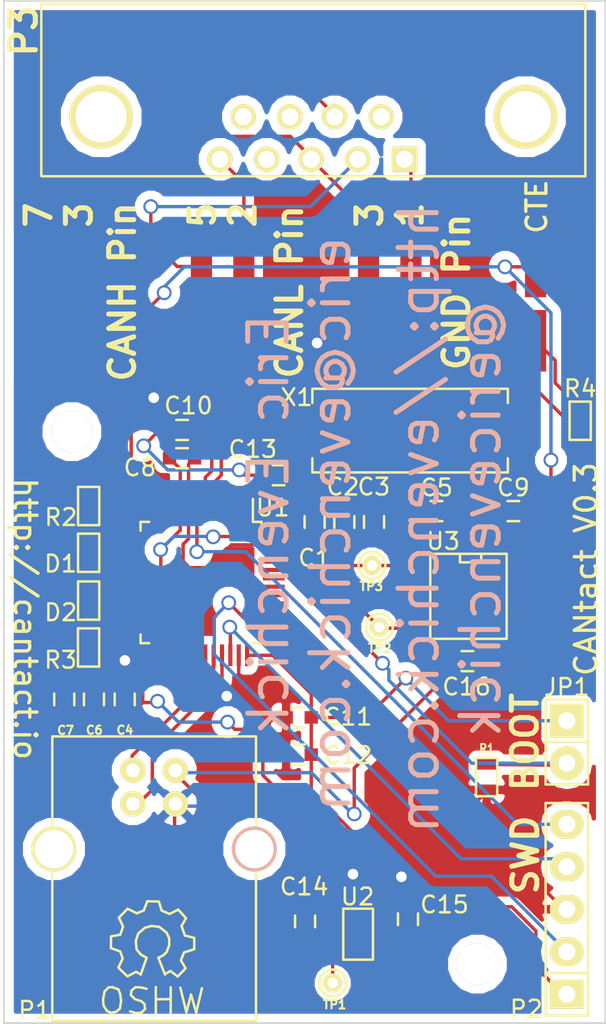
<source format=kicad_pcb>
(kicad_pcb (version 4) (host pcbnew "(2014-10-22 BZR 5216)-product")

  (general
    (links 86)
    (no_connects 0)
    (area 108.219478 90.298599 163.651363 155.28002)
    (thickness 1.6)
    (drawings 17)
    (tracks 355)
    (zones 0)
    (modules 40)
    (nets 62)
  )

  (page A4)
  (layers
    (0 F.Cu signal)
    (31 B.Cu signal)
    (32 B.Adhes user hide)
    (33 F.Adhes user hide)
    (34 B.Paste user hide)
    (35 F.Paste user hide)
    (36 B.SilkS user)
    (37 F.SilkS user)
    (38 B.Mask user hide)
    (39 F.Mask user hide)
    (40 Dwgs.User user hide)
    (41 Cmts.User user)
    (42 Eco1.User user)
    (43 Eco2.User user)
    (44 Edge.Cuts user)
    (45 Margin user)
    (46 B.CrtYd user)
    (47 F.CrtYd user)
    (48 B.Fab user)
    (49 F.Fab user)
  )

  (setup
    (last_trace_width 0.2032)
    (trace_clearance 0.2032)
    (zone_clearance 0.508)
    (zone_45_only yes)
    (trace_min 0.2032)
    (segment_width 0.2)
    (edge_width 0.1)
    (via_size 0.889)
    (via_drill 0.635)
    (via_min_size 0.889)
    (via_min_drill 0.508)
    (uvia_size 0.508)
    (uvia_drill 0.127)
    (uvias_allowed no)
    (uvia_min_size 0.508)
    (uvia_min_drill 0.127)
    (pcb_text_width 0.3)
    (pcb_text_size 1.5 1.5)
    (mod_edge_width 0.15)
    (mod_text_size 1 1)
    (mod_text_width 0.15)
    (pad_size 1.27 3.68)
    (pad_drill 0)
    (pad_to_mask_clearance 0)
    (aux_axis_origin 0 0)
    (visible_elements FFFFFF7F)
    (pcbplotparams
      (layerselection 0x010f0_80000001)
      (usegerberextensions true)
      (excludeedgelayer true)
      (linewidth 0.100000)
      (plotframeref false)
      (viasonmask false)
      (mode 1)
      (useauxorigin false)
      (hpglpennumber 1)
      (hpglpenspeed 20)
      (hpglpendiameter 15)
      (hpglpenoverlay 2)
      (psnegative false)
      (psa4output false)
      (plotreference true)
      (plotvalue true)
      (plotinvisibletext false)
      (padsonsilk false)
      (subtractmaskfromsilk false)
      (outputformat 1)
      (mirror false)
      (drillshape 0)
      (scaleselection 1)
      (outputdirectory gerbers/))
  )

  (net 0 "")
  (net 1 +3.3V)
  (net 2 GND)
  (net 3 +5V)
  (net 4 /USB_DM)
  (net 5 /USB_DP)
  (net 6 /SWDIO)
  (net 7 /SWCLK)
  (net 8 "Net-(P3-Pad8)")
  (net 9 /CAN_RX)
  (net 10 /CAN_TX)
  (net 11 "Net-(C5-Pad1)")
  (net 12 "Net-(C9-Pad1)")
  (net 13 "Net-(D1-Pad1)")
  (net 14 "Net-(D1-Pad2)")
  (net 15 "Net-(D2-Pad1)")
  (net 16 "Net-(D2-Pad2)")
  (net 17 "Net-(JP1-Pad2)")
  (net 18 /DB9_1)
  (net 19 /DB9_2)
  (net 20 /DB9_3)
  (net 21 "Net-(JP4-Pad1)")
  (net 22 "Net-(JP2-Pad1)")
  (net 23 "Net-(U1-Pad2)")
  (net 24 "Net-(U1-Pad3)")
  (net 25 "Net-(U1-Pad4)")
  (net 26 "Net-(JP2-Pad2)")
  (net 27 "Net-(U3-Pad5)")
  (net 28 /DB9_5)
  (net 29 /NRST)
  (net 30 "Net-(U1-Pad10)")
  (net 31 "Net-(U1-Pad11)")
  (net 32 "Net-(U1-Pad12)")
  (net 33 "Net-(U1-Pad13)")
  (net 34 "Net-(U1-Pad14)")
  (net 35 "Net-(U1-Pad15)")
  (net 36 "Net-(U1-Pad16)")
  (net 37 "Net-(U1-Pad17)")
  (net 38 "Net-(U1-Pad20)")
  (net 39 "Net-(U1-Pad21)")
  (net 40 "Net-(U1-Pad22)")
  (net 41 "Net-(U1-Pad25)")
  (net 42 "Net-(U1-Pad26)")
  (net 43 "Net-(U1-Pad27)")
  (net 44 "Net-(U1-Pad28)")
  (net 45 "Net-(U1-Pad29)")
  (net 46 "Net-(U1-Pad30)")
  (net 47 "Net-(U1-Pad31)")
  (net 48 "Net-(U1-Pad38)")
  (net 49 "Net-(U1-Pad39)")
  (net 50 "Net-(U1-Pad40)")
  (net 51 "Net-(U1-Pad41)")
  (net 52 "Net-(U1-Pad42)")
  (net 53 "Net-(U1-Pad43)")
  (net 54 "Net-(P1-Pad5)")
  (net 55 "Net-(P1-Pad6)")
  (net 56 "Net-(P3-Pad4)")
  (net 57 "Net-(P3-Pad9)")
  (net 58 "Net-(P3-Pad6)")
  (net 59 "Net-(JP2-Pad3)")
  (net 60 "Net-(JP2-Pad4)")
  (net 61 /DB9_7)

  (net_class Default "This is the default net class."
    (clearance 0.2032)
    (trace_width 0.2032)
    (via_dia 0.889)
    (via_drill 0.635)
    (uvia_dia 0.508)
    (uvia_drill 0.127)
    (add_net +3.3V)
    (add_net +5V)
    (add_net /CAN_RX)
    (add_net /CAN_TX)
    (add_net /DB9_1)
    (add_net /DB9_2)
    (add_net /DB9_3)
    (add_net /DB9_5)
    (add_net /DB9_7)
    (add_net /NRST)
    (add_net /SWCLK)
    (add_net /SWDIO)
    (add_net /USB_DM)
    (add_net /USB_DP)
    (add_net GND)
    (add_net "Net-(C5-Pad1)")
    (add_net "Net-(C9-Pad1)")
    (add_net "Net-(D1-Pad1)")
    (add_net "Net-(D1-Pad2)")
    (add_net "Net-(D2-Pad1)")
    (add_net "Net-(D2-Pad2)")
    (add_net "Net-(JP1-Pad2)")
    (add_net "Net-(JP2-Pad1)")
    (add_net "Net-(JP2-Pad2)")
    (add_net "Net-(JP2-Pad3)")
    (add_net "Net-(JP2-Pad4)")
    (add_net "Net-(JP4-Pad1)")
    (add_net "Net-(P1-Pad5)")
    (add_net "Net-(P1-Pad6)")
    (add_net "Net-(P3-Pad4)")
    (add_net "Net-(P3-Pad6)")
    (add_net "Net-(P3-Pad8)")
    (add_net "Net-(P3-Pad9)")
    (add_net "Net-(U1-Pad10)")
    (add_net "Net-(U1-Pad11)")
    (add_net "Net-(U1-Pad12)")
    (add_net "Net-(U1-Pad13)")
    (add_net "Net-(U1-Pad14)")
    (add_net "Net-(U1-Pad15)")
    (add_net "Net-(U1-Pad16)")
    (add_net "Net-(U1-Pad17)")
    (add_net "Net-(U1-Pad2)")
    (add_net "Net-(U1-Pad20)")
    (add_net "Net-(U1-Pad21)")
    (add_net "Net-(U1-Pad22)")
    (add_net "Net-(U1-Pad25)")
    (add_net "Net-(U1-Pad26)")
    (add_net "Net-(U1-Pad27)")
    (add_net "Net-(U1-Pad28)")
    (add_net "Net-(U1-Pad29)")
    (add_net "Net-(U1-Pad3)")
    (add_net "Net-(U1-Pad30)")
    (add_net "Net-(U1-Pad31)")
    (add_net "Net-(U1-Pad38)")
    (add_net "Net-(U1-Pad39)")
    (add_net "Net-(U1-Pad4)")
    (add_net "Net-(U1-Pad40)")
    (add_net "Net-(U1-Pad41)")
    (add_net "Net-(U1-Pad42)")
    (add_net "Net-(U1-Pad43)")
    (add_net "Net-(U3-Pad5)")
  )

  (net_class "Mounting Hole" ""
    (clearance 0.5)
    (trace_width 0.2032)
    (via_dia 6.5)
    (via_drill 3.5)
    (uvia_dia 6.5)
    (uvia_drill 3.5)
  )

  (module Connect:DB9MC (layer F.Cu) (tedit 54749CB6) (tstamp 54735AF4)
    (at 142.7 98.9)
    (descr "Connecteur DB9 male couche")
    (tags "CONN DB9")
    (path /54725006)
    (fp_text reference P3 (at -17.2 -6.4 90) (layer F.SilkS)
      (effects (font (thickness 0.3048)))
    )
    (fp_text value DB9 (at 1.27 -3.81) (layer F.SilkS) hide
      (effects (font (thickness 0.3048)))
    )
    (fp_line (start 16.4084 2.286) (end 16.4084 -8.0264) (layer F.SilkS) (width 0.15))
    (fp_line (start -16.1544 2.2606) (end -16.1544 -8) (layer F.SilkS) (width 0.15))
    (fp_line (start -16.129 -8.0264) (end 16.37 -8.0264) (layer F.SilkS) (width 0.15))
    (fp_line (start -16.129 2.286) (end 16.383 2.286) (layer F.SilkS) (width 0.15))
    (pad "" thru_hole circle (at 12.827 -1.27) (size 3.81 3.81) (drill 3.048) (layers *.Cu *.Mask F.SilkS))
    (pad "" thru_hole circle (at -12.573 -1.27) (size 3.81 3.81) (drill 3.048) (layers *.Cu *.Mask F.SilkS))
    (pad 1 thru_hole rect (at 5.588 1.27) (size 1.524 1.524) (drill 1.016) (layers *.Cu *.Mask F.SilkS)
      (net 18 /DB9_1))
    (pad 2 thru_hole circle (at 2.794 1.27) (size 1.524 1.524) (drill 1.016) (layers *.Cu *.Mask F.SilkS)
      (net 19 /DB9_2))
    (pad 3 thru_hole circle (at 0 1.27) (size 1.524 1.524) (drill 1.016) (layers *.Cu *.Mask F.SilkS)
      (net 20 /DB9_3))
    (pad 4 thru_hole circle (at -2.667 1.27) (size 1.524 1.524) (drill 1.016) (layers *.Cu *.Mask F.SilkS)
      (net 56 "Net-(P3-Pad4)"))
    (pad 5 thru_hole circle (at -5.461 1.27) (size 1.524 1.524) (drill 1.016) (layers *.Cu *.Mask F.SilkS)
      (net 28 /DB9_5))
    (pad 9 thru_hole circle (at -4.064 -1.27) (size 1.524 1.524) (drill 1.016) (layers *.Cu *.Mask F.SilkS)
      (net 57 "Net-(P3-Pad9)"))
    (pad 8 thru_hole circle (at -1.27 -1.27) (size 1.524 1.524) (drill 1.016) (layers *.Cu *.Mask F.SilkS)
      (net 8 "Net-(P3-Pad8)"))
    (pad 7 thru_hole circle (at 1.397 -1.27) (size 1.524 1.524) (drill 1.016) (layers *.Cu *.Mask F.SilkS)
      (net 61 /DB9_7))
    (pad 6 thru_hole circle (at 4.191 -1.27) (size 1.524 1.524) (drill 1.016) (layers *.Cu *.Mask F.SilkS)
      (net 58 "Net-(P3-Pad6)"))
    (model Conn_DBxx/db9_male_pin90deg.wrl
      (at (xyz 0 0 0))
      (scale (xyz 1 1 1))
      (rotate (xyz 0 0 0))
    )
  )

  (module Pin_Headers:Pin_Header_Straight_1x02 (layer F.Cu) (tedit 54B5C781) (tstamp 5473893A)
    (at 158 135 270)
    (descr "Through hole pin header")
    (tags "pin header")
    (path /5473404D)
    (fp_text reference JP1 (at -3.275 0 360) (layer F.SilkS)
      (effects (font (size 1 1) (thickness 0.15)))
    )
    (fp_text value "Boot Mode" (at 0 0 270) (layer F.SilkS) hide
      (effects (font (size 1.27 1.27) (thickness 0.2032)))
    )
    (fp_line (start 0 -1.27) (end 0 1.27) (layer F.SilkS) (width 0.15))
    (fp_line (start -2.54 -1.27) (end -2.54 1.27) (layer F.SilkS) (width 0.15))
    (fp_line (start -2.54 1.27) (end 0 1.27) (layer F.SilkS) (width 0.15))
    (fp_line (start 0 1.27) (end 2.54 1.27) (layer F.SilkS) (width 0.15))
    (fp_line (start 2.54 1.27) (end 2.54 -1.27) (layer F.SilkS) (width 0.15))
    (fp_line (start 2.54 -1.27) (end -2.54 -1.27) (layer F.SilkS) (width 0.15))
    (pad 1 thru_hole rect (at -1.27 0 270) (size 2.032 2.032) (drill 1.016) (layers *.Cu *.Mask F.SilkS)
      (net 1 +3.3V))
    (pad 2 thru_hole oval (at 1.27 0 270) (size 2.032 2.032) (drill 1.016) (layers *.Cu *.Mask F.SilkS)
      (net 17 "Net-(JP1-Pad2)"))
    (model Pin_Headers/Pin_Header_Straight_1x02.wrl
      (at (xyz 0 0 0))
      (scale (xyz 1 1 1))
      (rotate (xyz 0 0 0))
    )
  )

  (module Connect:USB_B (layer F.Cu) (tedit 54B5C750) (tstamp 5473662E)
    (at 133.3 141.4)
    (tags USB)
    (path /546FAFF9)
    (fp_text reference P1 (at -7.15 9.625) (layer F.SilkS)
      (effects (font (size 1 1) (thickness 0.15)))
    )
    (fp_text value USB (at 0 0) (layer F.SilkS) hide
      (effects (font (thickness 0.3048)))
    )
    (fp_line (start -6.096 10.287) (end 6.096 10.287) (layer F.SilkS) (width 0.15))
    (fp_line (start 6.096 10.287) (end 6.096 -6.731) (layer F.SilkS) (width 0.15))
    (fp_line (start 6.096 -6.731) (end -6.096 -6.731) (layer F.SilkS) (width 0.15))
    (fp_line (start -6.096 -6.731) (end -6.096 10.287) (layer F.SilkS) (width 0.15))
    (pad 1 thru_hole circle (at 1.27 -4.699) (size 1.524 1.524) (drill 0.8128) (layers *.Cu *.Mask F.SilkS)
      (net 3 +5V))
    (pad 2 thru_hole circle (at -1.27 -4.699) (size 1.524 1.524) (drill 0.8128) (layers *.Cu *.Mask F.SilkS)
      (net 4 /USB_DM))
    (pad 3 thru_hole circle (at -1.27 -2.70002) (size 1.524 1.524) (drill 0.8128) (layers *.Cu *.Mask F.SilkS)
      (net 5 /USB_DP))
    (pad 4 thru_hole circle (at 1.27 -2.70002) (size 1.524 1.524) (drill 0.8128) (layers *.Cu *.Mask F.SilkS)
      (net 2 GND))
    (pad 5 np_thru_hole circle (at 5.99948 0) (size 2.70002 2.70002) (drill 2.30124) (layers *.Cu *.SilkS *.Mask)
      (net 54 "Net-(P1-Pad5)"))
    (pad 6 thru_hole circle (at -5.99948 0) (size 2.70002 2.70002) (drill 2.30124) (layers *.Cu *.Mask F.SilkS)
      (net 55 "Net-(P1-Pad6)"))
    (model Connectors/USB_type_B.wrl
      (at (xyz 0 0 0.001))
      (scale (xyz 0.3937 0.3937 0.3937))
      (rotate (xyz 0 0 0))
    )
  )

  (module Pin_Headers:Pin_Header_Straight_1x05 (layer F.Cu) (tedit 54B5C774) (tstamp 5473666A)
    (at 158 145 90)
    (descr "Through hole pin header")
    (tags "pin header")
    (path /5472CC61)
    (fp_text reference P2 (at -5.95 -2.425 180) (layer F.SilkS)
      (effects (font (size 1 1) (thickness 0.15)))
    )
    (fp_text value SWD (at 0 0 90) (layer F.SilkS) hide
      (effects (font (size 1.27 1.27) (thickness 0.2032)))
    )
    (fp_line (start -3.81 -1.27) (end 6.35 -1.27) (layer F.SilkS) (width 0.15))
    (fp_line (start 6.35 -1.27) (end 6.35 1.27) (layer F.SilkS) (width 0.15))
    (fp_line (start 6.35 1.27) (end -3.81 1.27) (layer F.SilkS) (width 0.15))
    (fp_line (start -6.35 -1.27) (end -3.81 -1.27) (layer F.SilkS) (width 0.15))
    (fp_line (start -3.81 -1.27) (end -3.81 1.27) (layer F.SilkS) (width 0.15))
    (fp_line (start -6.35 -1.27) (end -6.35 1.27) (layer F.SilkS) (width 0.15))
    (fp_line (start -6.35 1.27) (end -3.81 1.27) (layer F.SilkS) (width 0.15))
    (pad 1 thru_hole rect (at -5.08 0 90) (size 1.7272 2.032) (drill 1.016) (layers *.Cu *.Mask F.SilkS)
      (net 1 +3.3V))
    (pad 2 thru_hole oval (at -2.54 0 90) (size 1.7272 2.032) (drill 1.016) (layers *.Cu *.Mask F.SilkS)
      (net 7 /SWCLK))
    (pad 3 thru_hole oval (at 0 0 90) (size 1.7272 2.032) (drill 1.016) (layers *.Cu *.Mask F.SilkS)
      (net 2 GND))
    (pad 4 thru_hole oval (at 2.54 0 90) (size 1.7272 2.032) (drill 1.016) (layers *.Cu *.Mask F.SilkS)
      (net 6 /SWDIO))
    (pad 5 thru_hole oval (at 5.08 0 90) (size 1.7272 2.032) (drill 1.016) (layers *.Cu *.Mask F.SilkS)
      (net 29 /NRST))
    (model Pin_Headers/Pin_Header_Straight_1x05.wrl
      (at (xyz 0 0 0))
      (scale (xyz 1 1 1))
      (rotate (xyz 0 0 0))
    )
  )

  (module SMD_Packages:SMD-0603 (layer F.Cu) (tedit 5474A133) (tstamp 54735AFA)
    (at 153.2 137.1 270)
    (path /5473362D)
    (attr smd)
    (fp_text reference R1 (at -1.7035 -0.009 360) (layer F.SilkS)
      (effects (font (size 0.508 0.4572) (thickness 0.1143)))
    )
    (fp_text value 510 (at 0 0 270) (layer F.SilkS) hide
      (effects (font (size 0.508 0.4572) (thickness 0.1143)))
    )
    (fp_line (start -1.143 -0.635) (end 1.143 -0.635) (layer F.SilkS) (width 0.15))
    (fp_line (start 1.143 -0.635) (end 1.143 0.635) (layer F.SilkS) (width 0.15))
    (fp_line (start 1.143 0.635) (end -1.143 0.635) (layer F.SilkS) (width 0.15))
    (fp_line (start -1.143 0.635) (end -1.143 -0.635) (layer F.SilkS) (width 0.15))
    (pad 1 smd rect (at -0.762 0 270) (size 0.635 1.143) (layers F.Cu F.Paste F.Mask)
      (net 17 "Net-(JP1-Pad2)"))
    (pad 2 smd rect (at 0.762 0 270) (size 0.635 1.143) (layers F.Cu F.Paste F.Mask)
      (net 2 GND))
    (model smd\resistors\R0603.wrl
      (at (xyz 0 0 0.001))
      (scale (xyz 0.5 0.5 0.5))
      (rotate (xyz 0 0 0))
    )
  )

  (module Connect:PINTST (layer F.Cu) (tedit 547367EF) (tstamp 54735B11)
    (at 143.9845 149.409)
    (descr "module 1 pin (ou trou mecanique de percage)")
    (tags DEV)
    (path /54735313)
    (fp_text reference TP1 (at 0.1155 1.291) (layer F.SilkS)
      (effects (font (size 0.508 0.508) (thickness 0.127)))
    )
    (fp_text value TST (at 0 1.27) (layer F.SilkS) hide
      (effects (font (size 0.508 0.508) (thickness 0.127)))
    )
    (fp_circle (center 0 0) (end -0.254 -0.762) (layer F.SilkS) (width 0.15))
    (pad 1 thru_hole circle (at 0 0) (size 1.143 1.143) (drill 0.635) (layers *.Cu *.Mask F.SilkS)
      (net 3 +5V))
  )

  (module Connect:PINTST (layer F.Cu) (tedit 54749615) (tstamp 54735B16)
    (at 146.7785 128.1365)
    (descr "module 1 pin (ou trou mecanique de percage)")
    (tags DEV)
    (path /547347ED)
    (fp_text reference TP2 (at 0.0215 1.2635) (layer F.SilkS)
      (effects (font (size 0.508 0.508) (thickness 0.127)))
    )
    (fp_text value TST (at 0 1.27) (layer F.SilkS) hide
      (effects (font (size 0.508 0.508) (thickness 0.127)))
    )
    (fp_circle (center 0 0) (end -0.254 -0.762) (layer F.SilkS) (width 0.15))
    (pad 1 thru_hole circle (at 0 0) (size 1.143 1.143) (drill 0.635) (layers *.Cu *.Mask F.SilkS)
      (net 9 /CAN_RX))
  )

  (module Connect:PINTST (layer F.Cu) (tedit 5474961C) (tstamp 54735B1B)
    (at 146.334 124.4535)
    (descr "module 1 pin (ou trou mecanique de percage)")
    (tags DEV)
    (path /5473495A)
    (fp_text reference TP3 (at -0.034 1.2465) (layer F.SilkS)
      (effects (font (size 0.508 0.508) (thickness 0.127)))
    )
    (fp_text value TST (at 0 1.27) (layer F.SilkS) hide
      (effects (font (size 0.508 0.508) (thickness 0.127)))
    )
    (fp_circle (center 0 0) (end -0.254 -0.762) (layer F.SilkS) (width 0.15))
    (pad 1 thru_hole circle (at 0 0) (size 1.143 1.143) (drill 0.635) (layers *.Cu *.Mask F.SilkS)
      (net 10 /CAN_TX))
  )

  (module Housings_QFP:LQFP-48_7x7mm_Pitch0.5mm (layer F.Cu) (tedit 54749037) (tstamp 54735B4F)
    (at 136.1105 125.4695 270)
    (descr "48 LEAD LQFP 7x7mm (see MICREL LQFP7x7-48LD-PL-1.pdf)")
    (tags "QFP 0.5")
    (path /546FFAB4)
    (attr smd)
    (fp_text reference U1 (at -4.4695 -4.2895 360) (layer F.SilkS)
      (effects (font (size 1 1) (thickness 0.15)))
    )
    (fp_text value STM32F042C6T6 (at 0 6 270) (layer F.SilkS) hide
      (effects (font (size 1 1) (thickness 0.15)))
    )
    (fp_line (start -5.25 -5.25) (end -5.25 5.25) (layer F.CrtYd) (width 0.05))
    (fp_line (start 5.25 -5.25) (end 5.25 5.25) (layer F.CrtYd) (width 0.05))
    (fp_line (start -5.25 -5.25) (end 5.25 -5.25) (layer F.CrtYd) (width 0.05))
    (fp_line (start -5.25 5.25) (end 5.25 5.25) (layer F.CrtYd) (width 0.05))
    (fp_line (start -3.625 -3.625) (end -3.625 -3.1) (layer F.SilkS) (width 0.15))
    (fp_line (start 3.625 -3.625) (end 3.625 -3.1) (layer F.SilkS) (width 0.15))
    (fp_line (start 3.625 3.625) (end 3.625 3.1) (layer F.SilkS) (width 0.15))
    (fp_line (start -3.625 3.625) (end -3.625 3.1) (layer F.SilkS) (width 0.15))
    (fp_line (start -3.625 -3.625) (end -3.1 -3.625) (layer F.SilkS) (width 0.15))
    (fp_line (start -3.625 3.625) (end -3.1 3.625) (layer F.SilkS) (width 0.15))
    (fp_line (start 3.625 3.625) (end 3.1 3.625) (layer F.SilkS) (width 0.15))
    (fp_line (start 3.625 -3.625) (end 3.1 -3.625) (layer F.SilkS) (width 0.15))
    (fp_line (start -3.625 -3.1) (end -5 -3.1) (layer F.SilkS) (width 0.15))
    (pad 1 smd rect (at -4.35 -2.75 270) (size 1.3 0.25) (layers F.Cu F.Paste F.Mask)
      (net 1 +3.3V))
    (pad 2 smd rect (at -4.35 -2.25 270) (size 1.3 0.25) (layers F.Cu F.Paste F.Mask)
      (net 23 "Net-(U1-Pad2)"))
    (pad 3 smd rect (at -4.35 -1.75 270) (size 1.3 0.25) (layers F.Cu F.Paste F.Mask)
      (net 24 "Net-(U1-Pad3)"))
    (pad 4 smd rect (at -4.35 -1.25 270) (size 1.3 0.25) (layers F.Cu F.Paste F.Mask)
      (net 25 "Net-(U1-Pad4)"))
    (pad 5 smd rect (at -4.35 -0.75 270) (size 1.3 0.25) (layers F.Cu F.Paste F.Mask)
      (net 11 "Net-(C5-Pad1)"))
    (pad 6 smd rect (at -4.35 -0.25 270) (size 1.3 0.25) (layers F.Cu F.Paste F.Mask)
      (net 12 "Net-(C9-Pad1)"))
    (pad 7 smd rect (at -4.35 0.25 270) (size 1.3 0.25) (layers F.Cu F.Paste F.Mask)
      (net 29 /NRST))
    (pad 8 smd rect (at -4.35 0.75 270) (size 1.3 0.25) (layers F.Cu F.Paste F.Mask)
      (net 2 GND))
    (pad 9 smd rect (at -4.35 1.25 270) (size 1.3 0.25) (layers F.Cu F.Paste F.Mask)
      (net 1 +3.3V))
    (pad 10 smd rect (at -4.35 1.75 270) (size 1.3 0.25) (layers F.Cu F.Paste F.Mask)
      (net 30 "Net-(U1-Pad10)"))
    (pad 11 smd rect (at -4.35 2.25 270) (size 1.3 0.25) (layers F.Cu F.Paste F.Mask)
      (net 31 "Net-(U1-Pad11)"))
    (pad 12 smd rect (at -4.35 2.75 270) (size 1.3 0.25) (layers F.Cu F.Paste F.Mask)
      (net 32 "Net-(U1-Pad12)"))
    (pad 13 smd rect (at -2.75 4.35) (size 1.3 0.25) (layers F.Cu F.Paste F.Mask)
      (net 33 "Net-(U1-Pad13)"))
    (pad 14 smd rect (at -2.25 4.35) (size 1.3 0.25) (layers F.Cu F.Paste F.Mask)
      (net 34 "Net-(U1-Pad14)"))
    (pad 15 smd rect (at -1.75 4.35) (size 1.3 0.25) (layers F.Cu F.Paste F.Mask)
      (net 35 "Net-(U1-Pad15)"))
    (pad 16 smd rect (at -1.25 4.35) (size 1.3 0.25) (layers F.Cu F.Paste F.Mask)
      (net 36 "Net-(U1-Pad16)"))
    (pad 17 smd rect (at -0.75 4.35) (size 1.3 0.25) (layers F.Cu F.Paste F.Mask)
      (net 37 "Net-(U1-Pad17)"))
    (pad 18 smd rect (at -0.25 4.35) (size 1.3 0.25) (layers F.Cu F.Paste F.Mask)
      (net 13 "Net-(D1-Pad1)"))
    (pad 19 smd rect (at 0.25 4.35) (size 1.3 0.25) (layers F.Cu F.Paste F.Mask)
      (net 15 "Net-(D2-Pad1)"))
    (pad 20 smd rect (at 0.75 4.35) (size 1.3 0.25) (layers F.Cu F.Paste F.Mask)
      (net 38 "Net-(U1-Pad20)"))
    (pad 21 smd rect (at 1.25 4.35) (size 1.3 0.25) (layers F.Cu F.Paste F.Mask)
      (net 39 "Net-(U1-Pad21)"))
    (pad 22 smd rect (at 1.75 4.35) (size 1.3 0.25) (layers F.Cu F.Paste F.Mask)
      (net 40 "Net-(U1-Pad22)"))
    (pad 23 smd rect (at 2.25 4.35) (size 1.3 0.25) (layers F.Cu F.Paste F.Mask)
      (net 2 GND))
    (pad 24 smd rect (at 2.75 4.35) (size 1.3 0.25) (layers F.Cu F.Paste F.Mask)
      (net 1 +3.3V))
    (pad 25 smd rect (at 4.35 2.75 270) (size 1.3 0.25) (layers F.Cu F.Paste F.Mask)
      (net 41 "Net-(U1-Pad25)"))
    (pad 26 smd rect (at 4.35 2.25 270) (size 1.3 0.25) (layers F.Cu F.Paste F.Mask)
      (net 42 "Net-(U1-Pad26)"))
    (pad 27 smd rect (at 4.35 1.75 270) (size 1.3 0.25) (layers F.Cu F.Paste F.Mask)
      (net 43 "Net-(U1-Pad27)"))
    (pad 28 smd rect (at 4.35 1.25 270) (size 1.3 0.25) (layers F.Cu F.Paste F.Mask)
      (net 44 "Net-(U1-Pad28)"))
    (pad 29 smd rect (at 4.35 0.75 270) (size 1.3 0.25) (layers F.Cu F.Paste F.Mask)
      (net 45 "Net-(U1-Pad29)"))
    (pad 30 smd rect (at 4.35 0.25 270) (size 1.3 0.25) (layers F.Cu F.Paste F.Mask)
      (net 46 "Net-(U1-Pad30)"))
    (pad 31 smd rect (at 4.35 -0.25 270) (size 1.3 0.25) (layers F.Cu F.Paste F.Mask)
      (net 47 "Net-(U1-Pad31)"))
    (pad 32 smd rect (at 4.35 -0.75 270) (size 1.3 0.25) (layers F.Cu F.Paste F.Mask)
      (net 4 /USB_DM))
    (pad 33 smd rect (at 4.35 -1.25 270) (size 1.3 0.25) (layers F.Cu F.Paste F.Mask)
      (net 5 /USB_DP))
    (pad 34 smd rect (at 4.35 -1.75 270) (size 1.3 0.25) (layers F.Cu F.Paste F.Mask)
      (net 6 /SWDIO))
    (pad 35 smd rect (at 4.35 -2.25 270) (size 1.3 0.25) (layers F.Cu F.Paste F.Mask)
      (net 2 GND))
    (pad 36 smd rect (at 4.35 -2.75 270) (size 1.3 0.25) (layers F.Cu F.Paste F.Mask)
      (net 1 +3.3V))
    (pad 37 smd rect (at 2.75 -4.35) (size 1.3 0.25) (layers F.Cu F.Paste F.Mask)
      (net 7 /SWCLK))
    (pad 38 smd rect (at 2.25 -4.35) (size 1.3 0.25) (layers F.Cu F.Paste F.Mask)
      (net 48 "Net-(U1-Pad38)"))
    (pad 39 smd rect (at 1.75 -4.35) (size 1.3 0.25) (layers F.Cu F.Paste F.Mask)
      (net 49 "Net-(U1-Pad39)"))
    (pad 40 smd rect (at 1.25 -4.35) (size 1.3 0.25) (layers F.Cu F.Paste F.Mask)
      (net 50 "Net-(U1-Pad40)"))
    (pad 41 smd rect (at 0.75 -4.35) (size 1.3 0.25) (layers F.Cu F.Paste F.Mask)
      (net 51 "Net-(U1-Pad41)"))
    (pad 42 smd rect (at 0.25 -4.35) (size 1.3 0.25) (layers F.Cu F.Paste F.Mask)
      (net 52 "Net-(U1-Pad42)"))
    (pad 43 smd rect (at -0.25 -4.35) (size 1.3 0.25) (layers F.Cu F.Paste F.Mask)
      (net 53 "Net-(U1-Pad43)"))
    (pad 44 smd rect (at -0.75 -4.35) (size 1.3 0.25) (layers F.Cu F.Paste F.Mask)
      (net 17 "Net-(JP1-Pad2)"))
    (pad 45 smd rect (at -1.25 -4.35) (size 1.3 0.25) (layers F.Cu F.Paste F.Mask)
      (net 9 /CAN_RX))
    (pad 46 smd rect (at -1.75 -4.35) (size 1.3 0.25) (layers F.Cu F.Paste F.Mask)
      (net 10 /CAN_TX))
    (pad 47 smd rect (at -2.25 -4.35) (size 1.3 0.25) (layers F.Cu F.Paste F.Mask)
      (net 2 GND))
    (pad 48 smd rect (at -2.75 -4.35) (size 1.3 0.25) (layers F.Cu F.Paste F.Mask)
      (net 1 +3.3V))
    (model Housings_QFP/LQFP-48_7x7mm_Pitch0.5mm.wrl
      (at (xyz 0 0 0))
      (scale (xyz 1 1 1))
      (rotate (xyz 0 0 0))
    )
  )

  (module SMD_Packages:SOT-23-5 (layer F.Cu) (tedit 54B5C761) (tstamp 54735D13)
    (at 145.5085 146.488 270)
    (path /546FC15D)
    (attr smd)
    (fp_text reference U2 (at -2.238 0.0335 360) (layer F.SilkS)
      (effects (font (size 1 1) (thickness 0.15)))
    )
    (fp_text value AAT3221 (at 0 0 270) (layer F.SilkS) hide
      (effects (font (size 0.635 0.635) (thickness 0.127)))
    )
    (fp_line (start 1.524 -0.889) (end 1.524 0.889) (layer F.SilkS) (width 0.15))
    (fp_line (start 1.524 0.889) (end -1.524 0.889) (layer F.SilkS) (width 0.15))
    (fp_line (start -1.524 0.889) (end -1.524 -0.889) (layer F.SilkS) (width 0.15))
    (fp_line (start -1.524 -0.889) (end 1.524 -0.889) (layer F.SilkS) (width 0.15))
    (pad 1 smd rect (at -0.9525 1.27 270) (size 0.508 0.762) (layers F.Cu F.Paste F.Mask)
      (net 3 +5V))
    (pad 3 smd rect (at 0.9525 1.27 270) (size 0.508 0.762) (layers F.Cu F.Paste F.Mask)
      (net 3 +5V))
    (pad 5 smd rect (at -0.9525 -1.27 270) (size 0.508 0.762) (layers F.Cu F.Paste F.Mask)
      (net 1 +3.3V))
    (pad 2 smd rect (at 0 1.27 270) (size 0.508 0.762) (layers F.Cu F.Paste F.Mask)
      (net 2 GND))
    (pad 4 smd rect (at 0.9525 -1.27 270) (size 0.508 0.762) (layers F.Cu F.Paste F.Mask))
    (model smd/SOT23_5.wrl
      (at (xyz 0 0 0))
      (scale (xyz 0.1 0.1 0.1))
      (rotate (xyz 0 0 0))
    )
  )

  (module SMD_Packages:SOIC-8-N (layer F.Cu) (tedit 54B5C7A2) (tstamp 54735B64)
    (at 152.1125 126.295 270)
    (descr "Module Narrow CMS SOJ 8 pins large")
    (tags "CMS SOJ")
    (path /5472437B)
    (attr smd)
    (fp_text reference U3 (at -3.295 1.5125 360) (layer F.SilkS)
      (effects (font (size 1 1) (thickness 0.15)))
    )
    (fp_text value MCP2551-I/SN (at 0 1.27 270) (layer F.SilkS) hide
      (effects (font (size 1.016 1.016) (thickness 0.127)))
    )
    (fp_line (start -2.54 -2.286) (end 2.54 -2.286) (layer F.SilkS) (width 0.15))
    (fp_line (start 2.54 -2.286) (end 2.54 2.286) (layer F.SilkS) (width 0.15))
    (fp_line (start 2.54 2.286) (end -2.54 2.286) (layer F.SilkS) (width 0.15))
    (fp_line (start -2.54 2.286) (end -2.54 -2.286) (layer F.SilkS) (width 0.15))
    (fp_line (start -2.54 -0.762) (end -2.032 -0.762) (layer F.SilkS) (width 0.15))
    (fp_line (start -2.032 -0.762) (end -2.032 0.508) (layer F.SilkS) (width 0.15))
    (fp_line (start -2.032 0.508) (end -2.54 0.508) (layer F.SilkS) (width 0.15))
    (pad 8 smd rect (at -1.905 -3.175 270) (size 0.508 1.143) (layers F.Cu F.Paste F.Mask)
      (net 2 GND))
    (pad 7 smd rect (at -0.635 -3.175 270) (size 0.508 1.143) (layers F.Cu F.Paste F.Mask)
      (net 26 "Net-(JP2-Pad2)"))
    (pad 6 smd rect (at 0.635 -3.175 270) (size 0.508 1.143) (layers F.Cu F.Paste F.Mask)
      (net 21 "Net-(JP4-Pad1)"))
    (pad 5 smd rect (at 1.905 -3.175 270) (size 0.508 1.143) (layers F.Cu F.Paste F.Mask)
      (net 27 "Net-(U3-Pad5)"))
    (pad 4 smd rect (at 1.905 3.175 270) (size 0.508 1.143) (layers F.Cu F.Paste F.Mask)
      (net 9 /CAN_RX))
    (pad 3 smd rect (at 0.635 3.175 270) (size 0.508 1.143) (layers F.Cu F.Paste F.Mask)
      (net 3 +5V))
    (pad 2 smd rect (at -0.635 3.175 270) (size 0.508 1.143) (layers F.Cu F.Paste F.Mask)
      (net 2 GND))
    (pad 1 smd rect (at -1.905 3.175 270) (size 0.508 1.143) (layers F.Cu F.Paste F.Mask)
      (net 10 /CAN_TX))
    (model smd/cms_so8.wrl
      (at (xyz 0 0 0))
      (scale (xyz 0.5 0.38 0.5))
      (rotate (xyz 0 0 0))
    )
  )

  (module Crystals:Crystal_HC49-SD_SMD (layer F.Cu) (tedit 54B5C70D) (tstamp 54735B6A)
    (at 148.62 116.389)
    (descr "Crystal, Quarz, HC49-SD, SMD,")
    (tags "Crystal, Quarz, HC49-SD, SMD,")
    (path /54736BAF)
    (attr smd)
    (fp_text reference X1 (at -6.795 -1.989) (layer F.SilkS)
      (effects (font (size 1 1) (thickness 0.15)))
    )
    (fp_text value "16 MHz" (at 2.54 5.08) (layer F.SilkS) hide
      (effects (font (thickness 0.3048)))
    )
    (fp_circle (center 0 0) (end 0.8509 0) (layer F.Adhes) (width 0.381))
    (fp_circle (center 0 0) (end 0.50038 0) (layer F.Adhes) (width 0.381))
    (fp_circle (center 0 0) (end 0.14986 0.0508) (layer F.Adhes) (width 0.381))
    (fp_line (start -5.84962 2.49936) (end 5.84962 2.49936) (layer F.SilkS) (width 0.15))
    (fp_line (start 5.84962 -2.49936) (end -5.84962 -2.49936) (layer F.SilkS) (width 0.15))
    (fp_line (start 5.84962 2.49936) (end 5.84962 1.651) (layer F.SilkS) (width 0.15))
    (fp_line (start 5.84962 -2.49936) (end 5.84962 -1.651) (layer F.SilkS) (width 0.15))
    (fp_line (start -5.84962 2.49936) (end -5.84962 1.651) (layer F.SilkS) (width 0.15))
    (fp_line (start -5.84962 -2.49936) (end -5.84962 -1.651) (layer F.SilkS) (width 0.15))
    (pad 1 smd rect (at -4.84886 0) (size 5.6007 2.10058) (layers F.Cu F.Paste F.Mask)
      (net 11 "Net-(C5-Pad1)"))
    (pad 2 smd rect (at 4.84886 0) (size 5.6007 2.10058) (layers F.Cu F.Paste F.Mask)
      (net 12 "Net-(C9-Pad1)"))
  )

  (module Capacitors_SMD:C_0603 (layer F.Cu) (tedit 547495E8) (tstamp 54735DAC)
    (at 142.905 121.85 270)
    (descr "Capacitor SMD 0603, reflow soldering, AVX (see smccp.pdf)")
    (tags "capacitor 0603")
    (path /54701255)
    (attr smd)
    (fp_text reference C1 (at 2.15 0.005 360) (layer F.SilkS)
      (effects (font (size 1 1) (thickness 0.15)))
    )
    (fp_text value 0.1uF (at 0 1.9 270) (layer F.SilkS) hide
      (effects (font (size 1 1) (thickness 0.15)))
    )
    (fp_line (start -1.45 -0.75) (end 1.45 -0.75) (layer F.CrtYd) (width 0.05))
    (fp_line (start -1.45 0.75) (end 1.45 0.75) (layer F.CrtYd) (width 0.05))
    (fp_line (start -1.45 -0.75) (end -1.45 0.75) (layer F.CrtYd) (width 0.05))
    (fp_line (start 1.45 -0.75) (end 1.45 0.75) (layer F.CrtYd) (width 0.05))
    (fp_line (start -0.35 -0.6) (end 0.35 -0.6) (layer F.SilkS) (width 0.15))
    (fp_line (start 0.35 0.6) (end -0.35 0.6) (layer F.SilkS) (width 0.15))
    (pad 1 smd rect (at -0.75 0 270) (size 0.8 0.75) (layers F.Cu F.Paste F.Mask)
      (net 1 +3.3V))
    (pad 2 smd rect (at 0.75 0 270) (size 0.8 0.75) (layers F.Cu F.Paste F.Mask)
      (net 2 GND))
    (model Capacitors_SMD/C_0603J.wrl
      (at (xyz 0 0 0))
      (scale (xyz 1 1 1))
      (rotate (xyz 0 0 0))
    )
  )

  (module Capacitors_SMD:C_0603 (layer F.Cu) (tedit 54749F9F) (tstamp 54735DB2)
    (at 144.683 121.85 270)
    (descr "Capacitor SMD 0603, reflow soldering, AVX (see smccp.pdf)")
    (tags "capacitor 0603")
    (path /5470124F)
    (attr smd)
    (fp_text reference C2 (at -2.1 0.083 360) (layer F.SilkS)
      (effects (font (size 1 1) (thickness 0.15)))
    )
    (fp_text value 0.1uF (at 0 1.9 270) (layer F.SilkS) hide
      (effects (font (size 1 1) (thickness 0.15)))
    )
    (fp_line (start -1.45 -0.75) (end 1.45 -0.75) (layer F.CrtYd) (width 0.05))
    (fp_line (start -1.45 0.75) (end 1.45 0.75) (layer F.CrtYd) (width 0.05))
    (fp_line (start -1.45 -0.75) (end -1.45 0.75) (layer F.CrtYd) (width 0.05))
    (fp_line (start 1.45 -0.75) (end 1.45 0.75) (layer F.CrtYd) (width 0.05))
    (fp_line (start -0.35 -0.6) (end 0.35 -0.6) (layer F.SilkS) (width 0.15))
    (fp_line (start 0.35 0.6) (end -0.35 0.6) (layer F.SilkS) (width 0.15))
    (pad 1 smd rect (at -0.75 0 270) (size 0.8 0.75) (layers F.Cu F.Paste F.Mask)
      (net 1 +3.3V))
    (pad 2 smd rect (at 0.75 0 270) (size 0.8 0.75) (layers F.Cu F.Paste F.Mask)
      (net 2 GND))
    (model Capacitors_SMD/C_0603J.wrl
      (at (xyz 0 0 0))
      (scale (xyz 1 1 1))
      (rotate (xyz 0 0 0))
    )
  )

  (module Capacitors_SMD:C_0603 (layer F.Cu) (tedit 54749FAF) (tstamp 54B5C9AD)
    (at 146.461 121.85 270)
    (descr "Capacitor SMD 0603, reflow soldering, AVX (see smccp.pdf)")
    (tags "capacitor 0603")
    (path /54701249)
    (attr smd)
    (fp_text reference C3 (at -2.1 0.011 360) (layer F.SilkS)
      (effects (font (size 1 1) (thickness 0.15)))
    )
    (fp_text value 4.7uF (at 0 1.9 270) (layer F.SilkS) hide
      (effects (font (size 1 1) (thickness 0.15)))
    )
    (fp_line (start -1.45 -0.75) (end 1.45 -0.75) (layer F.CrtYd) (width 0.05))
    (fp_line (start -1.45 0.75) (end 1.45 0.75) (layer F.CrtYd) (width 0.05))
    (fp_line (start -1.45 -0.75) (end -1.45 0.75) (layer F.CrtYd) (width 0.05))
    (fp_line (start 1.45 -0.75) (end 1.45 0.75) (layer F.CrtYd) (width 0.05))
    (fp_line (start -0.35 -0.6) (end 0.35 -0.6) (layer F.SilkS) (width 0.15))
    (fp_line (start 0.35 0.6) (end -0.35 0.6) (layer F.SilkS) (width 0.15))
    (pad 1 smd rect (at -0.75 0 270) (size 0.8 0.75) (layers F.Cu F.Paste F.Mask)
      (net 1 +3.3V))
    (pad 2 smd rect (at 0.75 0 270) (size 0.8 0.75) (layers F.Cu F.Paste F.Mask)
      (net 2 GND))
    (model Capacitors_SMD/C_0603J.wrl
      (at (xyz 0 0 0))
      (scale (xyz 1 1 1))
      (rotate (xyz 0 0 0))
    )
  )

  (module Capacitors_SMD:C_0603 (layer F.Cu) (tedit 54B5C95F) (tstamp 54735DBE)
    (at 131.5385 132.4545 90)
    (descr "Capacitor SMD 0603, reflow soldering, AVX (see smccp.pdf)")
    (tags "capacitor 0603")
    (path /546FA7BA)
    (attr smd)
    (fp_text reference C4 (at -1.8355 0.0115 180) (layer F.SilkS)
      (effects (font (size 0.5 0.5) (thickness 0.125)))
    )
    (fp_text value 0.1uF (at 0 1.9 180) (layer F.SilkS) hide
      (effects (font (size 1 1) (thickness 0.15)))
    )
    (fp_line (start -1.45 -0.75) (end 1.45 -0.75) (layer F.CrtYd) (width 0.05))
    (fp_line (start -1.45 0.75) (end 1.45 0.75) (layer F.CrtYd) (width 0.05))
    (fp_line (start -1.45 -0.75) (end -1.45 0.75) (layer F.CrtYd) (width 0.05))
    (fp_line (start 1.45 -0.75) (end 1.45 0.75) (layer F.CrtYd) (width 0.05))
    (fp_line (start -0.35 -0.6) (end 0.35 -0.6) (layer F.SilkS) (width 0.15))
    (fp_line (start 0.35 0.6) (end -0.35 0.6) (layer F.SilkS) (width 0.15))
    (pad 1 smd rect (at -0.75 0 90) (size 0.8 0.75) (layers F.Cu F.Paste F.Mask)
      (net 1 +3.3V))
    (pad 2 smd rect (at 0.75 0 90) (size 0.8 0.75) (layers F.Cu F.Paste F.Mask)
      (net 2 GND))
    (model Capacitors_SMD/C_0603J.wrl
      (at (xyz 0 0 0))
      (scale (xyz 1 1 1))
      (rotate (xyz 0 0 0))
    )
  )

  (module Capacitors_SMD:C_0603 (layer F.Cu) (tedit 5474911E) (tstamp 54735DC4)
    (at 150.2 121.2)
    (descr "Capacitor SMD 0603, reflow soldering, AVX (see smccp.pdf)")
    (tags "capacitor 0603")
    (path /546FC87A)
    (attr smd)
    (fp_text reference C5 (at 0 -1.4) (layer F.SilkS)
      (effects (font (size 1 1) (thickness 0.15)))
    )
    (fp_text value 18pF (at 0 1.9) (layer F.SilkS) hide
      (effects (font (size 1 1) (thickness 0.15)))
    )
    (fp_line (start -1.45 -0.75) (end 1.45 -0.75) (layer F.CrtYd) (width 0.05))
    (fp_line (start -1.45 0.75) (end 1.45 0.75) (layer F.CrtYd) (width 0.05))
    (fp_line (start -1.45 -0.75) (end -1.45 0.75) (layer F.CrtYd) (width 0.05))
    (fp_line (start 1.45 -0.75) (end 1.45 0.75) (layer F.CrtYd) (width 0.05))
    (fp_line (start -0.35 -0.6) (end 0.35 -0.6) (layer F.SilkS) (width 0.15))
    (fp_line (start 0.35 0.6) (end -0.35 0.6) (layer F.SilkS) (width 0.15))
    (pad 1 smd rect (at -0.75 0) (size 0.8 0.75) (layers F.Cu F.Paste F.Mask)
      (net 11 "Net-(C5-Pad1)"))
    (pad 2 smd rect (at 0.75 0) (size 0.8 0.75) (layers F.Cu F.Paste F.Mask)
      (net 2 GND))
    (model Capacitors_SMD/C_0603J.wrl
      (at (xyz 0 0 0))
      (scale (xyz 1 1 1))
      (rotate (xyz 0 0 0))
    )
  )

  (module Capacitors_SMD:C_0603 (layer F.Cu) (tedit 54B5C952) (tstamp 54735DCA)
    (at 129.697 132.4545 90)
    (descr "Capacitor SMD 0603, reflow soldering, AVX (see smccp.pdf)")
    (tags "capacitor 0603")
    (path /546FA78D)
    (attr smd)
    (fp_text reference C6 (at -1.8355 0.023 180) (layer F.SilkS)
      (effects (font (size 0.5 0.5) (thickness 0.125)))
    )
    (fp_text value 0.1uF (at 0 1.9 90) (layer F.SilkS) hide
      (effects (font (size 1 1) (thickness 0.15)))
    )
    (fp_line (start -1.45 -0.75) (end 1.45 -0.75) (layer F.CrtYd) (width 0.05))
    (fp_line (start -1.45 0.75) (end 1.45 0.75) (layer F.CrtYd) (width 0.05))
    (fp_line (start -1.45 -0.75) (end -1.45 0.75) (layer F.CrtYd) (width 0.05))
    (fp_line (start 1.45 -0.75) (end 1.45 0.75) (layer F.CrtYd) (width 0.05))
    (fp_line (start -0.35 -0.6) (end 0.35 -0.6) (layer F.SilkS) (width 0.15))
    (fp_line (start 0.35 0.6) (end -0.35 0.6) (layer F.SilkS) (width 0.15))
    (pad 1 smd rect (at -0.75 0 90) (size 0.8 0.75) (layers F.Cu F.Paste F.Mask)
      (net 1 +3.3V))
    (pad 2 smd rect (at 0.75 0 90) (size 0.8 0.75) (layers F.Cu F.Paste F.Mask)
      (net 2 GND))
    (model Capacitors_SMD/C_0603J.wrl
      (at (xyz 0 0 0))
      (scale (xyz 1 1 1))
      (rotate (xyz 0 0 0))
    )
  )

  (module Capacitors_SMD:C_0603 (layer F.Cu) (tedit 54B5C5C3) (tstamp 54735DD0)
    (at 127.919 132.4545 90)
    (descr "Capacitor SMD 0603, reflow soldering, AVX (see smccp.pdf)")
    (tags "capacitor 0603")
    (path /546FA6B8)
    (attr smd)
    (fp_text reference C7 (at -1.8455 0.081 180) (layer F.SilkS)
      (effects (font (size 0.5 0.5) (thickness 0.125)))
    )
    (fp_text value 4.7uF (at 0 1.9 90) (layer F.SilkS) hide
      (effects (font (size 1 1) (thickness 0.15)))
    )
    (fp_line (start -1.45 -0.75) (end 1.45 -0.75) (layer F.CrtYd) (width 0.05))
    (fp_line (start -1.45 0.75) (end 1.45 0.75) (layer F.CrtYd) (width 0.05))
    (fp_line (start -1.45 -0.75) (end -1.45 0.75) (layer F.CrtYd) (width 0.05))
    (fp_line (start 1.45 -0.75) (end 1.45 0.75) (layer F.CrtYd) (width 0.05))
    (fp_line (start -0.35 -0.6) (end 0.35 -0.6) (layer F.SilkS) (width 0.15))
    (fp_line (start 0.35 0.6) (end -0.35 0.6) (layer F.SilkS) (width 0.15))
    (pad 1 smd rect (at -0.75 0 90) (size 0.8 0.75) (layers F.Cu F.Paste F.Mask)
      (net 1 +3.3V))
    (pad 2 smd rect (at 0.75 0 90) (size 0.8 0.75) (layers F.Cu F.Paste F.Mask)
      (net 2 GND))
    (model Capacitors_SMD/C_0603J.wrl
      (at (xyz 0 0 0))
      (scale (xyz 1 1 1))
      (rotate (xyz 0 0 0))
    )
  )

  (module Capacitors_SMD:C_0603 (layer F.Cu) (tedit 54B5C71B) (tstamp 54735DD6)
    (at 134.9675 118.04)
    (descr "Capacitor SMD 0603, reflow soldering, AVX (see smccp.pdf)")
    (tags "capacitor 0603")
    (path /546FA697)
    (attr smd)
    (fp_text reference C8 (at -2.5175 0.56) (layer F.SilkS)
      (effects (font (size 1 1) (thickness 0.15)))
    )
    (fp_text value 10nF (at 0 1.9) (layer F.SilkS) hide
      (effects (font (size 1 1) (thickness 0.15)))
    )
    (fp_line (start -1.45 -0.75) (end 1.45 -0.75) (layer F.CrtYd) (width 0.05))
    (fp_line (start -1.45 0.75) (end 1.45 0.75) (layer F.CrtYd) (width 0.05))
    (fp_line (start -1.45 -0.75) (end -1.45 0.75) (layer F.CrtYd) (width 0.05))
    (fp_line (start 1.45 -0.75) (end 1.45 0.75) (layer F.CrtYd) (width 0.05))
    (fp_line (start -0.35 -0.6) (end 0.35 -0.6) (layer F.SilkS) (width 0.15))
    (fp_line (start 0.35 0.6) (end -0.35 0.6) (layer F.SilkS) (width 0.15))
    (pad 1 smd rect (at -0.75 0) (size 0.8 0.75) (layers F.Cu F.Paste F.Mask)
      (net 1 +3.3V))
    (pad 2 smd rect (at 0.75 0) (size 0.8 0.75) (layers F.Cu F.Paste F.Mask)
      (net 2 GND))
    (model Capacitors_SMD/C_0603J.wrl
      (at (xyz 0 0 0))
      (scale (xyz 1 1 1))
      (rotate (xyz 0 0 0))
    )
  )

  (module Capacitors_SMD:C_0603 (layer F.Cu) (tedit 54749121) (tstamp 54735DDC)
    (at 154.8 121.2 180)
    (descr "Capacitor SMD 0603, reflow soldering, AVX (see smccp.pdf)")
    (tags "capacitor 0603")
    (path /546FC8B5)
    (attr smd)
    (fp_text reference C9 (at 0 1.4 180) (layer F.SilkS)
      (effects (font (size 1 1) (thickness 0.15)))
    )
    (fp_text value 18pF (at 0 1.9 180) (layer F.SilkS) hide
      (effects (font (size 1 1) (thickness 0.15)))
    )
    (fp_line (start -1.45 -0.75) (end 1.45 -0.75) (layer F.CrtYd) (width 0.05))
    (fp_line (start -1.45 0.75) (end 1.45 0.75) (layer F.CrtYd) (width 0.05))
    (fp_line (start -1.45 -0.75) (end -1.45 0.75) (layer F.CrtYd) (width 0.05))
    (fp_line (start 1.45 -0.75) (end 1.45 0.75) (layer F.CrtYd) (width 0.05))
    (fp_line (start -0.35 -0.6) (end 0.35 -0.6) (layer F.SilkS) (width 0.15))
    (fp_line (start 0.35 0.6) (end -0.35 0.6) (layer F.SilkS) (width 0.15))
    (pad 1 smd rect (at -0.75 0 180) (size 0.8 0.75) (layers F.Cu F.Paste F.Mask)
      (net 12 "Net-(C9-Pad1)"))
    (pad 2 smd rect (at 0.75 0 180) (size 0.8 0.75) (layers F.Cu F.Paste F.Mask)
      (net 2 GND))
    (model Capacitors_SMD/C_0603J.wrl
      (at (xyz 0 0 0))
      (scale (xyz 1 1 1))
      (rotate (xyz 0 0 0))
    )
  )

  (module Capacitors_SMD:C_0603 (layer F.Cu) (tedit 54B5C721) (tstamp 54735DE2)
    (at 134.975 116.35)
    (descr "Capacitor SMD 0603, reflow soldering, AVX (see smccp.pdf)")
    (tags "capacitor 0603")
    (path /546FA677)
    (attr smd)
    (fp_text reference C10 (at 0.375 -1.45) (layer F.SilkS)
      (effects (font (size 1 1) (thickness 0.15)))
    )
    (fp_text value 1uF (at 0 1.9) (layer F.SilkS) hide
      (effects (font (size 1 1) (thickness 0.15)))
    )
    (fp_line (start -1.45 -0.75) (end 1.45 -0.75) (layer F.CrtYd) (width 0.05))
    (fp_line (start -1.45 0.75) (end 1.45 0.75) (layer F.CrtYd) (width 0.05))
    (fp_line (start -1.45 -0.75) (end -1.45 0.75) (layer F.CrtYd) (width 0.05))
    (fp_line (start 1.45 -0.75) (end 1.45 0.75) (layer F.CrtYd) (width 0.05))
    (fp_line (start -0.35 -0.6) (end 0.35 -0.6) (layer F.SilkS) (width 0.15))
    (fp_line (start 0.35 0.6) (end -0.35 0.6) (layer F.SilkS) (width 0.15))
    (pad 1 smd rect (at -0.75 0) (size 0.8 0.75) (layers F.Cu F.Paste F.Mask)
      (net 1 +3.3V))
    (pad 2 smd rect (at 0.75 0) (size 0.8 0.75) (layers F.Cu F.Paste F.Mask)
      (net 2 GND))
    (model Capacitors_SMD/C_0603J.wrl
      (at (xyz 0 0 0))
      (scale (xyz 1 1 1))
      (rotate (xyz 0 0 0))
    )
  )

  (module Capacitors_SMD:C_0603 (layer F.Cu) (tedit 5473673C) (tstamp 54735DE8)
    (at 141.9525 133.534 180)
    (descr "Capacitor SMD 0603, reflow soldering, AVX (see smccp.pdf)")
    (tags "capacitor 0603")
    (path /546FA65A)
    (attr smd)
    (fp_text reference C11 (at -2.9475 0.034 180) (layer F.SilkS)
      (effects (font (size 1 1) (thickness 0.15)))
    )
    (fp_text value 0.1uF (at 0 1.9 180) (layer F.SilkS) hide
      (effects (font (size 1 1) (thickness 0.15)))
    )
    (fp_line (start -1.45 -0.75) (end 1.45 -0.75) (layer F.CrtYd) (width 0.05))
    (fp_line (start -1.45 0.75) (end 1.45 0.75) (layer F.CrtYd) (width 0.05))
    (fp_line (start -1.45 -0.75) (end -1.45 0.75) (layer F.CrtYd) (width 0.05))
    (fp_line (start 1.45 -0.75) (end 1.45 0.75) (layer F.CrtYd) (width 0.05))
    (fp_line (start -0.35 -0.6) (end 0.35 -0.6) (layer F.SilkS) (width 0.15))
    (fp_line (start 0.35 0.6) (end -0.35 0.6) (layer F.SilkS) (width 0.15))
    (pad 1 smd rect (at -0.75 0 180) (size 0.8 0.75) (layers F.Cu F.Paste F.Mask)
      (net 1 +3.3V))
    (pad 2 smd rect (at 0.75 0 180) (size 0.8 0.75) (layers F.Cu F.Paste F.Mask)
      (net 2 GND))
    (model Capacitors_SMD/C_0603J.wrl
      (at (xyz 0 0 0))
      (scale (xyz 1 1 1))
      (rotate (xyz 0 0 0))
    )
  )

  (module Capacitors_SMD:C_0603 (layer F.Cu) (tedit 54736730) (tstamp 54735DEE)
    (at 141.9525 135.7565 180)
    (descr "Capacitor SMD 0603, reflow soldering, AVX (see smccp.pdf)")
    (tags "capacitor 0603")
    (path /546FA619)
    (attr smd)
    (fp_text reference C12 (at -2.9475 -0.0435 180) (layer F.SilkS)
      (effects (font (size 1 1) (thickness 0.15)))
    )
    (fp_text value 4.7uF (at 0 1.9 270) (layer F.SilkS) hide
      (effects (font (size 1 1) (thickness 0.15)))
    )
    (fp_line (start -1.45 -0.75) (end 1.45 -0.75) (layer F.CrtYd) (width 0.05))
    (fp_line (start -1.45 0.75) (end 1.45 0.75) (layer F.CrtYd) (width 0.05))
    (fp_line (start -1.45 -0.75) (end -1.45 0.75) (layer F.CrtYd) (width 0.05))
    (fp_line (start 1.45 -0.75) (end 1.45 0.75) (layer F.CrtYd) (width 0.05))
    (fp_line (start -0.35 -0.6) (end 0.35 -0.6) (layer F.SilkS) (width 0.15))
    (fp_line (start 0.35 0.6) (end -0.35 0.6) (layer F.SilkS) (width 0.15))
    (pad 1 smd rect (at -0.75 0 180) (size 0.8 0.75) (layers F.Cu F.Paste F.Mask)
      (net 1 +3.3V))
    (pad 2 smd rect (at 0.75 0 180) (size 0.8 0.75) (layers F.Cu F.Paste F.Mask)
      (net 2 GND))
    (model Capacitors_SMD/C_0603J.wrl
      (at (xyz 0 0 0))
      (scale (xyz 1 1 1))
      (rotate (xyz 0 0 0))
    )
  )

  (module Capacitors_SMD:C_0603 (layer F.Cu) (tedit 547367B7) (tstamp 54735DF4)
    (at 140.746 119.056)
    (descr "Capacitor SMD 0603, reflow soldering, AVX (see smccp.pdf)")
    (tags "capacitor 0603")
    (path /54701413)
    (attr smd)
    (fp_text reference C13 (at -1.546 -1.556) (layer F.SilkS)
      (effects (font (size 1 1) (thickness 0.15)))
    )
    (fp_text value 0.1uF (at 0 1.9) (layer F.SilkS) hide
      (effects (font (size 1 1) (thickness 0.15)))
    )
    (fp_line (start -1.45 -0.75) (end 1.45 -0.75) (layer F.CrtYd) (width 0.05))
    (fp_line (start -1.45 0.75) (end 1.45 0.75) (layer F.CrtYd) (width 0.05))
    (fp_line (start -1.45 -0.75) (end -1.45 0.75) (layer F.CrtYd) (width 0.05))
    (fp_line (start 1.45 -0.75) (end 1.45 0.75) (layer F.CrtYd) (width 0.05))
    (fp_line (start -0.35 -0.6) (end 0.35 -0.6) (layer F.SilkS) (width 0.15))
    (fp_line (start 0.35 0.6) (end -0.35 0.6) (layer F.SilkS) (width 0.15))
    (pad 1 smd rect (at -0.75 0) (size 0.8 0.75) (layers F.Cu F.Paste F.Mask)
      (net 1 +3.3V))
    (pad 2 smd rect (at 0.75 0) (size 0.8 0.75) (layers F.Cu F.Paste F.Mask)
      (net 2 GND))
    (model Capacitors_SMD/C_0603J.wrl
      (at (xyz 0 0 0))
      (scale (xyz 1 1 1))
      (rotate (xyz 0 0 0))
    )
  )

  (module Capacitors_SMD:C_0603 (layer F.Cu) (tedit 54B5C764) (tstamp 54735DFA)
    (at 142.3335 145.726 270)
    (descr "Capacitor SMD 0603, reflow soldering, AVX (see smccp.pdf)")
    (tags "capacitor 0603")
    (path /546FC250)
    (attr smd)
    (fp_text reference C14 (at -2.076 0.0585 360) (layer F.SilkS)
      (effects (font (size 1 1) (thickness 0.15)))
    )
    (fp_text value 1uF (at 0 1.9 270) (layer F.SilkS) hide
      (effects (font (size 1 1) (thickness 0.15)))
    )
    (fp_line (start -1.45 -0.75) (end 1.45 -0.75) (layer F.CrtYd) (width 0.05))
    (fp_line (start -1.45 0.75) (end 1.45 0.75) (layer F.CrtYd) (width 0.05))
    (fp_line (start -1.45 -0.75) (end -1.45 0.75) (layer F.CrtYd) (width 0.05))
    (fp_line (start 1.45 -0.75) (end 1.45 0.75) (layer F.CrtYd) (width 0.05))
    (fp_line (start -0.35 -0.6) (end 0.35 -0.6) (layer F.SilkS) (width 0.15))
    (fp_line (start 0.35 0.6) (end -0.35 0.6) (layer F.SilkS) (width 0.15))
    (pad 1 smd rect (at -0.75 0 270) (size 0.8 0.75) (layers F.Cu F.Paste F.Mask)
      (net 3 +5V))
    (pad 2 smd rect (at 0.75 0 270) (size 0.8 0.75) (layers F.Cu F.Paste F.Mask)
      (net 2 GND))
    (model Capacitors_SMD/C_0603J.wrl
      (at (xyz 0 0 0))
      (scale (xyz 1 1 1))
      (rotate (xyz 0 0 0))
    )
  )

  (module Capacitors_SMD:C_0603 (layer F.Cu) (tedit 54B5C76A) (tstamp 54735E00)
    (at 148.493 145.599 270)
    (descr "Capacitor SMD 0603, reflow soldering, AVX (see smccp.pdf)")
    (tags "capacitor 0603")
    (path /546FC291)
    (attr smd)
    (fp_text reference C15 (at -0.874 -2.182 360) (layer F.SilkS)
      (effects (font (size 1 1) (thickness 0.15)))
    )
    (fp_text value 1uF (at 0 1.9 270) (layer F.SilkS) hide
      (effects (font (size 1 1) (thickness 0.15)))
    )
    (fp_line (start -1.45 -0.75) (end 1.45 -0.75) (layer F.CrtYd) (width 0.05))
    (fp_line (start -1.45 0.75) (end 1.45 0.75) (layer F.CrtYd) (width 0.05))
    (fp_line (start -1.45 -0.75) (end -1.45 0.75) (layer F.CrtYd) (width 0.05))
    (fp_line (start 1.45 -0.75) (end 1.45 0.75) (layer F.CrtYd) (width 0.05))
    (fp_line (start -0.35 -0.6) (end 0.35 -0.6) (layer F.SilkS) (width 0.15))
    (fp_line (start 0.35 0.6) (end -0.35 0.6) (layer F.SilkS) (width 0.15))
    (pad 1 smd rect (at -0.75 0 270) (size 0.8 0.75) (layers F.Cu F.Paste F.Mask)
      (net 1 +3.3V))
    (pad 2 smd rect (at 0.75 0 270) (size 0.8 0.75) (layers F.Cu F.Paste F.Mask)
      (net 2 GND))
    (model Capacitors_SMD/C_0603J.wrl
      (at (xyz 0 0 0))
      (scale (xyz 1 1 1))
      (rotate (xyz 0 0 0))
    )
  )

  (module Capacitors_SMD:C_0603 (layer F.Cu) (tedit 547367E3) (tstamp 54735E06)
    (at 152.049 130.1685 180)
    (descr "Capacitor SMD 0603, reflow soldering, AVX (see smccp.pdf)")
    (tags "capacitor 0603")
    (path /54724A1C)
    (attr smd)
    (fp_text reference C16 (at 0.049 -1.5315 180) (layer F.SilkS)
      (effects (font (size 1 1) (thickness 0.15)))
    )
    (fp_text value 0.1uF (at 0 1.9 180) (layer F.SilkS) hide
      (effects (font (size 1 1) (thickness 0.15)))
    )
    (fp_line (start -1.45 -0.75) (end 1.45 -0.75) (layer F.CrtYd) (width 0.05))
    (fp_line (start -1.45 0.75) (end 1.45 0.75) (layer F.CrtYd) (width 0.05))
    (fp_line (start -1.45 -0.75) (end -1.45 0.75) (layer F.CrtYd) (width 0.05))
    (fp_line (start 1.45 -0.75) (end 1.45 0.75) (layer F.CrtYd) (width 0.05))
    (fp_line (start -0.35 -0.6) (end 0.35 -0.6) (layer F.SilkS) (width 0.15))
    (fp_line (start 0.35 0.6) (end -0.35 0.6) (layer F.SilkS) (width 0.15))
    (pad 1 smd rect (at -0.75 0 180) (size 0.8 0.75) (layers F.Cu F.Paste F.Mask)
      (net 2 GND))
    (pad 2 smd rect (at 0.75 0 180) (size 0.8 0.75) (layers F.Cu F.Paste F.Mask)
      (net 3 +5V))
    (model Capacitors_SMD/C_0603J.wrl
      (at (xyz 0 0 0))
      (scale (xyz 1 1 1))
      (rotate (xyz 0 0 0))
    )
  )

  (module SMD_Packages:SMD-0603 (layer F.Cu) (tedit 54B5C905) (tstamp 54735E0C)
    (at 129.3795 123.6915 90)
    (path /5472F3BF)
    (attr smd)
    (fp_text reference D1 (at -0.6585 -1.6795 180) (layer F.SilkS)
      (effects (font (size 1 1) (thickness 0.15)))
    )
    (fp_text value LED (at 0 0 90) (layer F.SilkS) hide
      (effects (font (size 0.508 0.4572) (thickness 0.1143)))
    )
    (fp_line (start -1.143 -0.635) (end 1.143 -0.635) (layer F.SilkS) (width 0.15))
    (fp_line (start 1.143 -0.635) (end 1.143 0.635) (layer F.SilkS) (width 0.15))
    (fp_line (start 1.143 0.635) (end -1.143 0.635) (layer F.SilkS) (width 0.15))
    (fp_line (start -1.143 0.635) (end -1.143 -0.635) (layer F.SilkS) (width 0.15))
    (pad 1 smd rect (at -0.762 0 90) (size 0.635 1.143) (layers F.Cu F.Paste F.Mask)
      (net 13 "Net-(D1-Pad1)"))
    (pad 2 smd rect (at 0.762 0 90) (size 0.635 1.143) (layers F.Cu F.Paste F.Mask)
      (net 14 "Net-(D1-Pad2)"))
    (model smd\resistors\R0603.wrl
      (at (xyz 0 0 0.001))
      (scale (xyz 0.5 0.5 0.5))
      (rotate (xyz 0 0 0))
    )
  )

  (module SMD_Packages:SMD-0603 (layer F.Cu) (tedit 54B5C918) (tstamp 54735E12)
    (at 129.3795 126.549 270)
    (path /5472F58A)
    (attr smd)
    (fp_text reference D2 (at 0.711 1.6695 360) (layer F.SilkS)
      (effects (font (size 1 1) (thickness 0.15)))
    )
    (fp_text value LED (at 0 0 270) (layer F.SilkS) hide
      (effects (font (size 0.508 0.4572) (thickness 0.1143)))
    )
    (fp_line (start -1.143 -0.635) (end 1.143 -0.635) (layer F.SilkS) (width 0.15))
    (fp_line (start 1.143 -0.635) (end 1.143 0.635) (layer F.SilkS) (width 0.15))
    (fp_line (start 1.143 0.635) (end -1.143 0.635) (layer F.SilkS) (width 0.15))
    (fp_line (start -1.143 0.635) (end -1.143 -0.635) (layer F.SilkS) (width 0.15))
    (pad 1 smd rect (at -0.762 0 270) (size 0.635 1.143) (layers F.Cu F.Paste F.Mask)
      (net 15 "Net-(D2-Pad1)"))
    (pad 2 smd rect (at 0.762 0 270) (size 0.635 1.143) (layers F.Cu F.Paste F.Mask)
      (net 16 "Net-(D2-Pad2)"))
    (model smd\resistors\R0603.wrl
      (at (xyz 0 0 0.001))
      (scale (xyz 0.5 0.5 0.5))
      (rotate (xyz 0 0 0))
    )
  )

  (module SMD_Packages:SMD-0603 (layer F.Cu) (tedit 54B5C90A) (tstamp 54735E18)
    (at 129.3795 120.8975 270)
    (path /54730ABA)
    (attr smd)
    (fp_text reference R2 (at 0.6725 1.6595 360) (layer F.SilkS)
      (effects (font (size 1 1) (thickness 0.15)))
    )
    (fp_text value R (at 0 0 270) (layer F.SilkS) hide
      (effects (font (size 0.508 0.4572) (thickness 0.1143)))
    )
    (fp_line (start -1.143 -0.635) (end 1.143 -0.635) (layer F.SilkS) (width 0.15))
    (fp_line (start 1.143 -0.635) (end 1.143 0.635) (layer F.SilkS) (width 0.15))
    (fp_line (start 1.143 0.635) (end -1.143 0.635) (layer F.SilkS) (width 0.15))
    (fp_line (start -1.143 0.635) (end -1.143 -0.635) (layer F.SilkS) (width 0.15))
    (pad 1 smd rect (at -0.762 0 270) (size 0.635 1.143) (layers F.Cu F.Paste F.Mask)
      (net 2 GND))
    (pad 2 smd rect (at 0.762 0 270) (size 0.635 1.143) (layers F.Cu F.Paste F.Mask)
      (net 14 "Net-(D1-Pad2)"))
    (model smd\resistors\R0603.wrl
      (at (xyz 0 0 0.001))
      (scale (xyz 0.5 0.5 0.5))
      (rotate (xyz 0 0 0))
    )
  )

  (module SMD_Packages:SMD-0603 (layer F.Cu) (tedit 54B5C914) (tstamp 54735E1E)
    (at 129.375 129.35 90)
    (path /547309DB)
    (attr smd)
    (fp_text reference R3 (at -0.75 -1.675 180) (layer F.SilkS)
      (effects (font (size 1 1) (thickness 0.15)))
    )
    (fp_text value R (at 0 0 90) (layer F.SilkS) hide
      (effects (font (size 0.508 0.4572) (thickness 0.1143)))
    )
    (fp_line (start -1.143 -0.635) (end 1.143 -0.635) (layer F.SilkS) (width 0.15))
    (fp_line (start 1.143 -0.635) (end 1.143 0.635) (layer F.SilkS) (width 0.15))
    (fp_line (start 1.143 0.635) (end -1.143 0.635) (layer F.SilkS) (width 0.15))
    (fp_line (start -1.143 0.635) (end -1.143 -0.635) (layer F.SilkS) (width 0.15))
    (pad 1 smd rect (at -0.762 0 90) (size 0.635 1.143) (layers F.Cu F.Paste F.Mask)
      (net 2 GND))
    (pad 2 smd rect (at 0.762 0 90) (size 0.635 1.143) (layers F.Cu F.Paste F.Mask)
      (net 16 "Net-(D2-Pad2)"))
    (model smd\resistors\R0603.wrl
      (at (xyz 0 0 0.001))
      (scale (xyz 0.5 0.5 0.5))
      (rotate (xyz 0 0 0))
    )
  )

  (module SMD_Packages:SMD-0603 (layer F.Cu) (tedit 54B5C80D) (tstamp 54735E24)
    (at 158.8 115.8 90)
    (path /5472656A)
    (attr smd)
    (fp_text reference R4 (at 1.925 0 180) (layer F.SilkS)
      (effects (font (size 1 1) (thickness 0.15)))
    )
    (fp_text value 120 (at 0 0 90) (layer F.SilkS) hide
      (effects (font (size 0.508 0.4572) (thickness 0.1143)))
    )
    (fp_line (start -1.143 -0.635) (end 1.143 -0.635) (layer F.SilkS) (width 0.15))
    (fp_line (start 1.143 -0.635) (end 1.143 0.635) (layer F.SilkS) (width 0.15))
    (fp_line (start 1.143 0.635) (end -1.143 0.635) (layer F.SilkS) (width 0.15))
    (fp_line (start -1.143 0.635) (end -1.143 -0.635) (layer F.SilkS) (width 0.15))
    (pad 1 smd rect (at -0.762 0 90) (size 0.635 1.143) (layers F.Cu F.Paste F.Mask)
      (net 21 "Net-(JP4-Pad1)"))
    (pad 2 smd rect (at 0.762 0 90) (size 0.635 1.143) (layers F.Cu F.Paste F.Mask)
      (net 22 "Net-(JP2-Pad1)"))
    (model smd\resistors\R0603.wrl
      (at (xyz 0 0 0.001))
      (scale (xyz 0.5 0.5 0.5))
      (rotate (xyz 0 0 0))
    )
  )

  (module Symbols:Symbol_OSHW-Logo_SilkScreen (layer F.Cu) (tedit 54736A40) (tstamp 54736A40)
    (at 133.2 147)
    (descr "Symbol, OSHW-Logo, Silk Screen,")
    (tags "Symbol, OSHW-Logo, Silk Screen,")
    (fp_text reference SYM (at 0.09906 -4.38912) (layer F.SilkS) hide
      (effects (font (thickness 0.3048)))
    )
    (fp_text value Symbol_OSHW-Logo_SilkScreen_07Jul2012 (at 0.30988 6.56082) (layer F.SilkS) hide
      (effects (font (thickness 0.3048)))
    )
    (fp_line (start 1.66878 2.68986) (end 2.02946 4.16052) (layer F.SilkS) (width 0.15))
    (fp_line (start 2.02946 4.16052) (end 2.30886 3.0988) (layer F.SilkS) (width 0.15))
    (fp_line (start 2.30886 3.0988) (end 2.61874 4.17068) (layer F.SilkS) (width 0.15))
    (fp_line (start 2.61874 4.17068) (end 2.9591 2.72034) (layer F.SilkS) (width 0.15))
    (fp_line (start 0.24892 3.38074) (end 1.03886 3.37058) (layer F.SilkS) (width 0.15))
    (fp_line (start 1.03886 3.37058) (end 1.04902 3.38074) (layer F.SilkS) (width 0.15))
    (fp_line (start 1.04902 3.38074) (end 1.04902 3.37058) (layer F.SilkS) (width 0.15))
    (fp_line (start 1.08966 2.65938) (end 1.08966 4.20116) (layer F.SilkS) (width 0.15))
    (fp_line (start 0.20066 2.64922) (end 0.20066 4.21894) (layer F.SilkS) (width 0.15))
    (fp_line (start 0.20066 4.21894) (end 0.21082 4.20878) (layer F.SilkS) (width 0.15))
    (fp_line (start -0.35052 2.75082) (end -0.70104 2.66954) (layer F.SilkS) (width 0.15))
    (fp_line (start -0.70104 2.66954) (end -1.02108 2.65938) (layer F.SilkS) (width 0.15))
    (fp_line (start -1.02108 2.65938) (end -1.25984 2.86004) (layer F.SilkS) (width 0.15))
    (fp_line (start -1.25984 2.86004) (end -1.29032 3.12928) (layer F.SilkS) (width 0.15))
    (fp_line (start -1.29032 3.12928) (end -1.04902 3.37058) (layer F.SilkS) (width 0.15))
    (fp_line (start -1.04902 3.37058) (end -0.6604 3.50012) (layer F.SilkS) (width 0.15))
    (fp_line (start -0.6604 3.50012) (end -0.48006 3.66014) (layer F.SilkS) (width 0.15))
    (fp_line (start -0.48006 3.66014) (end -0.43942 3.95986) (layer F.SilkS) (width 0.15))
    (fp_line (start -0.43942 3.95986) (end -0.67056 4.18084) (layer F.SilkS) (width 0.15))
    (fp_line (start -0.67056 4.18084) (end -0.9906 4.20878) (layer F.SilkS) (width 0.15))
    (fp_line (start -0.9906 4.20878) (end -1.34112 4.09956) (layer F.SilkS) (width 0.15))
    (fp_line (start -2.37998 2.64922) (end -2.6289 2.66954) (layer F.SilkS) (width 0.15))
    (fp_line (start -2.6289 2.66954) (end -2.8702 2.91084) (layer F.SilkS) (width 0.15))
    (fp_line (start -2.8702 2.91084) (end -2.9591 3.40106) (layer F.SilkS) (width 0.15))
    (fp_line (start -2.9591 3.40106) (end -2.93116 3.74904) (layer F.SilkS) (width 0.15))
    (fp_line (start -2.93116 3.74904) (end -2.7305 4.06908) (layer F.SilkS) (width 0.15))
    (fp_line (start -2.7305 4.06908) (end -2.47904 4.191) (layer F.SilkS) (width 0.15))
    (fp_line (start -2.47904 4.191) (end -2.16916 4.11988) (layer F.SilkS) (width 0.15))
    (fp_line (start -2.16916 4.11988) (end -1.95072 3.93954) (layer F.SilkS) (width 0.15))
    (fp_line (start -1.95072 3.93954) (end -1.8796 3.4798) (layer F.SilkS) (width 0.15))
    (fp_line (start -1.8796 3.4798) (end -1.9304 3.07086) (layer F.SilkS) (width 0.15))
    (fp_line (start -1.9304 3.07086) (end -2.03962 2.78892) (layer F.SilkS) (width 0.15))
    (fp_line (start -2.03962 2.78892) (end -2.4003 2.65938) (layer F.SilkS) (width 0.15))
    (fp_line (start -1.78054 0.92964) (end -2.03962 1.49098) (layer F.SilkS) (width 0.15))
    (fp_line (start -2.03962 1.49098) (end -1.50114 2.00914) (layer F.SilkS) (width 0.15))
    (fp_line (start -1.50114 2.00914) (end -0.98044 1.7399) (layer F.SilkS) (width 0.15))
    (fp_line (start -0.98044 1.7399) (end -0.70104 1.89992) (layer F.SilkS) (width 0.15))
    (fp_line (start 0.73914 1.8796) (end 1.06934 1.6891) (layer F.SilkS) (width 0.15))
    (fp_line (start 1.06934 1.6891) (end 1.50876 2.0193) (layer F.SilkS) (width 0.15))
    (fp_line (start 1.50876 2.0193) (end 1.9812 1.52908) (layer F.SilkS) (width 0.15))
    (fp_line (start 1.9812 1.52908) (end 1.69926 1.04902) (layer F.SilkS) (width 0.15))
    (fp_line (start 1.69926 1.04902) (end 1.88976 0.57912) (layer F.SilkS) (width 0.15))
    (fp_line (start 1.88976 0.57912) (end 2.49936 0.39116) (layer F.SilkS) (width 0.15))
    (fp_line (start 2.49936 0.39116) (end 2.49936 -0.28956) (layer F.SilkS) (width 0.15))
    (fp_line (start 2.49936 -0.28956) (end 1.94056 -0.42926) (layer F.SilkS) (width 0.15))
    (fp_line (start 1.94056 -0.42926) (end 1.7399 -1.00076) (layer F.SilkS) (width 0.15))
    (fp_line (start 1.7399 -1.00076) (end 2.00914 -1.47066) (layer F.SilkS) (width 0.15))
    (fp_line (start 2.00914 -1.47066) (end 1.53924 -1.9812) (layer F.SilkS) (width 0.15))
    (fp_line (start 1.53924 -1.9812) (end 1.02108 -1.71958) (layer F.SilkS) (width 0.15))
    (fp_line (start 1.02108 -1.71958) (end 0.55118 -1.92024) (layer F.SilkS) (width 0.15))
    (fp_line (start 0.55118 -1.92024) (end 0.381 -2.46126) (layer F.SilkS) (width 0.15))
    (fp_line (start 0.381 -2.46126) (end -0.30988 -2.47904) (layer F.SilkS) (width 0.15))
    (fp_line (start -0.30988 -2.47904) (end -0.5207 -1.9304) (layer F.SilkS) (width 0.15))
    (fp_line (start -0.5207 -1.9304) (end -0.9398 -1.76022) (layer F.SilkS) (width 0.15))
    (fp_line (start -0.9398 -1.76022) (end -1.49098 -2.02946) (layer F.SilkS) (width 0.15))
    (fp_line (start -1.49098 -2.02946) (end -2.00914 -1.50114) (layer F.SilkS) (width 0.15))
    (fp_line (start -2.00914 -1.50114) (end -1.76022 -0.96012) (layer F.SilkS) (width 0.15))
    (fp_line (start -1.76022 -0.96012) (end -1.9304 -0.48006) (layer F.SilkS) (width 0.15))
    (fp_line (start -1.9304 -0.48006) (end -2.47904 -0.381) (layer F.SilkS) (width 0.15))
    (fp_line (start -2.47904 -0.381) (end -2.4892 0.32004) (layer F.SilkS) (width 0.15))
    (fp_line (start -2.4892 0.32004) (end -1.9304 0.5207) (layer F.SilkS) (width 0.15))
    (fp_line (start -1.9304 0.5207) (end -1.7907 0.91948) (layer F.SilkS) (width 0.15))
    (fp_line (start 0.35052 0.89916) (end 0.65024 0.7493) (layer F.SilkS) (width 0.15))
    (fp_line (start 0.65024 0.7493) (end 0.8509 0.55118) (layer F.SilkS) (width 0.15))
    (fp_line (start 0.8509 0.55118) (end 1.00076 0.14986) (layer F.SilkS) (width 0.15))
    (fp_line (start 1.00076 0.14986) (end 1.00076 -0.24892) (layer F.SilkS) (width 0.15))
    (fp_line (start 1.00076 -0.24892) (end 0.8509 -0.59944) (layer F.SilkS) (width 0.15))
    (fp_line (start 0.8509 -0.59944) (end 0.39878 -0.94996) (layer F.SilkS) (width 0.15))
    (fp_line (start 0.39878 -0.94996) (end -0.0508 -1.00076) (layer F.SilkS) (width 0.15))
    (fp_line (start -0.0508 -1.00076) (end -0.44958 -0.89916) (layer F.SilkS) (width 0.15))
    (fp_line (start -0.44958 -0.89916) (end -0.8509 -0.55118) (layer F.SilkS) (width 0.15))
    (fp_line (start -0.8509 -0.55118) (end -1.00076 -0.09906) (layer F.SilkS) (width 0.15))
    (fp_line (start -1.00076 -0.09906) (end -0.94996 0.39878) (layer F.SilkS) (width 0.15))
    (fp_line (start -0.94996 0.39878) (end -0.70104 0.70104) (layer F.SilkS) (width 0.15))
    (fp_line (start -0.70104 0.70104) (end -0.35052 0.89916) (layer F.SilkS) (width 0.15))
    (fp_line (start -0.35052 0.89916) (end -0.70104 1.89992) (layer F.SilkS) (width 0.15))
    (fp_line (start 0.35052 0.89916) (end 0.7493 1.89992) (layer F.SilkS) (width 0.15))
  )

  (module cantact:0015912040 (layer F.Cu) (tedit 54749AA1) (tstamp 54749B64)
    (at 157.4 108.8)
    (path /54725EC3)
    (fp_text reference JP2 (at 0.0254 5.1816) (layer F.SilkS) hide
      (effects (font (size 1 1) (thickness 0.15)))
    )
    (fp_text value "Term Enable" (at -3.1496 2.1082 90) (layer F.SilkS) hide
      (effects (font (size 1 1) (thickness 0.15)))
    )
    (pad 1 smd rect (at -1.27 2.22) (size 1.27 3.68) (layers F.Cu F.Paste F.Mask)
      (net 22 "Net-(JP2-Pad1)"))
    (pad 2 smd rect (at -1.27 -2.22) (size 1.27 3.68) (layers F.Cu F.Paste F.Mask)
      (net 26 "Net-(JP2-Pad2)"))
    (pad 3 smd rect (at 1.27 2.22) (size 1.27 3.68) (layers F.Cu F.Paste F.Mask)
      (net 59 "Net-(JP2-Pad3)"))
    (pad 4 smd rect (at 1.27 -2.22) (size 1.27 3.68) (layers F.Cu F.Paste F.Mask)
      (net 60 "Net-(JP2-Pad4)"))
  )

  (module cantact:0015912040 (layer F.Cu) (tedit 54749AC8) (tstamp 54749B6C)
    (at 127.4 108.8)
    (path /5472468E)
    (fp_text reference JP3 (at 0.0254 5.1816) (layer F.SilkS) hide
      (effects (font (size 1 1) (thickness 0.15)))
    )
    (fp_text value "CANH Select" (at -3.1496 2.1082 90) (layer F.SilkS) hide
      (effects (font (size 1 1) (thickness 0.15)))
    )
    (pad 1 smd rect (at -1.27 2.22) (size 1.27 3.68) (layers F.Cu F.Paste F.Mask)
      (net 26 "Net-(JP2-Pad2)"))
    (pad 2 smd rect (at -1.27 -2.22) (size 1.27 3.68) (layers F.Cu F.Paste F.Mask)
      (net 61 /DB9_7))
    (pad 3 smd rect (at 1.27 2.22) (size 1.27 3.68) (layers F.Cu F.Paste F.Mask)
      (net 26 "Net-(JP2-Pad2)"))
    (pad 4 smd rect (at 1.27 -2.22) (size 1.27 3.68) (layers F.Cu F.Paste F.Mask)
      (net 20 /DB9_3))
  )

  (module cantact:0015912040 (layer F.Cu) (tedit 54749B20) (tstamp 54749B74)
    (at 137.4 108.8)
    (path /547248C4)
    (fp_text reference JP4 (at 0.0254 5.1816) (layer F.SilkS) hide
      (effects (font (size 1 1) (thickness 0.15)))
    )
    (fp_text value "CANL Select" (at -3.1496 2.1082 90) (layer F.SilkS) hide
      (effects (font (size 1 1) (thickness 0.15)))
    )
    (pad 1 smd rect (at -1.27 2.22) (size 1.27 3.68) (layers F.Cu F.Paste F.Mask)
      (net 21 "Net-(JP4-Pad1)"))
    (pad 2 smd rect (at -1.27 -2.22) (size 1.27 3.68) (layers F.Cu F.Paste F.Mask)
      (net 19 /DB9_2))
    (pad 3 smd rect (at 1.27 2.22) (size 1.27 3.68) (layers F.Cu F.Paste F.Mask)
      (net 21 "Net-(JP4-Pad1)"))
    (pad 4 smd rect (at 1.27 -2.22) (size 1.27 3.68) (layers F.Cu F.Paste F.Mask)
      (net 28 /DB9_5))
  )

  (module cantact:0015912040 (layer F.Cu) (tedit 54749B23) (tstamp 54749B7C)
    (at 147.4 108.8)
    (path /54724963)
    (fp_text reference JP5 (at 0.0254 5.1816) (layer F.SilkS) hide
      (effects (font (size 1 1) (thickness 0.15)))
    )
    (fp_text value "GND Select" (at -3.1496 2.1082 90) (layer F.SilkS) hide
      (effects (font (size 1 1) (thickness 0.15)))
    )
    (pad 1 smd rect (at -1.27 2.22) (size 1.27 3.68) (layers F.Cu F.Paste F.Mask)
      (net 2 GND))
    (pad 2 smd rect (at -1.27 -2.22) (size 1.27 3.68) (layers F.Cu F.Paste F.Mask)
      (net 20 /DB9_3))
    (pad 3 smd rect (at 1.27 2.22) (size 1.27 3.68) (layers F.Cu F.Paste F.Mask)
      (net 2 GND))
    (pad 4 smd rect (at 1.27 -2.22) (size 1.27 3.68) (layers F.Cu F.Paste F.Mask)
      (net 18 /DB9_1))
  )

  (module Mounting_Holes:MountingHole_2-5mm (layer F.Cu) (tedit 54B5BEF8) (tstamp 54B5BB75)
    (at 152.65 148.275)
    (descr "Mounting hole, Befestigungsbohrung, 2,5mm, No Annular, Kein Restring,")
    (tags "Mounting hole, Befestigungsbohrung, 2,5mm, No Annular, Kein Restring,")
    (fp_text reference "" (at 0 -3.50012) (layer F.SilkS) hide
      (effects (font (size 1 1) (thickness 0.15)))
    )
    (fp_text value VAL** (at 0.09906 3.59918) (layer F.SilkS) hide
      (effects (font (size 1 1) (thickness 0.15)))
    )
    (fp_circle (center 0 0) (end 2.49936 0) (layer Cmts.User) (width 0.381))
    (pad 1 thru_hole circle (at 0 0) (size 2.49936 2.49936) (drill 2.49936) (layers))
  )

  (module Mounting_Holes:MountingHole_2-5mm (layer F.Cu) (tedit 54B5BEED) (tstamp 54B5BB7B)
    (at 128.375 116.45)
    (descr "Mounting hole, Befestigungsbohrung, 2,5mm, No Annular, Kein Restring,")
    (tags "Mounting hole, Befestigungsbohrung, 2,5mm, No Annular, Kein Restring,")
    (fp_text reference "" (at 0 -3.50012) (layer F.SilkS) hide
      (effects (font (size 1 1) (thickness 0.15)))
    )
    (fp_text value VAL** (at 0.09906 3.59918) (layer F.SilkS) hide
      (effects (font (size 1 1) (thickness 0.15)))
    )
    (fp_circle (center 0 0) (end 2.49936 0) (layer Cmts.User) (width 0.381))
    (pad 1 thru_hole circle (at 0 0) (size 2.49936 2.49936) (drill 2.49936) (layers))
  )

  (gr_text http://cantact.io (at 125.58 127.64 270) (layer F.SilkS)
    (effects (font (size 1.3 1.3) (thickness 0.2)))
  )
  (gr_text "Eric Evenchick\neric@evenchick.com" (at 142 122 90) (layer B.SilkS)
    (effects (font (size 2.3 2.3) (thickness 0.3)) (justify mirror))
  )
  (gr_text "http://evenchick.com\n@ericevenchick" (at 150.99 121.65 90) (layer B.SilkS)
    (effects (font (size 2.3 2.3) (thickness 0.3)) (justify mirror))
  )
  (gr_text BOOT (at 155.5 135 90) (layer F.SilkS)
    (effects (font (size 1.5 1.5) (thickness 0.3)))
  )
  (gr_text SWD (at 155.525 141.75 90) (layer F.SilkS) (tstamp 54749E6B)
    (effects (font (size 1.5 1.5) (thickness 0.3)))
  )
  (gr_text "CANtact V0.3" (at 159.15 124.67 90) (layer F.SilkS)
    (effects (font (size 1.3 1.3) (thickness 0.2)))
  )
  (gr_line (start 124.3 90.7) (end 160.3 90.7) (angle 90) (layer Edge.Cuts) (width 0.1) (tstamp 54B5C17C))
  (gr_line (start 160.3 151.8) (end 160.3 90.7) (angle 90) (layer Edge.Cuts) (width 0.1))
  (gr_line (start 124.3 151.8) (end 160.3 151.8) (angle 90) (layer Edge.Cuts) (width 0.1))
  (gr_line (start 124.3 90.7) (end 124.3 151.8) (angle 90) (layer Edge.Cuts) (width 0.1) (tstamp 54B5C1C4))
  (gr_text CTE (at 156.2 103 90) (layer F.SilkS)
    (effects (font (size 1.2 1.2) (thickness 0.2)))
  )
  (gr_text "GND Pin" (at 151.4 108.1 90) (layer F.SilkS)
    (effects (font (size 1.5 1.5) (thickness 0.3)))
  )
  (gr_text "CANL Pin" (at 141.4 108.1 90) (layer F.SilkS) (tstamp 54749E5F)
    (effects (font (size 1.5 1.5) (thickness 0.3)))
  )
  (gr_text "CANH Pin" (at 131.4 108.1 90) (layer F.SilkS) (tstamp 54749E3B)
    (effects (font (size 1.5 1.5) (thickness 0.3)))
  )
  (gr_text "3\n1" (at 147.4 103.5 90) (layer F.SilkS)
    (effects (font (size 1.5 1.5) (thickness 0.3)))
  )
  (gr_text "5\n2" (at 137.4 103.5 90) (layer F.SilkS)
    (effects (font (size 1.5 1.5) (thickness 0.3)))
  )
  (gr_text "7\n3" (at 127.6 103.5 90) (layer F.SilkS) (tstamp 5474931A)
    (effects (font (size 1.5 1.5) (thickness 0.3)))
  )

  (segment (start 148.6955 120.0085) (end 148.6955 119.957) (width 0.2032) (layer F.Cu) (net 0))
  (segment (start 138.3965 118.7385) (end 134.1135 118.7385) (width 0.2032) (layer B.Cu) (net 1))
  (segment (start 138.714 119.056) (end 138.3965 118.7385) (width 0.2032) (layer F.Cu) (net 1) (tstamp 5473619B))
  (via (at 138.3965 118.7385) (size 0.889) (layers F.Cu B.Cu) (net 1))
  (segment (start 139.996 119.056) (end 138.714 119.056) (width 0.2032) (layer F.Cu) (net 1))
  (segment (start 133.625 116.35) (end 134.225 116.35) (width 0.2032) (layer F.Cu) (net 1) (tstamp 54B5BCBC))
  (segment (start 132.675 117.3) (end 133.625 116.35) (width 0.2032) (layer F.Cu) (net 1) (tstamp 54B5BCBB))
  (via (at 132.675 117.3) (size 0.889) (layers F.Cu B.Cu) (net 1))
  (segment (start 132.775 117.4) (end 132.675 117.3) (width 0.2032) (layer B.Cu) (net 1) (tstamp 54B5BCB6))
  (segment (start 134.1135 118.7385) (end 132.775 117.4) (width 0.2032) (layer B.Cu) (net 1) (tstamp 54B5BCB1))
  (segment (start 151.175 144.849) (end 154.699 144.849) (width 0.2032) (layer F.Cu) (net 1))
  (segment (start 156.15 148.45) (end 156.15 146.3) (width 0.2032) (layer F.Cu) (net 1) (tstamp 54B5BBC4))
  (segment (start 156.15 148.45) (end 157.78 150.08) (width 0.2032) (layer F.Cu) (net 1) (tstamp 54B5BBC3))
  (segment (start 154.699 144.849) (end 156.15 146.3) (width 0.2032) (layer F.Cu) (net 1) (tstamp 54B5BBD8))
  (segment (start 158 150.08) (end 157.78 150.08) (width 0.2032) (layer F.Cu) (net 1))
  (segment (start 158 133.73) (end 150.9115 133.73) (width 0.2032) (layer B.Cu) (net 1))
  (segment (start 146.0165 133.534) (end 142.7025 133.534) (width 0.2032) (layer F.Cu) (net 1) (tstamp 547361E7))
  (segment (start 148.366 131.1845) (end 146.0165 133.534) (width 0.2032) (layer F.Cu) (net 1) (tstamp 547361E6))
  (via (at 148.366 131.1845) (size 0.889) (layers F.Cu B.Cu) (net 1))
  (segment (start 150.9115 133.73) (end 148.366 131.1845) (width 0.2032) (layer B.Cu) (net 1) (tstamp 54738A8D))
  (segment (start 132.618 132.645) (end 133.4308 132.645) (width 0.2032) (layer F.Cu) (net 1))
  (segment (start 140.7206 137.9028) (end 142.7025 137.9028) (width 0.2032) (layer F.Cu) (net 1) (tstamp 547362A0))
  (segment (start 139.8062 136.9884) (end 140.7206 137.9028) (width 0.2032) (layer F.Cu) (net 1) (tstamp 5473629E))
  (segment (start 139.8062 134.7532) (end 139.8062 136.9884) (width 0.2032) (layer F.Cu) (net 1) (tstamp 5473629D))
  (segment (start 139.2982 134.2452) (end 139.8062 134.7532) (width 0.2032) (layer F.Cu) (net 1) (tstamp 5473629C))
  (segment (start 138.1298 134.2452) (end 139.2982 134.2452) (width 0.2032) (layer F.Cu) (net 1) (tstamp 5473629B))
  (segment (start 137.698 133.8134) (end 138.1298 134.2452) (width 0.2032) (layer F.Cu) (net 1) (tstamp 5473629A))
  (via (at 137.698 133.8134) (size 0.889) (layers F.Cu B.Cu) (net 1))
  (segment (start 134.7516 133.8134) (end 137.698 133.8134) (width 0.2032) (layer B.Cu) (net 1) (tstamp 54736297))
  (segment (start 133.507 132.5688) (end 134.7516 133.8134) (width 0.2032) (layer B.Cu) (net 1) (tstamp 54736296))
  (via (at 133.507 132.5688) (size 0.889) (layers F.Cu B.Cu) (net 1))
  (segment (start 133.4308 132.645) (end 133.507 132.5688) (width 0.2032) (layer F.Cu) (net 1) (tstamp 54736294))
  (segment (start 140.4605 122.7195) (end 136.8539 122.7195) (width 0.2032) (layer F.Cu) (net 1))
  (segment (start 133.6848 123.501) (end 133.6975 123.501) (width 0.2032) (layer F.Cu) (net 1) (tstamp 54736282))
  (via (at 133.6848 123.501) (size 0.889) (layers F.Cu B.Cu) (net 1))
  (segment (start 134.4722 122.7136) (end 133.6848 123.501) (width 0.2032) (layer B.Cu) (net 1) (tstamp 54736280))
  (segment (start 136.809 122.7136) (end 134.4722 122.7136) (width 0.2032) (layer B.Cu) (net 1) (tstamp 5473627F))
  (segment (start 136.8344 122.739) (end 136.809 122.7136) (width 0.2032) (layer B.Cu) (net 1) (tstamp 5473627E))
  (via (at 136.8344 122.739) (size 0.889) (layers F.Cu B.Cu) (net 1))
  (segment (start 136.8539 122.7195) (end 136.8344 122.739) (width 0.2032) (layer F.Cu) (net 1) (tstamp 5473627C))
  (segment (start 134.8605 121.1195) (end 134.8605 122.338) (width 0.2032) (layer F.Cu) (net 1))
  (segment (start 134.8605 122.338) (end 133.6975 123.501) (width 0.2032) (layer F.Cu) (net 1) (tstamp 54736192))
  (segment (start 133.043 128.2195) (end 131.7605 128.2195) (width 0.2032) (layer F.Cu) (net 1) (tstamp 54736197))
  (segment (start 133.6975 123.501) (end 133.6975 127.565) (width 0.2032) (layer F.Cu) (net 1) (tstamp 54736194))
  (segment (start 133.6975 127.565) (end 133.043 128.2195) (width 0.2032) (layer F.Cu) (net 1) (tstamp 54736196))
  (segment (start 129.697 133.2045) (end 127.919 133.2045) (width 0.2032) (layer F.Cu) (net 1))
  (segment (start 131.5385 133.2045) (end 129.697 133.2045) (width 0.2032) (layer F.Cu) (net 1))
  (segment (start 131.5385 133.2045) (end 132.0585 133.2045) (width 0.2032) (layer F.Cu) (net 1))
  (segment (start 132.0585 133.2045) (end 132.618 132.645) (width 0.2032) (layer F.Cu) (net 1) (tstamp 5473613C))
  (segment (start 132.618 132.645) (end 132.618 132.645) (width 0.2032) (layer F.Cu) (net 1) (tstamp 54736292))
  (segment (start 132.618 132.645) (end 132.618 129.851) (width 0.2032) (layer F.Cu) (net 1) (tstamp 5473613D))
  (segment (start 132.618 129.851) (end 131.7605 128.9935) (width 0.2032) (layer F.Cu) (net 1) (tstamp 5473613E))
  (segment (start 131.7605 128.9935) (end 131.7605 128.2195) (width 0.2032) (layer F.Cu) (net 1) (tstamp 5473613F))
  (segment (start 138.8605 121.1195) (end 142.8855 121.1195) (width 0.2032) (layer F.Cu) (net 1))
  (segment (start 142.8855 121.1195) (end 142.905 121.1) (width 0.2032) (layer F.Cu) (net 1) (tstamp 5473611A))
  (segment (start 142.905 121.1) (end 142.08 121.1) (width 0.2032) (layer F.Cu) (net 1))
  (segment (start 142.08 121.1) (end 140.4605 122.7195) (width 0.2032) (layer F.Cu) (net 1) (tstamp 54736116))
  (segment (start 144.683 121.1) (end 142.905 121.1) (width 0.2032) (layer F.Cu) (net 1))
  (segment (start 146.461 121.1) (end 144.683 121.1) (width 0.2032) (layer F.Cu) (net 1))
  (segment (start 138.8605 121.1195) (end 138.8605 120.1915) (width 0.2032) (layer F.Cu) (net 1))
  (segment (start 138.8605 120.1915) (end 139.996 119.056) (width 0.2032) (layer F.Cu) (net 1) (tstamp 5473610C))
  (segment (start 146.7785 145.5355) (end 146.7785 141.9795) (width 0.2032) (layer F.Cu) (net 1))
  (segment (start 146.7785 141.9795) (end 142.7025 137.9035) (width 0.2032) (layer F.Cu) (net 1) (tstamp 547360E3))
  (segment (start 142.7025 137.9035) (end 142.7025 137.9028) (width 0.2032) (layer F.Cu) (net 1) (tstamp 547360E5))
  (segment (start 142.7025 137.9028) (end 142.7025 135.7565) (width 0.2032) (layer F.Cu) (net 1) (tstamp 547362A4))
  (segment (start 142.7025 135.7565) (end 142.7025 133.534) (width 0.2032) (layer F.Cu) (net 1))
  (segment (start 138.8605 129.8195) (end 140.397 129.8195) (width 0.2032) (layer F.Cu) (net 1))
  (segment (start 142.7025 132.125) (end 142.7025 133.534) (width 0.2032) (layer F.Cu) (net 1) (tstamp 547360DD))
  (segment (start 140.397 129.8195) (end 142.7025 132.125) (width 0.2032) (layer F.Cu) (net 1) (tstamp 547360DB))
  (segment (start 146.7785 145.5355) (end 147.8065 145.5355) (width 0.2032) (layer F.Cu) (net 1))
  (segment (start 147.8065 145.5355) (end 148.493 144.849) (width 0.2032) (layer F.Cu) (net 1) (tstamp 547360B7))
  (segment (start 134.8605 121.1195) (end 134.8605 118.683) (width 0.2032) (layer F.Cu) (net 1))
  (segment (start 134.8605 118.683) (end 134.2175 118.04) (width 0.2032) (layer F.Cu) (net 1) (tstamp 54736037))
  (segment (start 140.4605 122.7195) (end 140.714 122.7195) (width 0.2032) (layer F.Cu) (net 1))
  (segment (start 138.88 121.1) (end 138.8605 121.1195) (width 0.2032) (layer F.Cu) (net 1) (tstamp 54736028))
  (segment (start 151.199 144.849) (end 151.175 144.849) (width 0.2032) (layer F.Cu) (net 1) (tstamp 5474A2EE))
  (segment (start 151.175 144.849) (end 148.493 144.849) (width 0.2032) (layer F.Cu) (net 1) (tstamp 54B5BBD6))
  (segment (start 127.919 131.7045) (end 127.919 121.596) (width 0.2032) (layer F.Cu) (net 2))
  (segment (start 127.919 121.596) (end 129.3795 120.1355) (width 0.2032) (layer F.Cu) (net 2) (tstamp 54B5C8C6))
  (segment (start 130.5 129.35) (end 130.5 129.91) (width 0.2032) (layer F.Cu) (net 2))
  (segment (start 131.741 127.7) (end 130.85 127.7) (width 0.2032) (layer F.Cu) (net 2) (tstamp 54B5C84D))
  (segment (start 130.5 129.35) (end 130.5 128.05) (width 0.2032) (layer F.Cu) (net 2) (tstamp 54B5C83E))
  (segment (start 130.5 128.05) (end 130.85 127.7) (width 0.2032) (layer F.Cu) (net 2))
  (segment (start 130.298 130.112) (end 129.375 130.112) (width 0.2032) (layer F.Cu) (net 2) (tstamp 54B5C893))
  (segment (start 130.5 129.91) (end 130.298 130.112) (width 0.2032) (layer F.Cu) (net 2) (tstamp 54B5C890))
  (segment (start 129.375 130.112) (end 129.375 131.3825) (width 0.2032) (layer F.Cu) (net 2))
  (segment (start 129.375 131.3825) (end 129.697 131.7045) (width 0.2032) (layer F.Cu) (net 2) (tstamp 54B5C88D))
  (segment (start 131.5385 131.7045) (end 129.697 131.7045) (width 0.2032) (layer F.Cu) (net 2))
  (segment (start 131.5385 131.7045) (end 131.5385 130.1365) (width 0.2032) (layer F.Cu) (net 2))
  (segment (start 135.1332 129.75) (end 137.6472 132.264) (width 0.2032) (layer B.Cu) (net 2) (tstamp 54B5C86B))
  (segment (start 131.925 129.75) (end 135.1332 129.75) (width 0.2032) (layer B.Cu) (net 2) (tstamp 54B5C863))
  (segment (start 131.55 130.125) (end 131.925 129.75) (width 0.2032) (layer B.Cu) (net 2) (tstamp 54B5C862))
  (via (at 131.55 130.125) (size 0.889) (layers F.Cu B.Cu) (net 2))
  (segment (start 131.5385 130.1365) (end 131.55 130.125) (width 0.2032) (layer F.Cu) (net 2) (tstamp 54B5C85D))
  (segment (start 131.741 127.7) (end 131.7605 127.7195) (width 0.2032) (layer F.Cu) (net 2) (tstamp 54B5C854))
  (segment (start 129.375 130.112) (end 129.738 130.112) (width 0.2032) (layer F.Cu) (net 2))
  (segment (start 144.75 111.02) (end 143.18 111.02) (width 0.2032) (layer F.Cu) (net 2))
  (segment (start 141.725 114.4) (end 143.05 113.075) (width 0.2032) (layer B.Cu) (net 2) (tstamp 54B5C53F))
  (segment (start 143.05 113.075) (end 143.05 111.15) (width 0.2032) (layer B.Cu) (net 2) (tstamp 54B5C541))
  (via (at 143.05 111.15) (size 0.889) (layers F.Cu B.Cu) (net 2))
  (segment (start 141.725 114.4) (end 141.25 114.4) (width 0.2032) (layer B.Cu) (net 2))
  (segment (start 143.18 111.02) (end 143.05 111.15) (width 0.2032) (layer F.Cu) (net 2) (tstamp 54B5C548))
  (segment (start 133.175 114.925) (end 133.175 114.525) (width 0.2032) (layer F.Cu) (net 2))
  (segment (start 133.175 114.525) (end 133.275 114.425) (width 0.2032) (layer F.Cu) (net 2) (tstamp 54B5BCDF))
  (via (at 133.275 114.425) (size 0.889) (layers F.Cu B.Cu) (net 2))
  (segment (start 133.275 114.425) (end 133.3 114.4) (width 0.2032) (layer B.Cu) (net 2) (tstamp 54B5BCE1))
  (segment (start 141.25 114.4) (end 133.3 114.4) (width 0.2032) (layer B.Cu) (net 2) (tstamp 54B5C53D))
  (segment (start 144.68 111.02) (end 144.75 111.02) (width 0.2032) (layer F.Cu) (net 2))
  (segment (start 144.75 111.02) (end 146.13 111.02) (width 0.2032) (layer F.Cu) (net 2) (tstamp 54B5C546))
  (segment (start 141.3 114.4) (end 141.25 114.4) (width 0.2032) (layer B.Cu) (net 2) (tstamp 54749DC3))
  (segment (start 129.3795 120.1355) (end 129.9145 120.1355) (width 0.2032) (layer F.Cu) (net 2))
  (segment (start 129.9145 120.1355) (end 131.925 118.125) (width 0.2032) (layer F.Cu) (net 2) (tstamp 54B5BCCA))
  (segment (start 135.725 115.525) (end 135.725 116.35) (width 0.2032) (layer F.Cu) (net 2) (tstamp 54B5BCD6))
  (segment (start 135.125 114.925) (end 135.725 115.525) (width 0.2032) (layer F.Cu) (net 2) (tstamp 54B5BCD5))
  (segment (start 133.15 114.925) (end 133.175 114.925) (width 0.2032) (layer F.Cu) (net 2) (tstamp 54B5BCD3))
  (segment (start 133.175 114.925) (end 135.125 114.925) (width 0.2032) (layer F.Cu) (net 2) (tstamp 54B5BCDD))
  (segment (start 131.925 116.15) (end 133.15 114.925) (width 0.2032) (layer F.Cu) (net 2) (tstamp 54B5BCD1))
  (segment (start 131.925 118.125) (end 131.925 116.15) (width 0.2032) (layer F.Cu) (net 2) (tstamp 54B5BCCE))
  (segment (start 135.725 116.35) (end 135.725 118.0325) (width 0.2032) (layer F.Cu) (net 2))
  (segment (start 135.725 118.0325) (end 135.7175 118.04) (width 0.2032) (layer F.Cu) (net 2) (tstamp 54B5BCBF))
  (segment (start 158 145) (end 157.825 145) (width 0.2032) (layer F.Cu) (net 2))
  (segment (start 157.825 145) (end 155.884 143.059) (width 0.2032) (layer F.Cu) (net 2) (tstamp 54B5BBCC))
  (segment (start 155.884 143.059) (end 152.559 143.059) (width 0.2032) (layer F.Cu) (net 2) (tstamp 54B5BBD1))
  (segment (start 146.13 111.02) (end 148.67 111.02) (width 0.2032) (layer F.Cu) (net 2))
  (segment (start 137.6472 132.264) (end 139.222 132.264) (width 0.2032) (layer F.Cu) (net 2))
  (segment (start 139.222 132.264) (end 139.2 132.286) (width 0.2032) (layer F.Cu) (net 2) (tstamp 5474927E))
  (segment (start 139.2 132.286) (end 139.2 132.3) (width 0.2032) (layer F.Cu) (net 2) (tstamp 54749280))
  (segment (start 139.2 132.3) (end 139.2 132.242) (width 0.2032) (layer F.Cu) (net 2) (tstamp 54749281))
  (via (at 137.6472 132.264) (size 0.889) (layers F.Cu B.Cu) (net 2))
  (segment (start 148.12825 141.32825) (end 148.12825 136.27175) (width 0.2032) (layer F.Cu) (net 2))
  (segment (start 149.7 134.7) (end 152.799 131.601) (width 0.2032) (layer F.Cu) (net 2) (tstamp 54736566))
  (segment (start 152.799 130.1685) (end 152.799 131.601) (width 0.2032) (layer F.Cu) (net 2) (tstamp 54736568))
  (segment (start 148.12825 141.32825) (end 148.12825 143.03075) (width 0.2032) (layer F.Cu) (net 2) (tstamp 547389B4))
  (segment (start 148.12825 143.03075) (end 148.1 143.059) (width 0.2032) (layer F.Cu) (net 2) (tstamp 547389B3))
  (segment (start 148.12825 136.27175) (end 149.7 134.7) (width 0.2032) (layer F.Cu) (net 2) (tstamp 54749251))
  (segment (start 154.05 121.2) (end 150.95 121.2) (width 0.2032) (layer F.Cu) (net 2))
  (segment (start 152.559 143.059) (end 148.1 143.059) (width 0.2032) (layer F.Cu) (net 2) (tstamp 547389BF))
  (via (at 148.1 143.059) (size 0.889) (layers F.Cu B.Cu) (net 2))
  (segment (start 134.523 138.83498) (end 134.523 143.821) (width 0.2032) (layer F.Cu) (net 2))
  (segment (start 134.523 143.821) (end 137.178 146.476) (width 0.2032) (layer F.Cu) (net 2) (tstamp 547360A9))
  (segment (start 137.178 146.476) (end 142.3335 146.476) (width 0.2032) (layer F.Cu) (net 2) (tstamp 547360AB))
  (segment (start 148.493 146.349) (end 146.249 146.349) (width 0.2032) (layer F.Cu) (net 2))
  (via (at 145.2 142.9) (size 0.889) (layers F.Cu B.Cu) (net 2))
  (segment (start 145.2 145.3) (end 145.2 142.9) (width 0.2032) (layer F.Cu) (net 2) (tstamp 54736582))
  (segment (start 146.249 146.349) (end 145.2 145.3) (width 0.2032) (layer F.Cu) (net 2) (tstamp 54736580))
  (segment (start 145.2 142.9) (end 145.243 142.857) (width 0.2032) (layer B.Cu) (net 2) (tstamp 54736585))
  (segment (start 145.243 142.857) (end 145.2 142.9) (width 0.2032) (layer B.Cu) (net 2) (tstamp 54736586))
  (segment (start 145.2 142.9) (end 145.2 142.814) (width 0.2032) (layer B.Cu) (net 2) (tstamp 54736588))
  (segment (start 145.445 143.059) (end 148.1 143.059) (width 0.2032) (layer B.Cu) (net 2) (tstamp 547361F5))
  (segment (start 145.2 142.814) (end 145.445 143.059) (width 0.2032) (layer B.Cu) (net 2) (tstamp 54736589))
  (segment (start 148.1 143.059) (end 148.112 143.059) (width 0.2032) (layer B.Cu) (net 2) (tstamp 547389B0))
  (segment (start 142.3335 146.476) (end 142.3335 150.1075) (width 0.2032) (layer F.Cu) (net 2))
  (segment (start 148.493 149.2185) (end 148.493 146.349) (width 0.2032) (layer F.Cu) (net 2) (tstamp 54736219))
  (segment (start 146.9055 150.806) (end 148.493 149.2185) (width 0.2032) (layer F.Cu) (net 2) (tstamp 54736217))
  (segment (start 143.032 150.806) (end 146.9055 150.806) (width 0.2032) (layer F.Cu) (net 2) (tstamp 54736216))
  (segment (start 142.3335 150.1075) (end 143.032 150.806) (width 0.2032) (layer F.Cu) (net 2) (tstamp 54736214))
  (segment (start 134.523 138.83498) (end 141.22098 138.83498) (width 0.2032) (layer B.Cu) (net 2))
  (segment (start 141.22098 138.83498) (end 145.2 142.814) (width 0.2032) (layer B.Cu) (net 2) (tstamp 547361F3))
  (segment (start 152.799 130.1685) (end 152.799 126.283) (width 0.2032) (layer F.Cu) (net 2))
  (segment (start 152.799 126.283) (end 152.176 125.66) (width 0.2032) (layer F.Cu) (net 2) (tstamp 547361D3))
  (segment (start 146.461 122.6) (end 149.116 122.6) (width 0.2032) (layer F.Cu) (net 2))
  (segment (start 149.116 122.6) (end 152.176 125.66) (width 0.2032) (layer F.Cu) (net 2) (tstamp 547361CC))
  (segment (start 152.176 125.66) (end 152.1125 125.66) (width 0.2032) (layer F.Cu) (net 2) (tstamp 547361CD))
  (segment (start 152.1125 125.66) (end 152.1125 125.5965) (width 0.2032) (layer F.Cu) (net 2) (tstamp 547361CF))
  (segment (start 144.683 122.6) (end 146.461 122.6) (width 0.2032) (layer F.Cu) (net 2))
  (segment (start 148.3025 122.6) (end 149.116 122.6) (width 0.2032) (layer F.Cu) (net 2))
  (segment (start 149.116 122.6) (end 152.1125 125.5965) (width 0.2032) (layer F.Cu) (net 2) (tstamp 547361C3))
  (segment (start 152.1125 125.5965) (end 152.176 125.66) (width 0.2032) (layer F.Cu) (net 2) (tstamp 547361D0))
  (segment (start 141.496 119.056) (end 146.207 119.056) (width 0.2032) (layer F.Cu) (net 2))
  (segment (start 147.477 120.326) (end 147.477 122.6) (width 0.2032) (layer F.Cu) (net 2) (tstamp 547361AC))
  (segment (start 146.207 119.056) (end 147.477 120.326) (width 0.2032) (layer F.Cu) (net 2) (tstamp 547361AA))
  (segment (start 135.3605 121.1195) (end 135.3605 122.854) (width 0.2032) (layer F.Cu) (net 2))
  (segment (start 137.916 123.2195) (end 140.4605 123.2195) (width 0.2032) (layer F.Cu) (net 2) (tstamp 5473618E))
  (segment (start 136.555 124.5805) (end 137.916 123.2195) (width 0.2032) (layer F.Cu) (net 2) (tstamp 5473618C))
  (segment (start 135.412 124.5805) (end 136.555 124.5805) (width 0.2032) (layer F.Cu) (net 2) (tstamp 5473618B))
  (segment (start 135.031 124.1995) (end 135.412 124.5805) (width 0.2032) (layer F.Cu) (net 2) (tstamp 5473618A))
  (segment (start 135.031 123.1835) (end 135.031 124.1995) (width 0.2032) (layer F.Cu) (net 2) (tstamp 54736189))
  (segment (start 135.3605 122.854) (end 135.031 123.1835) (width 0.2032) (layer F.Cu) (net 2) (tstamp 54736188))
  (segment (start 127.919 131.7045) (end 129.697 131.7045) (width 0.2032) (layer F.Cu) (net 2))
  (segment (start 141.2025 135.7565) (end 141.2025 133.534) (width 0.2032) (layer F.Cu) (net 2))
  (segment (start 138.3605 129.8195) (end 138.3605 131.4025) (width 0.2032) (layer F.Cu) (net 2))
  (segment (start 138.3605 131.4025) (end 139.2 132.242) (width 0.2032) (layer F.Cu) (net 2) (tstamp 547360D4))
  (segment (start 139.2 132.242) (end 140.492 133.534) (width 0.2032) (layer F.Cu) (net 2) (tstamp 54749282))
  (segment (start 140.492 133.534) (end 141.2025 133.534) (width 0.2032) (layer F.Cu) (net 2) (tstamp 547360D6))
  (segment (start 142.3335 146.476) (end 144.2265 146.476) (width 0.2032) (layer F.Cu) (net 2))
  (segment (start 144.2265 146.476) (end 144.2385 146.488) (width 0.2032) (layer F.Cu) (net 2) (tstamp 547360BD))
  (segment (start 144.3775 146.349) (end 144.2385 146.488) (width 0.2032) (layer F.Cu) (net 2) (tstamp 547360BA))
  (segment (start 146.461 122.6) (end 147.477 122.6) (width 0.2032) (layer F.Cu) (net 2))
  (segment (start 147.477 122.6) (end 148.3025 122.6) (width 0.2032) (layer F.Cu) (net 2) (tstamp 547361B0))
  (segment (start 148.3025 122.6) (end 148.3145 122.6) (width 0.2032) (layer F.Cu) (net 2) (tstamp 547361C1))
  (segment (start 142.905 122.6) (end 144.683 122.6) (width 0.2032) (layer F.Cu) (net 2))
  (segment (start 140.4605 123.2195) (end 142.2855 123.2195) (width 0.2032) (layer F.Cu) (net 2))
  (segment (start 142.2855 123.2195) (end 142.905 122.6) (width 0.2032) (layer F.Cu) (net 2) (tstamp 5473608B))
  (segment (start 155.2875 124.39) (end 153.446 124.39) (width 0.2032) (layer F.Cu) (net 2))
  (segment (start 153.446 124.39) (end 152.176 125.66) (width 0.2032) (layer F.Cu) (net 2) (tstamp 54736085))
  (segment (start 152.176 125.66) (end 148.9375 125.66) (width 0.2032) (layer F.Cu) (net 2) (tstamp 54736087))
  (segment (start 135.3605 121.1195) (end 135.3605 118.397) (width 0.2032) (layer F.Cu) (net 2))
  (segment (start 135.3605 118.397) (end 135.7175 118.04) (width 0.2032) (layer F.Cu) (net 2) (tstamp 5473602F))
  (segment (start 153.2 137.959) (end 148.1 143.059) (width 0.2032) (layer F.Cu) (net 2) (tstamp 5474A6A5))
  (segment (start 153.2 137.862) (end 153.2 137.959) (width 0.2032) (layer F.Cu) (net 2))
  (segment (start 145.275 139.3) (end 145.1785 139.3) (width 0.2032) (layer B.Cu) (net 3))
  (segment (start 134.523 136.836) (end 142.7145 136.836) (width 0.2032) (layer B.Cu) (net 3) (tstamp 547361DE))
  (segment (start 145.275 136.5615) (end 151.299 130.5375) (width 0.2032) (layer F.Cu) (net 3) (tstamp 54B5C512))
  (via (at 145.275 139.3) (size 0.889) (layers F.Cu B.Cu) (net 3))
  (segment (start 145.275 139.3) (end 145.275 136.5615) (width 0.2032) (layer F.Cu) (net 3))
  (segment (start 145.1785 139.3) (end 142.7145 136.836) (width 0.2032) (layer B.Cu) (net 3) (tstamp 54B5C51C))
  (segment (start 151.299 130.5375) (end 151.299 130.1685) (width 0.2032) (layer F.Cu) (net 3) (tstamp 54B5C518))
  (segment (start 138.6625 144.976) (end 136.2375 142.551) (width 0.2032) (layer F.Cu) (net 3) (tstamp 547360AF))
  (segment (start 136.2375 142.551) (end 136.2375 138.5505) (width 0.2032) (layer F.Cu) (net 3) (tstamp 547360B1))
  (segment (start 144.2385 145.5355) (end 144.683 145.5355) (width 0.2032) (layer F.Cu) (net 3))
  (segment (start 144.8735 147.4405) (end 144.2385 147.4405) (width 0.2032) (layer F.Cu) (net 3) (tstamp 54736211))
  (segment (start 145.318 146.996) (end 144.8735 147.4405) (width 0.2032) (layer F.Cu) (net 3) (tstamp 54736210))
  (segment (start 145.318 146.1705) (end 145.318 146.996) (width 0.2032) (layer F.Cu) (net 3) (tstamp 5473620F))
  (segment (start 144.683 145.5355) (end 145.318 146.1705) (width 0.2032) (layer F.Cu) (net 3) (tstamp 5473620E))
  (segment (start 151.299 130.1685) (end 151.299 130.5375) (width 0.2032) (layer F.Cu) (net 3))
  (segment (start 151.299 130.1685) (end 151.299 127.831) (width 0.2032) (layer F.Cu) (net 3))
  (segment (start 150.398 126.93) (end 148.9375 126.93) (width 0.2032) (layer F.Cu) (net 3) (tstamp 54736100))
  (segment (start 151.299 127.831) (end 150.398 126.93) (width 0.2032) (layer F.Cu) (net 3) (tstamp 547360FE))
  (segment (start 143.9845 149.409) (end 143.9845 147.6945) (width 0.2032) (layer F.Cu) (net 3))
  (segment (start 143.9845 147.6945) (end 144.2385 147.4405) (width 0.2032) (layer F.Cu) (net 3) (tstamp 547360C3))
  (segment (start 142.3335 144.976) (end 143.679 144.976) (width 0.2032) (layer F.Cu) (net 3))
  (segment (start 143.679 144.976) (end 144.2385 145.5355) (width 0.2032) (layer F.Cu) (net 3) (tstamp 547360C0))
  (segment (start 142.3335 144.976) (end 138.6625 144.976) (width 0.2032) (layer F.Cu) (net 3))
  (segment (start 136.2375 138.5505) (end 134.523 136.836) (width 0.2032) (layer F.Cu) (net 3) (tstamp 547360B3))
  (segment (start 131.983 136.836) (end 131.983 135.82) (width 0.2032) (layer F.Cu) (net 4))
  (segment (start 136.8605 130.9425) (end 136.8605 129.8195) (width 0.2032) (layer F.Cu) (net 4) (tstamp 5473609B))
  (segment (start 131.983 135.82) (end 136.8605 130.9425) (width 0.2032) (layer F.Cu) (net 4) (tstamp 54736099))
  (segment (start 137.3605 131.3315) (end 137.3605 129.8195) (width 0.2032) (layer F.Cu) (net 5) (tstamp 547360A4))
  (segment (start 131.983 138.83498) (end 132.20652 138.83498) (width 0.2032) (layer F.Cu) (net 5))
  (segment (start 132.20652 138.83498) (end 133.1895 137.852) (width 0.2032) (layer F.Cu) (net 5) (tstamp 5473609F))
  (segment (start 133.1895 137.852) (end 133.1895 135.5025) (width 0.2032) (layer F.Cu) (net 5) (tstamp 547360A0))
  (segment (start 133.1895 135.5025) (end 137.3605 131.3315) (width 0.2032) (layer F.Cu) (net 5) (tstamp 547360A2))
  (segment (start 157.5195 141.9795) (end 151.668 141.9795) (width 0.2032) (layer B.Cu) (net 6))
  (segment (start 151.668 141.9795) (end 137.825 128.1365) (width 0.2032) (layer B.Cu) (net 6) (tstamp 54736156))
  (via (at 137.825 128.1365) (size 0.889) (layers F.Cu B.Cu) (net 6))
  (segment (start 137.825 128.1365) (end 137.8605 128.172) (width 0.2032) (layer F.Cu) (net 6) (tstamp 54736159))
  (segment (start 137.8605 128.172) (end 137.8605 129.8195) (width 0.2032) (layer F.Cu) (net 6) (tstamp 5473615A))
  (segment (start 157.5195 141.9795) (end 158 142.46) (width 0.2032) (layer B.Cu) (net 6) (tstamp 54738983))
  (segment (start 136.9 129.3) (end 136.9 129.775) (width 0.2032) (layer B.Cu) (net 7))
  (segment (start 153.485 143.025) (end 158 147.54) (width 0.2032) (layer B.Cu) (net 7) (tstamp 54B5BC51))
  (segment (start 150.15 143.025) (end 153.485 143.025) (width 0.2032) (layer B.Cu) (net 7) (tstamp 54B5BC4A))
  (segment (start 136.9 129.775) (end 150.15 143.025) (width 0.2032) (layer B.Cu) (net 7) (tstamp 54B5BC47))
  (segment (start 158 147.54) (end 157.6825 147.54) (width 0.2032) (layer B.Cu) (net 7) (status 30))
  (segment (start 137.7615 126.676) (end 139.305 128.2195) (width 0.2032) (layer F.Cu) (net 7) (tstamp 54736165))
  (via (at 137.7615 126.676) (size 0.889) (layers F.Cu B.Cu) (net 7))
  (segment (start 139.305 128.2195) (end 140.4605 128.2195) (width 0.2032) (layer F.Cu) (net 7) (tstamp 54736166))
  (segment (start 136.9 129.3) (end 136.9 129.3) (width 0.2032) (layer B.Cu) (net 7) (tstamp 54736674))
  (segment (start 136.9 129.3) (end 136.9 127.5375) (width 0.2032) (layer B.Cu) (net 7) (tstamp 54B5BC45))
  (segment (start 136.9 127.5375) (end 137.7615 126.676) (width 0.2032) (layer B.Cu) (net 7) (tstamp 54736676))
  (segment (start 140.4605 124.2195) (end 142.8615 124.2195) (width 0.2032) (layer F.Cu) (net 9))
  (segment (start 142.8615 124.2195) (end 146.7785 128.1365) (width 0.2032) (layer F.Cu) (net 9) (tstamp 54736081))
  (segment (start 148.9375 128.2) (end 146.842 128.2) (width 0.2032) (layer F.Cu) (net 9))
  (segment (start 146.842 128.2) (end 146.7785 128.1365) (width 0.2032) (layer F.Cu) (net 9) (tstamp 5473607E))
  (segment (start 146.334 124.4535) (end 148.874 124.4535) (width 0.2032) (layer F.Cu) (net 10))
  (segment (start 148.874 124.4535) (end 148.9375 124.39) (width 0.2032) (layer F.Cu) (net 10) (tstamp 5473607B))
  (segment (start 140.4605 123.7195) (end 143.1235 123.7195) (width 0.2032) (layer F.Cu) (net 10))
  (segment (start 143.8575 124.4535) (end 146.334 124.4535) (width 0.2032) (layer F.Cu) (net 10) (tstamp 54736078))
  (segment (start 143.1235 123.7195) (end 143.8575 124.4535) (width 0.2032) (layer F.Cu) (net 10) (tstamp 54736077))
  (segment (start 149.45 121.2) (end 149.45 120.05) (width 0.2032) (layer F.Cu) (net 11))
  (segment (start 149.45 120.05) (end 145.789 116.389) (width 0.2032) (layer F.Cu) (net 11) (tstamp 54749132))
  (segment (start 145.789 116.389) (end 143.77114 116.389) (width 0.2032) (layer F.Cu) (net 11) (tstamp 54749134))
  (segment (start 145.1275 116.389) (end 143.77114 116.389) (width 0.2032) (layer F.Cu) (net 11) (tstamp 547361B3))
  (segment (start 136.8605 121.1195) (end 136.8605 119.5125) (width 0.2032) (layer F.Cu) (net 11))
  (segment (start 139.0315 116.389) (end 143.77114 116.389) (width 0.2032) (layer F.Cu) (net 11) (tstamp 54736137))
  (segment (start 137.317 118.1035) (end 139.0315 116.389) (width 0.2032) (layer F.Cu) (net 11) (tstamp 54736135))
  (segment (start 137.317 119.056) (end 137.317 118.1035) (width 0.2032) (layer F.Cu) (net 11) (tstamp 54736134))
  (segment (start 136.8605 119.5125) (end 137.317 119.056) (width 0.2032) (layer F.Cu) (net 11) (tstamp 54736133))
  (segment (start 143.64414 116.262) (end 143.77114 116.389) (width 0.2032) (layer F.Cu) (net 11) (tstamp 5473603B))
  (segment (start 155.55 121.2) (end 155.55 118.47014) (width 0.2032) (layer F.Cu) (net 12))
  (segment (start 155.55 118.47014) (end 153.46886 116.389) (width 0.2032) (layer F.Cu) (net 12) (tstamp 5474912C))
  (segment (start 136.3605 121.1195) (end 136.3605 119.187) (width 0.2032) (layer F.Cu) (net 12))
  (segment (start 151.62736 114.5475) (end 153.46886 116.389) (width 0.2032) (layer F.Cu) (net 12) (tstamp 5473612F))
  (segment (start 137.825 114.5475) (end 151.62736 114.5475) (width 0.2032) (layer F.Cu) (net 12) (tstamp 5473612D))
  (segment (start 136.7455 115.627) (end 137.825 114.5475) (width 0.2032) (layer F.Cu) (net 12) (tstamp 5473612B))
  (segment (start 136.7455 118.802) (end 136.7455 115.627) (width 0.2032) (layer F.Cu) (net 12) (tstamp 5473612A))
  (segment (start 136.3605 119.187) (end 136.7455 118.802) (width 0.2032) (layer F.Cu) (net 12) (tstamp 54736129))
  (segment (start 153.3705 116.48736) (end 153.46886 116.389) (width 0.2032) (layer F.Cu) (net 12) (tstamp 54736121))
  (segment (start 131.7605 125.2195) (end 130.59 125.2195) (width 0.2032) (layer F.Cu) (net 13))
  (segment (start 130.59 125.2195) (end 129.824 124.4535) (width 0.2032) (layer F.Cu) (net 13) (tstamp 54736259))
  (segment (start 129.824 124.4535) (end 129.3795 124.4535) (width 0.2032) (layer F.Cu) (net 13) (tstamp 5473625A))
  (segment (start 129.3795 122.9295) (end 129.3795 121.6595) (width 0.2032) (layer F.Cu) (net 14))
  (segment (start 129.3795 125.787) (end 131.693 125.787) (width 0.2032) (layer F.Cu) (net 15))
  (segment (start 131.693 125.787) (end 131.7605 125.7195) (width 0.2032) (layer F.Cu) (net 15) (tstamp 5473625D))
  (segment (start 129.3795 127.311) (end 129.3795 128.5835) (width 0.2032) (layer F.Cu) (net 16))
  (segment (start 129.3795 128.5835) (end 129.375 128.588) (width 0.2032) (layer F.Cu) (net 16) (tstamp 54B5C857))
  (segment (start 153.2 136.338) (end 157.8785 136.3915) (width 0.2032) (layer F.Cu) (net 17) (status 10))
  (segment (start 157.8785 136.3915) (end 158 136.27) (width 0.2032) (layer F.Cu) (net 17) (tstamp 54749197))
  (segment (start 158 136.27) (end 152.3085 136.27) (width 0.2032) (layer B.Cu) (net 17))
  (segment (start 141.393 124.7195) (end 146.969 130.2955) (width 0.2032) (layer F.Cu) (net 17) (tstamp 547361FD))
  (via (at 146.969 130.2955) (size 0.889) (layers F.Cu B.Cu) (net 17))
  (segment (start 146.969 130.2955) (end 147.35 130.6765) (width 0.2032) (layer B.Cu) (net 17) (tstamp 54736200))
  (segment (start 147.35 130.6765) (end 147.35 131.3115) (width 0.2032) (layer B.Cu) (net 17) (tstamp 54736201))
  (segment (start 141.393 124.7195) (end 140.4605 124.7195) (width 0.2032) (layer F.Cu) (net 17))
  (segment (start 152.3085 136.27) (end 147.35 131.3115) (width 0.2032) (layer B.Cu) (net 17) (tstamp 54738A81))
  (segment (start 148.67 106.58) (end 148.67 100.552) (width 0.2032) (layer F.Cu) (net 18))
  (segment (start 148.67 100.552) (end 148.288 100.17) (width 0.2032) (layer F.Cu) (net 18) (tstamp 54749D79))
  (segment (start 148.67 100.437) (end 148.239 100.006) (width 0.2032) (layer F.Cu) (net 18) (tstamp 547364F9))
  (segment (start 136.13 106.58) (end 134.68 106.58) (width 0.2032) (layer F.Cu) (net 19))
  (via (at 133.1 103) (size 0.889) (layers F.Cu B.Cu) (net 19))
  (segment (start 133.1 103) (end 142.664 103) (width 0.2032) (layer B.Cu) (net 19) (tstamp 54749D8F))
  (segment (start 142.664 103) (end 145.494 100.17) (width 0.2032) (layer B.Cu) (net 19) (tstamp 54749D90))
  (segment (start 133.1 105) (end 133.1 103) (width 0.2032) (layer F.Cu) (net 19) (tstamp 54749E0B))
  (segment (start 134.68 106.58) (end 133.1 105) (width 0.2032) (layer F.Cu) (net 19) (tstamp 54749E07))
  (segment (start 146.13 106.58) (end 146.13 103.6) (width 0.2032) (layer F.Cu) (net 20))
  (segment (start 146.13 103.6) (end 142.7 100.17) (width 0.2032) (layer F.Cu) (net 20) (tstamp 54749D75))
  (segment (start 128.67 106.58) (end 128.67 105.43) (width 0.2032) (layer F.Cu) (net 20))
  (segment (start 128.67 105.43) (end 135.3 98.8) (width 0.2032) (layer F.Cu) (net 20) (tstamp 54749D65))
  (segment (start 141.445 98.8) (end 142.651 100.006) (width 0.2032) (layer F.Cu) (net 20) (tstamp 54736508))
  (segment (start 135.3 98.8) (end 141.445 98.8) (width 0.2032) (layer F.Cu) (net 20) (tstamp 54736506))
  (segment (start 158.8 116.562) (end 155.738 113.5) (width 0.2032) (layer F.Cu) (net 21))
  (segment (start 141.15 113.5) (end 138.67 111.02) (width 0.2032) (layer F.Cu) (net 21) (tstamp 54749DA0))
  (segment (start 155.738 113.5) (end 141.15 113.5) (width 0.2032) (layer F.Cu) (net 21) (tstamp 54749D9E))
  (segment (start 136.13 111.02) (end 138.67 111.02) (width 0.2032) (layer F.Cu) (net 21))
  (segment (start 155.2875 126.93) (end 156.67 126.93) (width 0.2032) (layer F.Cu) (net 21))
  (segment (start 158.8 124.8) (end 158.8 116.562) (width 0.2032) (layer F.Cu) (net 21) (tstamp 547364E6) (status 20))
  (segment (start 156.67 126.93) (end 158.8 124.8) (width 0.2032) (layer F.Cu) (net 21) (tstamp 547364E4))
  (segment (start 158.8 115.038) (end 157.3 113.538) (width 0.2032) (layer F.Cu) (net 22))
  (segment (start 157.3 112.19) (end 156.13 111.02) (width 0.2032) (layer F.Cu) (net 22) (tstamp 54749D99))
  (segment (start 157.3 113.538) (end 157.3 112.19) (width 0.2032) (layer F.Cu) (net 22) (tstamp 54749D97))
  (segment (start 156.13 106.58) (end 156.11 106.6) (width 0.2032) (layer F.Cu) (net 26))
  (segment (start 156.11 106.6) (end 154.3 106.6) (width 0.2032) (layer F.Cu) (net 26) (tstamp 5474A179))
  (segment (start 133.9 107.8) (end 135.1 106.6) (width 0.2032) (layer B.Cu) (net 26) (tstamp 54749F52))
  (segment (start 133.9 108.15) (end 133.9 107.8) (width 0.2032) (layer B.Cu) (net 26) (tstamp 54749F51))
  (via (at 133.9 108.15) (size 0.889) (layers F.Cu B.Cu) (net 26))
  (segment (start 131.03 111.02) (end 133.9 108.15) (width 0.2032) (layer F.Cu) (net 26) (tstamp 54749F4C))
  (segment (start 128.67 111.02) (end 131.03 111.02) (width 0.2032) (layer F.Cu) (net 26))
  (segment (start 135.1 106.6) (end 154.3 106.6) (width 0.2032) (layer B.Cu) (net 26) (tstamp 54749DBB))
  (segment (start 155.2875 125.66) (end 155.3275 125.7) (width 0.2032) (layer F.Cu) (net 26))
  (via (at 154.3 106.6) (size 0.889) (layers F.Cu B.Cu) (net 26))
  (segment (start 154.3 106.6) (end 154.32 106.58) (width 0.2032) (layer F.Cu) (net 26) (tstamp 54749DB1))
  (segment (start 126.13 111.02) (end 128.67 111.02) (width 0.2032) (layer F.Cu) (net 26))
  (segment (start 157.05 109.35) (end 154.3 106.6) (width 0.2032) (layer B.Cu) (net 26) (tstamp 5474A356))
  (segment (start 156.39 125.66) (end 157.05 125) (width 0.2032) (layer F.Cu) (net 26) (tstamp 5474A194))
  (segment (start 157.05 125) (end 157.05 118.15) (width 0.2032) (layer F.Cu) (net 26) (tstamp 5474A198))
  (via (at 157.05 118.15) (size 0.889) (layers F.Cu B.Cu) (net 26))
  (segment (start 157.05 118.15) (end 157.05 111.75) (width 0.2032) (layer B.Cu) (net 26) (tstamp 5474A1A0))
  (segment (start 155.2875 125.66) (end 156.39 125.66) (width 0.2032) (layer F.Cu) (net 26))
  (segment (start 157.05 111.75) (end 157.05 109.35) (width 0.2032) (layer B.Cu) (net 26))
  (segment (start 138.67 106.58) (end 138.67 101.601) (width 0.2032) (layer F.Cu) (net 28))
  (segment (start 138.67 101.601) (end 137.239 100.17) (width 0.2032) (layer F.Cu) (net 28) (tstamp 54749D71))
  (segment (start 158 139.92) (end 155.0695 139.92) (width 0.2032) (layer B.Cu) (net 29))
  (segment (start 154.5695 139.42) (end 152.5 137.3505) (width 0.2032) (layer B.Cu) (net 29))
  (segment (start 155.0695 139.92) (end 154.5695 139.42) (width 0.2032) (layer B.Cu) (net 29) (tstamp 54738980))
  (segment (start 152.4935 137.344) (end 152.5 137.3505) (width 0.2032) (layer B.Cu) (net 29) (tstamp 54736180))
  (segment (start 152.5 137.3505) (end 138.7775 123.628) (width 0.2032) (layer B.Cu) (net 29) (tstamp 5473667F))
  (segment (start 138.7775 123.628) (end 135.8565 123.628) (width 0.2032) (layer B.Cu) (net 29) (tstamp 54736182))
  (segment (start 135.8605 123.624) (end 135.8605 121.1195) (width 0.2032) (layer F.Cu) (net 29))
  (segment (start 135.8605 123.624) (end 135.8565 123.628) (width 0.2032) (layer F.Cu) (net 29) (tstamp 5473614F))
  (via (at 135.8565 123.628) (size 0.889) (layers F.Cu B.Cu) (net 29))
  (segment (start 136.5 95.7) (end 129.9 102.3) (width 0.2032) (layer F.Cu) (net 61))
  (segment (start 144.048 97.466) (end 142.282 95.7) (width 0.2032) (layer F.Cu) (net 61) (tstamp 54736540))
  (segment (start 136.5 95.7) (end 142.282 95.7) (width 0.2032) (layer F.Cu) (net 61) (tstamp 5473653E))
  (segment (start 126.13 103.57) (end 126.13 106.58) (width 0.2032) (layer F.Cu) (net 61) (tstamp 54749D6C))
  (segment (start 127.4 102.3) (end 126.13 103.57) (width 0.2032) (layer F.Cu) (net 61) (tstamp 54749D6A))
  (segment (start 129.9 102.3) (end 127.4 102.3) (width 0.2032) (layer F.Cu) (net 61) (tstamp 54749D69))

  (zone (net 2) (net_name GND) (layer B.Cu) (tstamp 5473867F) (hatch edge 0.508)
    (connect_pads (clearance 0.508))
    (min_thickness 0.254)
    (fill yes (arc_segments 16) (thermal_gap 0.508) (thermal_bridge_width 0.508))
    (polygon
      (pts
        (xy 159.8 151.3) (xy 124.9 151.3) (xy 124.9 91.2) (xy 159.8 91.2)
      )
    )
    (filled_polygon
      (pts
        (xy 158.147 145.127) (xy 158.127 145.127) (xy 158.127 145.147) (xy 157.873 145.147) (xy 157.873 145.127)
        (xy 157.853 145.127) (xy 157.853 144.873) (xy 157.873 144.873) (xy 157.873 144.853) (xy 158.127 144.853)
        (xy 158.127 144.873) (xy 158.147 144.873) (xy 158.147 145.127)
      )
    )
    (filled_polygon
      (pts
        (xy 159.615 132.500779) (xy 159.554327 132.354302) (xy 159.375699 132.175673) (xy 159.14231 132.079) (xy 158.889691 132.079)
        (xy 158.129687 132.079) (xy 158.129687 117.936216) (xy 158.06744 117.785566) (xy 158.06744 97.126979) (xy 157.681563 96.193085)
        (xy 156.967673 95.477948) (xy 156.034454 95.090441) (xy 155.023979 95.08956) (xy 154.090085 95.475437) (xy 153.374948 96.189327)
        (xy 152.987441 97.122546) (xy 152.98656 98.133021) (xy 153.372437 99.066915) (xy 154.086327 99.782052) (xy 155.019546 100.169559)
        (xy 156.030021 100.17044) (xy 156.963915 99.784563) (xy 157.679052 99.070673) (xy 158.066559 98.137454) (xy 158.06744 97.126979)
        (xy 158.06744 117.785566) (xy 157.965689 117.539311) (xy 157.7866 117.359909) (xy 157.7866 111.75) (xy 157.7866 109.35)
        (xy 157.73053 109.068115) (xy 157.570855 108.829145) (xy 155.379467 106.637757) (xy 155.379687 106.386216) (xy 155.215689 105.989311)
        (xy 154.912286 105.685378) (xy 154.515668 105.520687) (xy 154.086216 105.520313) (xy 153.689311 105.684311) (xy 153.509909 105.8634)
        (xy 149.685 105.8634) (xy 149.685 101.05831) (xy 149.685 100.805691) (xy 149.685 99.281691) (xy 149.588327 99.048302)
        (xy 149.409699 98.869673) (xy 149.17631 98.773) (xy 148.923691 98.773) (xy 147.723386 98.773) (xy 148.074629 98.42237)
        (xy 148.287757 97.9091) (xy 148.288242 97.353339) (xy 148.07601 96.839697) (xy 147.68337 96.446371) (xy 147.1701 96.233243)
        (xy 146.614339 96.232758) (xy 146.100697 96.44499) (xy 145.707371 96.83763) (xy 145.494243 97.3509) (xy 145.49424 97.353336)
        (xy 145.28201 96.839697) (xy 144.88937 96.446371) (xy 144.3761 96.233243) (xy 143.820339 96.232758) (xy 143.306697 96.44499)
        (xy 142.913371 96.83763) (xy 142.763394 97.198814) (xy 142.61501 96.839697) (xy 142.22237 96.446371) (xy 141.7091 96.233243)
        (xy 141.153339 96.232758) (xy 140.639697 96.44499) (xy 140.246371 96.83763) (xy 140.033243 97.3509) (xy 140.03324 97.353336)
        (xy 139.82101 96.839697) (xy 139.42837 96.446371) (xy 138.9151 96.233243) (xy 138.359339 96.232758) (xy 137.845697 96.44499)
        (xy 137.452371 96.83763) (xy 137.239243 97.3509) (xy 137.238758 97.906661) (xy 137.45099 98.420303) (xy 137.84363 98.813629)
        (xy 138.3569 99.026757) (xy 138.912661 99.027242) (xy 139.426303 98.81501) (xy 139.819629 98.42237) (xy 140.032757 97.9091)
        (xy 140.032759 97.906663) (xy 140.24499 98.420303) (xy 140.63763 98.813629) (xy 141.1509 99.026757) (xy 141.706661 99.027242)
        (xy 142.220303 98.81501) (xy 142.613629 98.42237) (xy 142.763605 98.061185) (xy 142.91199 98.420303) (xy 143.30463 98.813629)
        (xy 143.8179 99.026757) (xy 144.373661 99.027242) (xy 144.887303 98.81501) (xy 145.280629 98.42237) (xy 145.493757 97.9091)
        (xy 145.493759 97.906663) (xy 145.70599 98.420303) (xy 146.09863 98.813629) (xy 146.6119 99.026757) (xy 147.00887 99.027103)
        (xy 146.987673 99.048301) (xy 146.891 99.28169) (xy 146.891 99.534309) (xy 146.891 99.892753) (xy 146.67901 99.379697)
        (xy 146.28637 98.986371) (xy 145.7731 98.773243) (xy 145.217339 98.772758) (xy 144.703697 98.98499) (xy 144.310371 99.37763)
        (xy 144.097243 99.8909) (xy 144.09724 99.893336) (xy 143.88501 99.379697) (xy 143.49237 98.986371) (xy 142.9791 98.773243)
        (xy 142.423339 98.772758) (xy 141.909697 98.98499) (xy 141.516371 99.37763) (xy 141.366394 99.738814) (xy 141.21801 99.379697)
        (xy 140.82537 98.986371) (xy 140.3121 98.773243) (xy 139.756339 98.772758) (xy 139.242697 98.98499) (xy 138.849371 99.37763)
        (xy 138.636243 99.8909) (xy 138.63624 99.893336) (xy 138.42401 99.379697) (xy 138.03137 98.986371) (xy 137.5181 98.773243)
        (xy 136.962339 98.772758) (xy 136.448697 98.98499) (xy 136.055371 99.37763) (xy 135.842243 99.8909) (xy 135.841758 100.446661)
        (xy 136.05399 100.960303) (xy 136.44663 101.353629) (xy 136.9599 101.566757) (xy 137.515661 101.567242) (xy 138.029303 101.35501)
        (xy 138.422629 100.96237) (xy 138.635757 100.4491) (xy 138.635759 100.446663) (xy 138.84799 100.960303) (xy 139.24063 101.353629)
        (xy 139.7539 101.566757) (xy 140.309661 101.567242) (xy 140.823303 101.35501) (xy 141.216629 100.96237) (xy 141.366605 100.601185)
        (xy 141.51499 100.960303) (xy 141.90763 101.353629) (xy 142.4209 101.566757) (xy 142.976661 101.567242) (xy 143.110242 101.512047)
        (xy 142.35889 102.2634) (xy 133.889997 102.2634) (xy 133.712286 102.085378) (xy 133.315668 101.920687) (xy 132.886216 101.920313)
        (xy 132.66744 102.010709) (xy 132.66744 97.126979) (xy 132.281563 96.193085) (xy 131.567673 95.477948) (xy 130.634454 95.090441)
        (xy 129.623979 95.08956) (xy 128.690085 95.475437) (xy 127.974948 96.189327) (xy 127.587441 97.122546) (xy 127.58656 98.133021)
        (xy 127.972437 99.066915) (xy 128.686327 99.782052) (xy 129.619546 100.169559) (xy 130.630021 100.17044) (xy 131.563915 99.784563)
        (xy 132.279052 99.070673) (xy 132.666559 98.137454) (xy 132.66744 97.126979) (xy 132.66744 102.010709) (xy 132.489311 102.084311)
        (xy 132.185378 102.387714) (xy 132.020687 102.784332) (xy 132.020313 103.213784) (xy 132.184311 103.610689) (xy 132.487714 103.914622)
        (xy 132.884332 104.079313) (xy 133.313784 104.079687) (xy 133.710689 103.915689) (xy 133.89009 103.7366) (xy 142.664 103.7366)
        (xy 142.945885 103.68053) (xy 143.184855 103.520855) (xy 145.161236 101.544473) (xy 145.2149 101.566757) (xy 145.770661 101.567242)
        (xy 146.284303 101.35501) (xy 146.677629 100.96237) (xy 146.890757 100.4491) (xy 146.891 100.170646) (xy 146.891 101.058309)
        (xy 146.987673 101.291698) (xy 147.166301 101.470327) (xy 147.39969 101.567) (xy 147.652309 101.567) (xy 149.176309 101.567)
        (xy 149.409698 101.470327) (xy 149.588327 101.291699) (xy 149.685 101.05831) (xy 149.685 105.8634) (xy 135.1 105.8634)
        (xy 134.818115 105.91947) (xy 134.579145 106.079145) (xy 133.518803 107.139486) (xy 133.289311 107.234311) (xy 132.985378 107.537714)
        (xy 132.820687 107.934332) (xy 132.820313 108.363784) (xy 132.984311 108.760689) (xy 133.287714 109.064622) (xy 133.684332 109.229313)
        (xy 134.113784 109.229687) (xy 134.510689 109.065689) (xy 134.814622 108.762286) (xy 134.979313 108.365668) (xy 134.979687 107.936216)
        (xy 134.928756 107.812953) (xy 135.40511 107.3366) (xy 153.510002 107.3366) (xy 153.687714 107.514622) (xy 154.084332 107.679313)
        (xy 154.337823 107.679533) (xy 156.3134 109.65511) (xy 156.3134 111.75) (xy 156.3134 117.360002) (xy 156.135378 117.537714)
        (xy 155.970687 117.934332) (xy 155.970313 118.363784) (xy 156.134311 118.760689) (xy 156.437714 119.064622) (xy 156.834332 119.229313)
        (xy 157.263784 119.229687) (xy 157.660689 119.065689) (xy 157.964622 118.762286) (xy 158.129313 118.365668) (xy 158.129687 117.936216)
        (xy 158.129687 132.079) (xy 156.857691 132.079) (xy 156.624302 132.175673) (xy 156.445673 132.354301) (xy 156.349 132.58769)
        (xy 156.349 132.840309) (xy 156.349 132.9934) (xy 151.21661 132.9934) (xy 149.445467 131.222257) (xy 149.445687 130.970716)
        (xy 149.281689 130.573811) (xy 148.978286 130.269878) (xy 148.581668 130.105187) (xy 148.152216 130.104813) (xy 148.048629 130.147614)
        (xy 148.048687 130.081716) (xy 147.884689 129.684811) (xy 147.581286 129.380878) (xy 147.254587 129.24522) (xy 147.461035 129.159918)
        (xy 147.800725 128.82082) (xy 147.98479 128.377541) (xy 147.985209 127.897565) (xy 147.801918 127.453965) (xy 147.540709 127.192299)
        (xy 147.540709 124.214565) (xy 147.357418 123.770965) (xy 147.01832 123.431275) (xy 146.575041 123.24721) (xy 146.095065 123.246791)
        (xy 145.651465 123.430082) (xy 145.311775 123.76918) (xy 145.12771 124.212459) (xy 145.127291 124.692435) (xy 145.310582 125.136035)
        (xy 145.64968 125.475725) (xy 146.092959 125.65979) (xy 146.572935 125.660209) (xy 147.016535 125.476918) (xy 147.356225 125.13782)
        (xy 147.54029 124.694541) (xy 147.540709 124.214565) (xy 147.540709 127.192299) (xy 147.46282 127.114275) (xy 147.019541 126.93021)
        (xy 146.539565 126.929791) (xy 146.095965 127.113082) (xy 145.756275 127.45218) (xy 145.57221 127.895459) (xy 145.571791 128.375435)
        (xy 145.755082 128.819035) (xy 146.09418 129.158725) (xy 146.492794 129.324243) (xy 146.358311 129.379811) (xy 146.054378 129.683214)
        (xy 146.001578 129.810368) (xy 139.476187 123.284977) (xy 139.476187 118.524716) (xy 139.312189 118.127811) (xy 139.008786 117.823878)
        (xy 138.612168 117.659187) (xy 138.182716 117.658813) (xy 137.785811 117.822811) (xy 137.606409 118.0019) (xy 134.418609 118.0019)
        (xy 133.754467 117.337757) (xy 133.754687 117.086216) (xy 133.590689 116.689311) (xy 133.287286 116.385378) (xy 132.890668 116.220687)
        (xy 132.461216 116.220313) (xy 132.064311 116.384311) (xy 131.760378 116.687714) (xy 131.595687 117.084332) (xy 131.595313 117.513784)
        (xy 131.759311 117.910689) (xy 132.062714 118.214622) (xy 132.459332 118.379313) (xy 132.712823 118.379533) (xy 133.592645 119.259355)
        (xy 133.831615 119.41903) (xy 133.831616 119.41903) (xy 134.1135 119.4751) (xy 137.606502 119.4751) (xy 137.784214 119.653122)
        (xy 138.180832 119.817813) (xy 138.610284 119.818187) (xy 139.007189 119.654189) (xy 139.311122 119.350786) (xy 139.475813 118.954168)
        (xy 139.476187 118.524716) (xy 139.476187 123.284977) (xy 139.298355 123.107145) (xy 139.059385 122.94747) (xy 138.7775 122.8914)
        (xy 137.913768 122.8914) (xy 137.914087 122.525216) (xy 137.750089 122.128311) (xy 137.446686 121.824378) (xy 137.050068 121.659687)
        (xy 136.620616 121.659313) (xy 136.223711 121.823311) (xy 136.069753 121.977) (xy 134.4722 121.977) (xy 134.190315 122.03307)
        (xy 133.951345 122.192745) (xy 133.722557 122.421532) (xy 133.471016 122.421313) (xy 133.074111 122.585311) (xy 132.770178 122.888714)
        (xy 132.605487 123.285332) (xy 132.605113 123.714784) (xy 132.769111 124.111689) (xy 133.072514 124.415622) (xy 133.469132 124.580313)
        (xy 133.898584 124.580687) (xy 134.295489 124.416689) (xy 134.599422 124.113286) (xy 134.764113 123.716668) (xy 134.764333 123.463176)
        (xy 134.777153 123.450356) (xy 134.776813 123.841784) (xy 134.940811 124.238689) (xy 135.244214 124.542622) (xy 135.640832 124.707313)
        (xy 136.070284 124.707687) (xy 136.467189 124.543689) (xy 136.64659 124.3646) (xy 138.47239 124.3646) (xy 151.972644 137.864854)
        (xy 151.972645 137.864855) (xy 151.979145 137.871355) (xy 154.048645 139.940855) (xy 154.548645 140.440855) (xy 154.787615 140.60053)
        (xy 154.787616 140.60053) (xy 155.0695 140.6566) (xy 156.539716 140.6566) (xy 156.755585 140.97967) (xy 157.070365 141.19)
        (xy 156.991195 141.2429) (xy 151.97311 141.2429) (xy 138.904467 128.174257) (xy 138.904687 127.922716) (xy 138.740689 127.525811)
        (xy 138.589699 127.374557) (xy 138.676122 127.288286) (xy 138.840813 126.891668) (xy 138.841187 126.462216) (xy 138.677189 126.065311)
        (xy 138.373786 125.761378) (xy 137.977168 125.596687) (xy 137.547716 125.596313) (xy 137.150811 125.760311) (xy 136.846878 126.063714)
        (xy 136.682187 126.460332) (xy 136.681966 126.713823) (xy 136.379145 127.016645) (xy 136.21947 127.255615) (xy 136.1634 127.5375)
        (xy 136.1634 129.3) (xy 136.1634 129.775) (xy 136.21947 130.056885) (xy 136.379145 130.295855) (xy 142.18269 136.0994)
        (xy 138.777687 136.0994) (xy 138.777687 133.599616) (xy 138.613689 133.202711) (xy 138.310286 132.898778) (xy 137.913668 132.734087)
        (xy 137.484216 132.733713) (xy 137.087311 132.897711) (xy 136.907909 133.0768) (xy 135.05671 133.0768) (xy 134.586467 132.606557)
        (xy 134.586687 132.355016) (xy 134.422689 131.958111) (xy 134.119286 131.654178) (xy 133.722668 131.489487) (xy 133.293216 131.489113)
        (xy 132.896311 131.653111) (xy 132.592378 131.956514) (xy 132.427687 132.353132) (xy 132.427313 132.782584) (xy 132.591311 133.179489)
        (xy 132.894714 133.483422) (xy 133.291332 133.648113) (xy 133.544823 133.648333) (xy 134.230745 134.334255) (xy 134.469715 134.49393)
        (xy 134.7516 134.55) (xy 136.908002 134.55) (xy 137.085714 134.728022) (xy 137.482332 134.892713) (xy 137.911784 134.893087)
        (xy 138.308689 134.729089) (xy 138.612622 134.425686) (xy 138.777313 134.029068) (xy 138.777687 133.599616) (xy 138.777687 136.0994)
        (xy 135.83298 136.0994) (xy 135.75501 135.910697) (xy 135.36237 135.517371) (xy 134.8491 135.304243) (xy 134.293339 135.303758)
        (xy 133.779697 135.51599) (xy 133.386371 135.90863) (xy 133.30005 136.116512) (xy 133.21501 135.910697) (xy 132.82237 135.517371)
        (xy 132.3091 135.304243) (xy 131.753339 135.303758) (xy 131.239697 135.51599) (xy 130.846371 135.90863) (xy 130.633243 136.4219)
        (xy 130.632758 136.977661) (xy 130.84499 137.491303) (xy 131.053832 137.70051) (xy 130.846371 137.90761) (xy 130.633243 138.42088)
        (xy 130.632758 138.976641) (xy 130.84499 139.490283) (xy 131.23763 139.883609) (xy 131.7509 140.096737) (xy 132.306661 140.097222)
        (xy 132.820303 139.88499) (xy 133.213629 139.49235) (xy 133.293394 139.300252) (xy 133.347603 139.431123) (xy 133.589787 139.500588)
        (xy 134.390395 138.69998) (xy 133.589787 137.899372) (xy 133.347603 137.968837) (xy 133.297491 138.109297) (xy 133.21501 137.909677)
        (xy 133.006167 137.700469) (xy 133.213629 137.49337) (xy 133.299949 137.285487) (xy 133.38499 137.491303) (xy 133.77763 137.884629)
        (xy 134.045471 137.995846) (xy 134.57 138.520375) (xy 135.094564 137.99581) (xy 135.360303 137.88601) (xy 135.67426 137.5726)
        (xy 142.40939 137.5726) (xy 144.195448 139.358658) (xy 144.195313 139.513784) (xy 144.359311 139.910689) (xy 144.662714 140.214622)
        (xy 145.059332 140.379313) (xy 145.488784 140.379687) (xy 145.885689 140.215689) (xy 146.092514 140.009224) (xy 149.629145 143.545855)
        (xy 149.868115 143.70553) (xy 149.868116 143.70553) (xy 150.15 143.7616) (xy 153.179889 143.7616) (xy 156.423109 147.004819)
        (xy 156.316655 147.54) (xy 156.430729 148.113489) (xy 156.755585 148.59967) (xy 156.77778 148.6145) (xy 156.624302 148.678073)
        (xy 156.445673 148.856701) (xy 156.349 149.09009) (xy 156.349 149.342709) (xy 156.349 151.069909) (xy 156.367677 151.115)
        (xy 154.535006 151.115) (xy 154.535006 147.901759) (xy 154.248686 147.208809) (xy 153.718979 146.678178) (xy 153.026531 146.390648)
        (xy 152.276759 146.389994) (xy 151.583809 146.676314) (xy 151.053178 147.206021) (xy 150.765648 147.898469) (xy 150.764994 148.648241)
        (xy 151.051314 149.341191) (xy 151.581021 149.871822) (xy 152.273469 150.159352) (xy 153.023241 150.160006) (xy 153.716191 149.873686)
        (xy 154.246822 149.343979) (xy 154.534352 148.651531) (xy 154.535006 147.901759) (xy 154.535006 151.115) (xy 145.191209 151.115)
        (xy 145.191209 149.170065) (xy 145.007918 148.726465) (xy 144.66882 148.386775) (xy 144.225541 148.20271) (xy 143.745565 148.202291)
        (xy 143.301965 148.385582) (xy 142.962275 148.72468) (xy 142.77821 149.167959) (xy 142.777791 149.647935) (xy 142.961082 150.091535)
        (xy 143.30018 150.431225) (xy 143.743459 150.61529) (xy 144.223435 150.615709) (xy 144.667035 150.432418) (xy 145.006725 150.09332)
        (xy 145.19079 149.650041) (xy 145.191209 149.170065) (xy 145.191209 151.115) (xy 141.284834 151.115) (xy 141.284834 141.006889)
        (xy 140.983271 140.277051) (xy 140.425366 139.718171) (xy 139.696055 139.415335) (xy 138.906369 139.414646) (xy 138.176531 139.716209)
        (xy 137.617651 140.274114) (xy 137.314815 141.003425) (xy 137.314126 141.793111) (xy 137.615689 142.522949) (xy 138.173594 143.081829)
        (xy 138.902905 143.384665) (xy 139.692591 143.385354) (xy 140.422429 143.083791) (xy 140.981309 142.525886) (xy 141.284145 141.796575)
        (xy 141.284834 141.006889) (xy 141.284834 151.115) (xy 135.979144 151.115) (xy 135.979144 138.907678) (xy 135.951362 138.352612)
        (xy 135.792397 137.968837) (xy 135.550213 137.899372) (xy 134.749605 138.69998) (xy 135.550213 139.500588) (xy 135.792397 139.431123)
        (xy 135.979144 138.907678) (xy 135.979144 151.115) (xy 135.370608 151.115) (xy 135.370608 139.680193) (xy 134.57 138.879585)
        (xy 133.769392 139.680193) (xy 133.838857 139.922377) (xy 134.362302 140.109124) (xy 134.917368 140.081342) (xy 135.301143 139.922377)
        (xy 135.370608 139.680193) (xy 135.370608 151.115) (xy 130.260006 151.115) (xy 130.260006 116.076759) (xy 129.973686 115.383809)
        (xy 129.443979 114.853178) (xy 128.751531 114.565648) (xy 128.001759 114.564994) (xy 127.308809 114.851314) (xy 126.778178 115.381021)
        (xy 126.490648 116.073469) (xy 126.489994 116.823241) (xy 126.776314 117.516191) (xy 127.306021 118.046822) (xy 127.998469 118.334352)
        (xy 128.748241 118.335006) (xy 129.441191 118.048686) (xy 129.971822 117.518979) (xy 130.259352 116.826531) (xy 130.260006 116.076759)
        (xy 130.260006 151.115) (xy 129.285874 151.115) (xy 129.285874 141.006889) (xy 128.984311 140.277051) (xy 128.426406 139.718171)
        (xy 127.697095 139.415335) (xy 126.907409 139.414646) (xy 126.177571 139.716209) (xy 125.618691 140.274114) (xy 125.315855 141.003425)
        (xy 125.315166 141.793111) (xy 125.616729 142.522949) (xy 126.174634 143.081829) (xy 126.903945 143.384665) (xy 127.693631 143.385354)
        (xy 128.423469 143.083791) (xy 128.982349 142.525886) (xy 129.285185 141.796575) (xy 129.285874 141.006889) (xy 129.285874 151.115)
        (xy 125.027 151.115) (xy 125.027 91.385) (xy 159.615 91.385) (xy 159.615 132.500779)
      )
    )
  )
  (zone (net 2) (net_name GND) (layer F.Cu) (tstamp 547386C3) (hatch edge 0.508)
    (connect_pads (clearance 0.508))
    (min_thickness 0.254)
    (fill yes (arc_segments 16) (thermal_gap 0.508) (thermal_bridge_width 0.508))
    (polygon
      (pts
        (xy 124.9 91.2) (xy 159.8 91.2) (xy 159.8 151.3) (xy 124.9 151.3) (xy 124.9 148.2)
      )
    )
    (filled_polygon
      (pts
        (xy 139.1755 127.04829) (xy 138.840967 126.713757) (xy 138.841187 126.462216) (xy 138.677189 126.065311) (xy 138.373786 125.761378)
        (xy 137.977168 125.596687) (xy 137.547716 125.596313) (xy 137.150811 125.760311) (xy 136.846878 126.063714) (xy 136.682187 126.460332)
        (xy 136.681813 126.889784) (xy 136.845811 127.286689) (xy 136.9968 127.437942) (xy 136.910378 127.524214) (xy 136.745687 127.920832)
        (xy 136.745313 128.350284) (xy 136.821429 128.5345) (xy 136.61181 128.5345) (xy 136.609191 128.5345) (xy 136.359191 128.5345)
        (xy 136.11181 128.5345) (xy 136.109191 128.5345) (xy 135.859191 128.5345) (xy 135.61181 128.5345) (xy 135.609191 128.5345)
        (xy 135.359191 128.5345) (xy 135.11181 128.5345) (xy 135.109191 128.5345) (xy 134.859191 128.5345) (xy 134.61181 128.5345)
        (xy 134.609191 128.5345) (xy 134.359191 128.5345) (xy 134.11181 128.5345) (xy 134.109191 128.5345) (xy 133.859191 128.5345)
        (xy 133.76971 128.5345) (xy 134.218355 128.085855) (xy 134.37803 127.846885) (xy 134.37803 127.846884) (xy 134.4341 127.565)
        (xy 134.4341 124.278319) (xy 134.599422 124.113286) (xy 134.764113 123.716668) (xy 134.764322 123.475887) (xy 134.777142 123.463067)
        (xy 134.776813 123.841784) (xy 134.940811 124.238689) (xy 135.244214 124.542622) (xy 135.640832 124.707313) (xy 136.070284 124.707687)
        (xy 136.467189 124.543689) (xy 136.771122 124.240286) (xy 136.935813 123.843668) (xy 136.935834 123.818589) (xy 137.048184 123.818687)
        (xy 137.445089 123.654689) (xy 137.644024 123.4561) (xy 139.1755 123.4561) (xy 139.1755 123.46819) (xy 139.1755 123.47081)
        (xy 139.1755 123.720809) (xy 139.1755 123.96819) (xy 139.1755 123.970809) (xy 139.1755 124.220809) (xy 139.1755 124.46819)
        (xy 139.1755 124.470809) (xy 139.1755 124.720809) (xy 139.1755 124.96819) (xy 139.1755 124.970809) (xy 139.1755 125.220809)
        (xy 139.1755 125.46819) (xy 139.1755 125.470809) (xy 139.1755 125.720809) (xy 139.1755 125.96819) (xy 139.1755 125.970809)
        (xy 139.1755 126.220809) (xy 139.1755 126.46819) (xy 139.1755 126.470809) (xy 139.1755 126.720809) (xy 139.1755 126.96819)
        (xy 139.1755 126.970809) (xy 139.1755 127.04829)
      )
    )
    (filled_polygon
      (pts
        (xy 146.0419 144.741475) (xy 146.037802 144.743173) (xy 145.859173 144.921801) (xy 145.7625 145.15519) (xy 145.7625 145.407809)
        (xy 145.7625 145.57329) (xy 145.203855 145.014645) (xy 145.193386 145.00765) (xy 145.157827 144.921802) (xy 144.979199 144.743173)
        (xy 144.74581 144.6465) (xy 144.493191 144.6465) (xy 144.39121 144.6465) (xy 144.199855 144.455145) (xy 143.960885 144.29547)
        (xy 143.679 144.2394) (xy 143.256394 144.2394) (xy 143.246827 144.216302) (xy 143.068199 144.037673) (xy 142.83481 143.941)
        (xy 142.582191 143.941) (xy 141.832191 143.941) (xy 141.598802 144.037673) (xy 141.420173 144.216301) (xy 141.410605 144.2394)
        (xy 141.284834 144.2394) (xy 141.284834 141.006889) (xy 140.983271 140.277051) (xy 140.425366 139.718171) (xy 139.696055 139.415335)
        (xy 138.906369 139.414646) (xy 138.176531 139.716209) (xy 137.617651 140.274114) (xy 137.314815 141.003425) (xy 137.314126 141.793111)
        (xy 137.615689 142.522949) (xy 138.173594 143.081829) (xy 138.902905 143.384665) (xy 139.692591 143.385354) (xy 140.422429 143.083791)
        (xy 140.981309 142.525886) (xy 141.284145 141.796575) (xy 141.284834 141.006889) (xy 141.284834 144.2394) (xy 138.967609 144.2394)
        (xy 136.9741 142.24589) (xy 136.9741 138.5505) (xy 136.91803 138.268615) (xy 136.758355 138.029645) (xy 135.891074 137.162364)
        (xy 135.966757 136.9801) (xy 135.967242 136.424339) (xy 135.75501 135.910697) (xy 135.36237 135.517371) (xy 134.8491 135.304243)
        (xy 134.429832 135.303877) (xy 137.881355 131.852355) (xy 138.04103 131.613385) (xy 138.04103 131.613384) (xy 138.0971 131.3315)
        (xy 138.0971 131.1045) (xy 138.10919 131.1045) (xy 138.111809 131.1045) (xy 138.13925 131.1045) (xy 138.158653 131.085096)
        (xy 138.345198 131.007827) (xy 138.360499 130.992525) (xy 138.375801 131.007827) (xy 138.562346 131.085096) (xy 138.58175 131.1045)
        (xy 138.60919 131.1045) (xy 138.61181 131.1045) (xy 138.861809 131.1045) (xy 139.111809 131.1045) (xy 139.345198 131.007827)
        (xy 139.523827 130.829199) (xy 139.6205 130.59581) (xy 139.6205 130.5561) (xy 140.09189 130.5561) (xy 141.9659 132.43011)
        (xy 141.9659 132.611105) (xy 141.9525 132.616655) (xy 141.728809 132.524) (xy 141.48825 132.524) (xy 141.3295 132.68275)
        (xy 141.3295 133.407) (xy 141.3495 133.407) (xy 141.3495 133.661) (xy 141.3295 133.661) (xy 141.3295 134.38525)
        (xy 141.48825 134.544) (xy 141.728809 134.544) (xy 141.952499 134.451344) (xy 141.9659 134.456894) (xy 141.9659 134.833605)
        (xy 141.9525 134.839155) (xy 141.728809 134.7465) (xy 141.48825 134.7465) (xy 141.3295 134.90525) (xy 141.3295 135.6295)
        (xy 141.3495 135.6295) (xy 141.3495 135.8835) (xy 141.3295 135.8835) (xy 141.3295 136.60775) (xy 141.48825 136.7665)
        (xy 141.728809 136.7665) (xy 141.952499 136.673844) (xy 141.9659 136.679394) (xy 141.9659 137.1662) (xy 141.02571 137.1662)
        (xy 140.590526 136.731016) (xy 140.676191 136.7665) (xy 140.91675 136.7665) (xy 141.0755 136.60775) (xy 141.0755 135.8835)
        (xy 141.0555 135.8835) (xy 141.0555 135.6295) (xy 141.0755 135.6295) (xy 141.0755 134.90525) (xy 140.91675 134.7465)
        (xy 140.676191 134.7465) (xy 140.5428 134.801752) (xy 140.5428 134.7532) (xy 140.48673 134.471315) (xy 140.481378 134.463305)
        (xy 140.676191 134.544) (xy 140.91675 134.544) (xy 141.0755 134.38525) (xy 141.0755 133.661) (xy 141.0755 133.407)
        (xy 141.0755 132.68275) (xy 140.91675 132.524) (xy 140.676191 132.524) (xy 140.442802 132.620673) (xy 140.264173 132.799301)
        (xy 140.1675 133.03269) (xy 140.1675 133.24825) (xy 140.32625 133.407) (xy 141.0755 133.407) (xy 141.0755 133.661)
        (xy 140.32625 133.661) (xy 140.1675 133.81975) (xy 140.1675 134.03531) (xy 140.194002 134.099292) (xy 139.819055 133.724345)
        (xy 139.580085 133.56467) (xy 139.2982 133.5086) (xy 138.740079 133.5086) (xy 138.613689 133.202711) (xy 138.310286 132.898778)
        (xy 137.913668 132.734087) (xy 137.484216 132.733713) (xy 137.087311 132.897711) (xy 136.783378 133.201114) (xy 136.618687 133.597732)
        (xy 136.618313 134.027184) (xy 136.782311 134.424089) (xy 137.085714 134.728022) (xy 137.482332 134.892713) (xy 137.798914 134.892988)
        (xy 137.847915 134.92573) (xy 138.1298 134.9818) (xy 138.99309 134.9818) (xy 139.0696 135.05831) (xy 139.0696 136.9884)
        (xy 139.12567 137.270285) (xy 139.285345 137.509255) (xy 140.199745 138.423655) (xy 140.438715 138.58333) (xy 140.438716 138.58333)
        (xy 140.7206 138.6394) (xy 142.39669 138.6394) (xy 146.0419 142.28461) (xy 146.0419 144.741475)
      )
    )
    (filled_polygon
      (pts
        (xy 156.367677 151.115) (xy 154.535006 151.115) (xy 154.535006 147.901759) (xy 154.248686 147.208809) (xy 153.718979 146.678178)
        (xy 153.026531 146.390648) (xy 152.276759 146.389994) (xy 151.583809 146.676314) (xy 151.053178 147.206021) (xy 150.765648 147.898469)
        (xy 150.764994 148.648241) (xy 151.051314 149.341191) (xy 151.581021 149.871822) (xy 152.273469 150.159352) (xy 153.023241 150.160006)
        (xy 153.716191 149.873686) (xy 154.246822 149.343979) (xy 154.534352 148.651531) (xy 154.535006 147.901759) (xy 154.535006 151.115)
        (xy 149.503 151.115) (xy 149.503 146.875309) (xy 149.503 146.63475) (xy 149.34425 146.476) (xy 148.62 146.476)
        (xy 148.62 147.22525) (xy 148.77875 147.384) (xy 148.99431 147.384) (xy 149.227699 147.287327) (xy 149.406327 147.108698)
        (xy 149.503 146.875309) (xy 149.503 151.115) (xy 142.2065 151.115) (xy 142.2065 147.35225) (xy 142.2065 146.603)
        (xy 141.48225 146.603) (xy 141.3235 146.76175) (xy 141.3235 147.002309) (xy 141.420173 147.235698) (xy 141.598801 147.414327)
        (xy 141.83219 147.511) (xy 142.04775 147.511) (xy 142.2065 147.35225) (xy 142.2065 151.115) (xy 135.370608 151.115)
        (xy 129.285874 151.115) (xy 129.285874 141.006889) (xy 128.984311 140.277051) (xy 128.426406 139.718171) (xy 127.697095 139.415335)
        (xy 126.907409 139.414646) (xy 126.177571 139.716209) (xy 125.618691 140.274114) (xy 125.315855 141.003425) (xy 125.315166 141.793111)
        (xy 125.616729 142.522949) (xy 126.174634 143.081829) (xy 126.903945 143.384665) (xy 127.693631 143.385354) (xy 128.423469 143.083791)
        (xy 128.982349 142.525886) (xy 129.285185 141.796575) (xy 129.285874 141.006889) (xy 129.285874 151.115) (xy 125.027 151.115)
        (xy 125.027 148.2) (xy 125.027 113.290025) (xy 125.135301 113.398327) (xy 125.36869 113.495) (xy 125.621309 113.495)
        (xy 126.891309 113.495) (xy 127.124698 113.398327) (xy 127.303327 113.219699) (xy 127.4 112.98631) (xy 127.496673 113.219698)
        (xy 127.675301 113.398327) (xy 127.90869 113.495) (xy 128.161309 113.495) (xy 129.431309 113.495) (xy 129.664698 113.398327)
        (xy 129.843327 113.219699) (xy 129.94 112.98631) (xy 129.94 112.733691) (xy 129.94 111.7566) (xy 131.03 111.7566)
        (xy 131.311885 111.70053) (xy 131.550855 111.540855) (xy 133.862242 109.229467) (xy 134.113784 109.229687) (xy 134.510689 109.065689)
        (xy 134.814622 108.762286) (xy 134.882124 108.599722) (xy 134.956673 108.779698) (xy 134.976974 108.799999) (xy 134.956673 108.820301)
        (xy 134.86 109.05369) (xy 134.86 109.306309) (xy 134.86 112.986309) (xy 134.956673 113.219698) (xy 135.135301 113.398327)
        (xy 135.36869 113.495) (xy 135.621309 113.495) (xy 136.891309 113.495) (xy 137.124698 113.398327) (xy 137.303327 113.219699)
        (xy 137.4 112.98631) (xy 137.496673 113.219698) (xy 137.675301 113.398327) (xy 137.90869 113.495) (xy 138.161309 113.495)
        (xy 139.431309 113.495) (xy 139.664698 113.398327) (xy 139.835657 113.227367) (xy 140.41919 113.8109) (xy 137.825005 113.8109)
        (xy 137.825 113.810899) (xy 137.589883 113.857667) (xy 137.543115 113.86697) (xy 137.304145 114.026645) (xy 136.224645 115.106145)
        (xy 136.068387 115.34) (xy 136.01075 115.34) (xy 135.852 115.49875) (xy 135.852 116.223) (xy 135.872 116.223)
        (xy 135.872 116.477) (xy 135.852 116.477) (xy 135.852 117.18125) (xy 135.8445 117.18875) (xy 135.8445 117.913)
        (xy 135.8645 117.913) (xy 135.8645 118.167) (xy 135.8445 118.167) (xy 135.8445 118.187) (xy 135.5905 118.187)
        (xy 135.5905 118.167) (xy 135.5705 118.167) (xy 135.5705 117.913) (xy 135.5905 117.913) (xy 135.5905 117.20875)
        (xy 135.598 117.20125) (xy 135.598 116.477) (xy 135.578 116.477) (xy 135.578 116.223) (xy 135.598 116.223)
        (xy 135.598 115.49875) (xy 135.43925 115.34) (xy 135.198691 115.34) (xy 134.975 115.432655) (xy 134.75131 115.34)
        (xy 134.498691 115.34) (xy 133.698691 115.34) (xy 133.465302 115.436673) (xy 133.286673 115.615301) (xy 133.234049 115.742345)
        (xy 133.104145 115.829145) (xy 132.712757 116.220532) (xy 132.461216 116.220313) (xy 132.064311 116.384311) (xy 131.760378 116.687714)
        (xy 131.595687 117.084332) (xy 131.595313 117.513784) (xy 131.759311 117.910689) (xy 132.062714 118.214622) (xy 132.459332 118.379313)
        (xy 132.888784 118.379687) (xy 133.1825 118.258325) (xy 133.1825 118.541309) (xy 133.279173 118.774698) (xy 133.457801 118.953327)
        (xy 133.69119 119.05) (xy 133.943809 119.05) (xy 134.1239 119.05) (xy 134.1239 119.8345) (xy 134.11181 119.8345)
        (xy 134.109191 119.8345) (xy 133.859191 119.8345) (xy 133.61181 119.8345) (xy 133.609191 119.8345) (xy 133.359191 119.8345)
        (xy 133.109191 119.8345) (xy 132.875802 119.931173) (xy 132.697173 120.109801) (xy 132.6005 120.34319) (xy 132.6005 120.595809)
        (xy 132.6005 121.895809) (xy 132.645536 122.004535) (xy 132.53681 121.9595) (xy 132.284191 121.9595) (xy 130.984191 121.9595)
        (xy 130.750802 122.056173) (xy 130.572173 122.234801) (xy 130.527125 122.343555) (xy 130.506806 122.2945) (xy 130.586 122.10331)
        (xy 130.586 121.850691) (xy 130.586 121.215691) (xy 130.489327 120.982302) (xy 130.404525 120.8975) (xy 130.489327 120.812698)
        (xy 130.586 120.579309) (xy 130.586 120.42125) (xy 130.586 119.84975) (xy 130.586 119.691691) (xy 130.489327 119.458302)
        (xy 130.310699 119.279673) (xy 130.260006 119.258675) (xy 130.260006 116.076759) (xy 129.973686 115.383809) (xy 129.443979 114.853178)
        (xy 128.751531 114.565648) (xy 128.001759 114.564994) (xy 127.308809 114.851314) (xy 126.778178 115.381021) (xy 126.490648 116.073469)
        (xy 126.489994 116.823241) (xy 126.776314 117.516191) (xy 127.306021 118.046822) (xy 127.998469 118.334352) (xy 128.748241 118.335006)
        (xy 129.441191 118.048686) (xy 129.971822 117.518979) (xy 130.259352 116.826531) (xy 130.260006 116.076759) (xy 130.260006 119.258675)
        (xy 130.07731 119.183) (xy 129.824691 119.183) (xy 129.66525 119.183) (xy 129.5065 119.34175) (xy 129.5065 120.0085)
        (xy 130.42725 120.0085) (xy 130.586 119.84975) (xy 130.586 120.42125) (xy 130.42725 120.2625) (xy 129.5065 120.2625)
        (xy 129.5065 120.2825) (xy 129.2525 120.2825) (xy 129.2525 120.2625) (xy 129.2525 120.0085) (xy 129.2525 119.34175)
        (xy 129.09375 119.183) (xy 128.934309 119.183) (xy 128.68169 119.183) (xy 128.448301 119.279673) (xy 128.269673 119.458302)
        (xy 128.173 119.691691) (xy 128.173 119.84975) (xy 128.33175 120.0085) (xy 129.2525 120.0085) (xy 129.2525 120.2625)
        (xy 128.33175 120.2625) (xy 128.173 120.42125) (xy 128.173 120.579309) (xy 128.269673 120.812698) (xy 128.354474 120.897499)
        (xy 128.269673 120.982301) (xy 128.173 121.21569) (xy 128.173 121.468309) (xy 128.173 122.103309) (xy 128.252193 122.294499)
        (xy 128.173 122.48569) (xy 128.173 122.738309) (xy 128.173 123.373309) (xy 128.269673 123.606698) (xy 128.354474 123.691499)
        (xy 128.269673 123.776301) (xy 128.173 124.00969) (xy 128.173 124.262309) (xy 128.173 124.897309) (xy 128.265345 125.120249)
        (xy 128.173 125.34319) (xy 128.173 125.595809) (xy 128.173 126.230809) (xy 128.269673 126.464198) (xy 128.354474 126.548999)
        (xy 128.269673 126.633801) (xy 128.173 126.86719) (xy 128.173 127.119809) (xy 128.173 127.754809) (xy 128.251393 127.944067)
        (xy 128.1685 128.14419) (xy 128.1685 128.396809) (xy 128.1685 129.031809) (xy 128.265173 129.265198) (xy 128.349974 129.35)
        (xy 128.265173 129.434802) (xy 128.1685 129.668191) (xy 128.1685 129.82625) (xy 128.32725 129.985) (xy 129.248 129.985)
        (xy 129.248 129.965) (xy 129.502 129.965) (xy 129.502 129.985) (xy 130.42275 129.985) (xy 130.5815 129.82625)
        (xy 130.5815 129.668191) (xy 130.484827 129.434802) (xy 130.400025 129.35) (xy 130.484827 129.265199) (xy 130.5815 129.03181)
        (xy 130.5815 128.779191) (xy 130.5815 128.713525) (xy 130.750801 128.882827) (xy 130.98419 128.9795) (xy 131.0239 128.9795)
        (xy 131.0239 128.9935) (xy 131.07997 129.275385) (xy 131.239645 129.514355) (xy 131.8814 130.15611) (xy 131.8814 130.6695)
        (xy 131.82425 130.6695) (xy 131.6655 130.82825) (xy 131.6655 131.5775) (xy 131.6855 131.5775) (xy 131.6855 131.8315)
        (xy 131.6655 131.8315) (xy 131.6655 131.8515) (xy 131.4115 131.8515) (xy 131.4115 131.8315) (xy 131.4115 131.5775)
        (xy 131.4115 130.82825) (xy 131.25275 130.6695) (xy 131.03719 130.6695) (xy 130.803801 130.766173) (xy 130.625173 130.944802)
        (xy 130.61775 130.962722) (xy 130.610327 130.944802) (xy 130.469775 130.804249) (xy 130.484827 130.789198) (xy 130.5815 130.555809)
        (xy 130.5815 130.39775) (xy 130.42275 130.239) (xy 129.502 130.239) (xy 129.502 130.259) (xy 129.248 130.259)
        (xy 129.248 130.239) (xy 128.32725 130.239) (xy 128.1685 130.39775) (xy 128.1685 130.555809) (xy 128.215592 130.6695)
        (xy 128.20475 130.6695) (xy 128.046 130.82825) (xy 128.046 131.5775) (xy 128.77025 131.5775) (xy 128.808 131.53975)
        (xy 128.84575 131.5775) (xy 129.57 131.5775) (xy 129.57 131.5575) (xy 129.824 131.5575) (xy 129.824 131.5775)
        (xy 130.54825 131.5775) (xy 130.61775 131.508) (xy 130.68725 131.5775) (xy 131.4115 131.5775) (xy 131.4115 131.8315)
        (xy 130.68725 131.8315) (xy 130.61775 131.901) (xy 130.54825 131.8315) (xy 129.824 131.8315) (xy 129.824 131.8515)
        (xy 129.57 131.8515) (xy 129.57 131.8315) (xy 128.84575 131.8315) (xy 128.808 131.86925) (xy 128.77025 131.8315)
        (xy 128.046 131.8315) (xy 128.046 131.8515) (xy 127.792 131.8515) (xy 127.792 131.8315) (xy 127.792 131.5775)
        (xy 127.792 130.82825) (xy 127.63325 130.6695) (xy 127.41769 130.6695) (xy 127.184301 130.766173) (xy 127.005673 130.944802)
        (xy 126.909 131.178191) (xy 126.909 131.41875) (xy 127.06775 131.5775) (xy 127.792 131.5775) (xy 127.792 131.8315)
        (xy 127.06775 131.8315) (xy 126.909 131.99025) (xy 126.909 132.230809) (xy 127.001655 132.454499) (xy 126.909 132.67819)
        (xy 126.909 132.930809) (xy 126.909 133.730809) (xy 127.005673 133.964198) (xy 127.184301 134.142827) (xy 127.41769 134.2395)
        (xy 127.670309 134.2395) (xy 128.420309 134.2395) (xy 128.653698 134.142827) (xy 128.808 133.988525) (xy 128.962301 134.142827)
        (xy 129.19569 134.2395) (xy 129.448309 134.2395) (xy 130.198309 134.2395) (xy 130.431698 134.142827) (xy 130.610327 133.964199)
        (xy 130.61775 133.946277) (xy 130.625173 133.964198) (xy 130.803801 134.142827) (xy 131.03719 134.2395) (xy 131.289809 134.2395)
        (xy 132.039809 134.2395) (xy 132.273198 134.142827) (xy 132.451827 133.964199) (xy 132.539816 133.751773) (xy 132.579355 133.725355)
        (xy 132.858033 133.446676) (xy 132.894714 133.483422) (xy 133.165448 133.595841) (xy 131.462145 135.299145) (xy 131.346831 135.471722)
        (xy 131.239697 135.51599) (xy 130.846371 135.90863) (xy 130.633243 136.4219) (xy 130.632758 136.977661) (xy 130.84499 137.491303)
        (xy 131.053832 137.70051) (xy 130.846371 137.90761) (xy 130.633243 138.42088) (xy 130.632758 138.976641) (xy 130.84499 139.490283)
        (xy 131.23763 139.883609) (xy 131.7509 140.096737) (xy 132.306661 140.097222) (xy 132.820303 139.88499) (xy 133.213629 139.49235)
        (xy 133.293394 139.300252) (xy 133.347603 139.431123) (xy 133.589787 139.500588) (xy 134.390395 138.69998) (xy 134.376252 138.685837)
        (xy 134.555857 138.506232) (xy 134.57 138.520375) (xy 134.584142 138.506232) (xy 134.763747 138.685837) (xy 134.749605 138.69998)
        (xy 134.763747 138.714122) (xy 134.584142 138.893727) (xy 134.57 138.879585) (xy 133.769392 139.680193) (xy 133.838857 139.922377)
        (xy 134.362302 140.109124) (xy 134.917368 140.081342) (xy 135.301143 139.922377) (xy 135.370607 139.680195) (xy 135.370608 139.680196)
        (xy 135.485618 139.795206) (xy 135.5009 139.779924) (xy 135.5009 142.551) (xy 135.55697 142.832885) (xy 135.716645 143.071855)
        (xy 138.141645 145.496855) (xy 138.380615 145.65653) (xy 138.6625 145.7126) (xy 141.410605 145.7126) (xy 141.416155 145.726)
        (xy 141.3235 145.949691) (xy 141.3235 146.19025) (xy 141.48225 146.349) (xy 142.2065 146.349) (xy 142.2065 146.329)
        (xy 142.4605 146.329) (xy 142.4605 146.349) (xy 143.18475 146.349) (xy 143.277 146.25675) (xy 143.38125 146.361)
        (xy 143.577887 146.361) (xy 143.73119 146.4245) (xy 143.983809 146.4245) (xy 144.3855 146.4245) (xy 144.3855 146.5515)
        (xy 143.731191 146.5515) (xy 143.577888 146.615) (xy 143.38125 146.615) (xy 143.289 146.70725) (xy 143.18475 146.603)
        (xy 142.4605 146.603) (xy 142.4605 147.35225) (xy 142.61925 147.511) (xy 142.83481 147.511) (xy 143.068199 147.414327)
        (xy 143.2225 147.260025) (xy 143.2225 147.312809) (xy 143.2225 147.820809) (xy 143.2479 147.882129) (xy 143.2479 148.439552)
        (xy 142.962275 148.72468) (xy 142.77821 149.167959) (xy 142.777791 149.647935) (xy 142.961082 150.091535) (xy 143.30018 150.431225)
        (xy 143.743459 150.61529) (xy 144.223435 150.615709) (xy 144.667035 150.432418) (xy 145.006725 150.09332) (xy 145.19079 149.650041)
        (xy 145.191209 149.170065) (xy 145.007918 148.726465) (xy 144.7211 148.439146) (xy 144.7211 148.3295) (xy 144.745809 148.3295)
        (xy 144.979198 148.232827) (xy 145.075007 148.137017) (xy 145.155385 148.12103) (xy 145.394355 147.961355) (xy 145.7625 147.59321)
        (xy 145.7625 147.820809) (xy 145.859173 148.054198) (xy 146.037801 148.232827) (xy 146.27119 148.3295) (xy 146.523809 148.3295)
        (xy 147.285809 148.3295) (xy 147.519198 148.232827) (xy 147.697827 148.054199) (xy 147.7945 147.82081) (xy 147.7945 147.568191)
        (xy 147.7945 147.302321) (xy 147.99169 147.384) (xy 148.20725 147.384) (xy 148.366 147.22525) (xy 148.366 146.476)
        (xy 147.64175 146.476) (xy 147.48411 146.633639) (xy 147.28581 146.5515) (xy 147.033191 146.5515) (xy 146.271191 146.5515)
        (xy 146.0546 146.641215) (xy 146.0546 146.334785) (xy 146.27119 146.4245) (xy 146.523809 146.4245) (xy 147.285809 146.4245)
        (xy 147.519198 146.327827) (xy 147.574925 146.2721) (xy 147.8065 146.2721) (xy 148.058371 146.222) (xy 148.366 146.222)
        (xy 148.366 146.202) (xy 148.62 146.202) (xy 148.62 146.222) (xy 149.34425 146.222) (xy 149.503 146.06325)
        (xy 149.503 145.822691) (xy 149.410344 145.599) (xy 149.415894 145.5856) (xy 151.175 145.5856) (xy 151.199 145.5856)
        (xy 154.39389 145.5856) (xy 155.4134 146.60511) (xy 155.4134 148.45) (xy 155.46947 148.731885) (xy 155.629145 148.970855)
        (xy 156.349 149.69071) (xy 156.349 151.069909) (xy 156.367677 151.115)
      )
    )
    (filled_polygon
      (pts
        (xy 159.615 104.181086) (xy 159.43131 104.105) (xy 159.178691 104.105) (xy 158.06744 104.105) (xy 158.06744 97.126979)
        (xy 157.681563 96.193085) (xy 156.967673 95.477948) (xy 156.034454 95.090441) (xy 155.023979 95.08956) (xy 154.090085 95.475437)
        (xy 153.374948 96.189327) (xy 152.987441 97.122546) (xy 152.98656 98.133021) (xy 153.372437 99.066915) (xy 154.086327 99.782052)
        (xy 155.019546 100.169559) (xy 156.030021 100.17044) (xy 156.963915 99.784563) (xy 157.679052 99.070673) (xy 158.066559 98.137454)
        (xy 158.06744 97.126979) (xy 158.06744 104.105) (xy 157.908691 104.105) (xy 157.675302 104.201673) (xy 157.496673 104.380301)
        (xy 157.4 104.61369) (xy 157.4 104.613691) (xy 157.303327 104.380302) (xy 157.124699 104.201673) (xy 156.89131 104.105)
        (xy 156.638691 104.105) (xy 155.368691 104.105) (xy 155.135302 104.201673) (xy 154.956673 104.380301) (xy 154.86 104.61369)
        (xy 154.86 104.866309) (xy 154.86 105.663666) (xy 154.515668 105.520687) (xy 154.086216 105.520313) (xy 153.689311 105.684311)
        (xy 153.385378 105.987714) (xy 153.220687 106.384332) (xy 153.220313 106.813784) (xy 153.384311 107.210689) (xy 153.687714 107.514622)
        (xy 154.084332 107.679313) (xy 154.513784 107.679687) (xy 154.86 107.536633) (xy 154.86 108.546309) (xy 154.956673 108.779698)
        (xy 154.976974 108.799999) (xy 154.956673 108.820301) (xy 154.86 109.05369) (xy 154.86 109.306309) (xy 154.86 112.7634)
        (xy 149.94 112.7634) (xy 149.94 112.733691) (xy 149.94 111.30575) (xy 149.78125 111.147) (xy 148.797 111.147)
        (xy 148.797 111.167) (xy 148.543 111.167) (xy 148.543 111.147) (xy 147.55875 111.147) (xy 147.4 111.30575)
        (xy 147.24125 111.147) (xy 146.257 111.147) (xy 146.257 111.167) (xy 146.003 111.167) (xy 146.003 111.147)
        (xy 145.01875 111.147) (xy 144.86 111.30575) (xy 144.86 112.733691) (xy 144.86 112.7634) (xy 141.45511 112.7634)
        (xy 139.94 111.24829) (xy 139.94 109.053691) (xy 139.843327 108.820302) (xy 139.823025 108.8) (xy 139.843327 108.779699)
        (xy 139.94 108.54631) (xy 139.94 108.293691) (xy 139.94 104.613691) (xy 139.843327 104.380302) (xy 139.664699 104.201673)
        (xy 139.43131 104.105) (xy 139.4066 104.105) (xy 139.4066 101.601) (xy 139.367907 101.406479) (xy 139.7539 101.566757)
        (xy 140.309661 101.567242) (xy 140.823303 101.35501) (xy 141.216629 100.96237) (xy 141.366605 100.601185) (xy 141.51499 100.960303)
        (xy 141.90763 101.353629) (xy 142.4209 101.566757) (xy 142.976661 101.567242) (xy 143.032471 101.544181) (xy 145.3934 103.90511)
        (xy 145.3934 104.105) (xy 145.368691 104.105) (xy 145.135302 104.201673) (xy 144.956673 104.380301) (xy 144.86 104.61369)
        (xy 144.86 104.866309) (xy 144.86 108.546309) (xy 144.956673 108.779698) (xy 144.976974 108.799999) (xy 144.956673 108.820301)
        (xy 144.86 109.05369) (xy 144.86 109.306309) (xy 144.86 110.73425) (xy 145.01875 110.893) (xy 146.003 110.893)
        (xy 146.003 110.873) (xy 146.257 110.873) (xy 146.257 110.893) (xy 147.24125 110.893) (xy 147.4 110.73425)
        (xy 147.55875 110.893) (xy 148.543 110.893) (xy 148.543 110.873) (xy 148.797 110.873) (xy 148.797 110.893)
        (xy 149.78125 110.893) (xy 149.94 110.73425) (xy 149.94 109.306309) (xy 149.94 109.05369) (xy 149.843327 108.820301)
        (xy 149.823025 108.8) (xy 149.843327 108.779699) (xy 149.94 108.54631) (xy 149.94 108.293691) (xy 149.94 104.613691)
        (xy 149.843327 104.380302) (xy 149.664699 104.201673) (xy 149.43131 104.105) (xy 149.4066 104.105) (xy 149.4066 101.47161)
        (xy 149.409698 101.470327) (xy 149.588327 101.291699) (xy 149.685 101.05831) (xy 149.685 100.805691) (xy 149.685 99.281691)
        (xy 149.588327 99.048302) (xy 149.409699 98.869673) (xy 149.17631 98.773) (xy 148.923691 98.773) (xy 147.723386 98.773)
        (xy 148.074629 98.42237) (xy 148.287757 97.9091) (xy 148.288242 97.353339) (xy 148.07601 96.839697) (xy 147.68337 96.446371)
        (xy 147.1701 96.233243) (xy 146.614339 96.232758) (xy 146.100697 96.44499) (xy 145.707371 96.83763) (xy 145.494243 97.3509)
        (xy 145.49424 97.353336) (xy 145.28201 96.839697) (xy 144.88937 96.446371) (xy 144.3761 96.233243) (xy 143.856499 96.232789)
        (xy 142.802855 95.179145) (xy 142.563885 95.01947) (xy 142.282 94.9634) (xy 136.500005 94.9634) (xy 136.5 94.963399)
        (xy 136.218116 95.019469) (xy 135.979145 95.179145) (xy 132.414988 98.743301) (xy 132.666559 98.137454) (xy 132.66744 97.126979)
        (xy 132.281563 96.193085) (xy 131.567673 95.477948) (xy 130.634454 95.090441) (xy 129.623979 95.08956) (xy 128.690085 95.475437)
        (xy 127.974948 96.189327) (xy 127.587441 97.122546) (xy 127.58656 98.133021) (xy 127.972437 99.066915) (xy 128.686327 99.782052)
        (xy 129.619546 100.169559) (xy 130.630021 100.17044) (xy 131.239809 99.91848) (xy 129.59489 101.5634) (xy 127.4 101.5634)
        (xy 127.118115 101.61947) (xy 126.879145 101.779145) (xy 125.609145 103.049145) (xy 125.44947 103.288115) (xy 125.3934 103.57)
        (xy 125.3934 104.105) (xy 125.368691 104.105) (xy 125.135302 104.201673) (xy 125.027 104.309974) (xy 125.027 91.385)
        (xy 159.615 91.385) (xy 159.615 104.181086)
      )
    )
    (filled_polygon
      (pts
        (xy 159.615 139.576406) (xy 159.569271 139.346511) (xy 159.244415 138.86033) (xy 158.758234 138.535474) (xy 158.184745 138.4214)
        (xy 157.815255 138.4214) (xy 157.241766 138.535474) (xy 156.755585 138.86033) (xy 156.430729 139.346511) (xy 156.316655 139.92)
        (xy 156.430729 140.493489) (xy 156.755585 140.97967) (xy 157.070365 141.19) (xy 156.755585 141.40033) (xy 156.430729 141.886511)
        (xy 156.316655 142.46) (xy 156.430729 143.033489) (xy 156.755585 143.51967) (xy 157.065069 143.72646) (xy 156.649268 144.097964)
        (xy 156.395291 144.625209) (xy 156.392642 144.640974) (xy 156.513783 144.873) (xy 157.873 144.873) (xy 157.873 144.853)
        (xy 158.127 144.853) (xy 158.127 144.873) (xy 158.147 144.873) (xy 158.147 145.127) (xy 158.127 145.127)
        (xy 158.127 145.147) (xy 157.873 145.147) (xy 157.873 145.127) (xy 156.513783 145.127) (xy 156.392642 145.359026)
        (xy 156.395291 145.374791) (xy 156.514989 145.623279) (xy 155.219855 144.328145) (xy 154.980885 144.16847) (xy 154.699 144.1124)
        (xy 154.4065 144.1124) (xy 154.4065 138.305809) (xy 154.4065 138.14775) (xy 154.24775 137.989) (xy 153.327 137.989)
        (xy 153.327 138.65575) (xy 153.48575 138.8145) (xy 153.645191 138.8145) (xy 153.89781 138.8145) (xy 154.131199 138.717827)
        (xy 154.309827 138.539198) (xy 154.4065 138.305809) (xy 154.4065 144.1124) (xy 153.073 144.1124) (xy 153.073 138.65575)
        (xy 153.073 137.989) (xy 152.15225 137.989) (xy 151.9935 138.14775) (xy 151.9935 138.305809) (xy 152.090173 138.539198)
        (xy 152.268801 138.717827) (xy 152.50219 138.8145) (xy 152.754809 138.8145) (xy 152.91425 138.8145) (xy 153.073 138.65575)
        (xy 153.073 144.1124) (xy 151.199 144.1124) (xy 151.175 144.1124) (xy 149.415894 144.1124) (xy 149.406327 144.089302)
        (xy 149.227699 143.910673) (xy 148.99431 143.814) (xy 148.741691 143.814) (xy 147.991691 143.814) (xy 147.758302 143.910673)
        (xy 147.579673 144.089301) (xy 147.5151 144.245193) (xy 147.5151 141.9795) (xy 147.45903 141.697615) (xy 147.299355 141.458645)
        (xy 145.971118 140.130408) (xy 146.189622 139.912286) (xy 146.354313 139.515668) (xy 146.354687 139.086216) (xy 146.190689 138.689311)
        (xy 146.0116 138.509909) (xy 146.0116 136.86661) (xy 151.69971 131.1785) (xy 151.825309 131.1785) (xy 152.049 131.085844)
        (xy 152.272691 131.1785) (xy 152.51325 131.1785) (xy 152.672 131.01975) (xy 152.672 130.2955) (xy 152.652 130.2955)
        (xy 152.652 130.0415) (xy 152.672 130.0415) (xy 152.672 129.31725) (xy 152.51325 129.1585) (xy 152.272691 129.1585)
        (xy 152.049 129.251155) (xy 152.0356 129.245605) (xy 152.0356 127.831) (xy 151.985 127.576614) (xy 151.985 121.70131)
        (xy 151.985 121.48575) (xy 151.985 120.91425) (xy 151.985 120.69869) (xy 151.888327 120.465301) (xy 151.709698 120.286673)
        (xy 151.476309 120.19) (xy 151.23575 120.19) (xy 151.077 120.34875) (xy 151.077 121.073) (xy 151.82625 121.073)
        (xy 151.985 120.91425) (xy 151.985 121.48575) (xy 151.82625 121.327) (xy 151.077 121.327) (xy 151.077 122.05125)
        (xy 151.23575 122.21) (xy 151.476309 122.21) (xy 151.709698 122.113327) (xy 151.888327 121.934699) (xy 151.985 121.70131)
        (xy 151.985 127.576614) (xy 151.97953 127.549115) (xy 151.819855 127.310145) (xy 150.918855 126.409145) (xy 150.679885 126.24947)
        (xy 150.398 126.1934) (xy 150.080587 126.1934) (xy 150.144 126.040309) (xy 150.144 125.94575) (xy 149.98525 125.787)
        (xy 149.0645 125.787) (xy 149.0645 125.807) (xy 148.8105 125.807) (xy 148.8105 125.787) (xy 147.88975 125.787)
        (xy 147.731 125.94575) (xy 147.731 126.040309) (xy 147.827673 126.273698) (xy 147.848974 126.294999) (xy 147.827673 126.316301)
        (xy 147.731 126.54969) (xy 147.731 126.802309) (xy 147.731 127.310309) (xy 147.782409 127.434422) (xy 147.46282 127.114275)
        (xy 147.019541 126.93021) (xy 146.613565 126.929855) (xy 144.87381 125.1901) (xy 145.364552 125.1901) (xy 145.64968 125.475725)
        (xy 146.092959 125.65979) (xy 146.572935 125.660209) (xy 147.016535 125.476918) (xy 147.303853 125.1901) (xy 147.768109 125.1901)
        (xy 147.731 125.279691) (xy 147.731 125.37425) (xy 147.88975 125.533) (xy 148.8105 125.533) (xy 148.8105 125.513)
        (xy 149.0645 125.513) (xy 149.0645 125.533) (xy 149.98525 125.533) (xy 150.144 125.37425) (xy 150.144 125.279691)
        (xy 150.047327 125.046302) (xy 150.026025 125.025) (xy 150.047327 125.003699) (xy 150.144 124.77031) (xy 150.144 124.517691)
        (xy 150.144 124.009691) (xy 150.047327 123.776302) (xy 149.868699 123.597673) (xy 149.63531 123.501) (xy 149.382691 123.501)
        (xy 148.239691 123.501) (xy 148.006302 123.597673) (xy 147.887074 123.7169) (xy 147.303447 123.7169) (xy 147.145812 123.55899)
        (xy 147.195699 123.538327) (xy 147.374327 123.359698) (xy 147.471 123.126309) (xy 147.471 122.88575) (xy 147.31225 122.727)
        (xy 146.588 122.727) (xy 146.588 122.747) (xy 146.334 122.747) (xy 146.334 122.727) (xy 145.60975 122.727)
        (xy 145.572 122.76475) (xy 145.53425 122.727) (xy 144.81 122.727) (xy 144.81 123.47625) (xy 144.96875 123.635)
        (xy 145.18431 123.635) (xy 145.417699 123.538327) (xy 145.572 123.384025) (xy 145.634746 123.446771) (xy 145.364146 123.7169)
        (xy 144.16261 123.7169) (xy 144.009306 123.563596) (xy 144.18169 123.635) (xy 144.39725 123.635) (xy 144.556 123.47625)
        (xy 144.556 122.727) (xy 143.83175 122.727) (xy 143.794 122.76475) (xy 143.75625 122.727) (xy 143.032 122.727)
        (xy 143.032 122.747) (xy 142.778 122.747) (xy 142.778 122.727) (xy 142.05375 122.727) (xy 141.895 122.88575)
        (xy 141.895 122.9829) (xy 141.7455 122.9829) (xy 141.7455 122.97081) (xy 141.7455 122.96819) (xy 141.7455 122.718191)
        (xy 141.7455 122.47621) (xy 141.90123 122.32048) (xy 142.05375 122.473) (xy 142.778 122.473) (xy 142.778 122.453)
        (xy 143.032 122.453) (xy 143.032 122.473) (xy 143.75625 122.473) (xy 143.794 122.43525) (xy 143.83175 122.473)
        (xy 144.556 122.473) (xy 144.556 122.453) (xy 144.81 122.453) (xy 144.81 122.473) (xy 145.53425 122.473)
        (xy 145.572 122.43525) (xy 145.60975 122.473) (xy 146.334 122.473) (xy 146.334 122.453) (xy 146.588 122.453)
        (xy 146.588 122.473) (xy 147.31225 122.473) (xy 147.471 122.31425) (xy 147.471 122.073691) (xy 147.378344 121.85)
        (xy 147.471 121.62631) (xy 147.471 121.373691) (xy 147.471 120.573691) (xy 147.374327 120.340302) (xy 147.195699 120.161673)
        (xy 146.96231 120.065) (xy 146.709691 120.065) (xy 145.959691 120.065) (xy 145.726302 120.161673) (xy 145.571999 120.315974)
        (xy 145.417699 120.161673) (xy 145.18431 120.065) (xy 144.931691 120.065) (xy 144.181691 120.065) (xy 143.948302 120.161673)
        (xy 143.793999 120.315974) (xy 143.639699 120.161673) (xy 143.40631 120.065) (xy 143.153691 120.065) (xy 142.531 120.065)
        (xy 142.531 119.55731) (xy 142.531 119.34175) (xy 142.37225 119.183) (xy 141.623 119.183) (xy 141.623 119.90725)
        (xy 141.78175 120.066) (xy 142.022309 120.066) (xy 142.255698 119.969327) (xy 142.434327 119.790699) (xy 142.531 119.55731)
        (xy 142.531 120.065) (xy 142.403691 120.065) (xy 142.170302 120.161673) (xy 141.991673 120.340301) (xy 141.974027 120.3829)
        (xy 139.710809 120.3829) (xy 140.02771 120.066) (xy 140.522309 120.066) (xy 140.746 119.973344) (xy 140.969691 120.066)
        (xy 141.21025 120.066) (xy 141.369 119.90725) (xy 141.369 119.183) (xy 141.349 119.183) (xy 141.349 118.929)
        (xy 141.369 118.929) (xy 141.369 118.909) (xy 141.623 118.909) (xy 141.623 118.929) (xy 142.37225 118.929)
        (xy 142.531 118.77025) (xy 142.531 118.55469) (xy 142.434327 118.321301) (xy 142.255698 118.142673) (xy 142.090607 118.07429)
        (xy 146.43258 118.07429) (xy 148.022354 119.664064) (xy 148.01497 119.675115) (xy 147.9589 119.957) (xy 147.9589 120.0085)
        (xy 148.01497 120.290385) (xy 148.174645 120.529355) (xy 148.413615 120.68903) (xy 148.418591 120.690019) (xy 148.415 120.69869)
        (xy 148.415 120.951309) (xy 148.415 121.701309) (xy 148.511673 121.934698) (xy 148.690301 122.113327) (xy 148.92369 122.21)
        (xy 149.176309 122.21) (xy 149.976309 122.21) (xy 150.2 122.117344) (xy 150.423691 122.21) (xy 150.66425 122.21)
        (xy 150.823 122.05125) (xy 150.823 121.327) (xy 150.803 121.327) (xy 150.803 121.073) (xy 150.823 121.073)
        (xy 150.823 120.34875) (xy 150.66425 120.19) (xy 150.423691 120.19) (xy 150.2 120.282655) (xy 150.1866 120.277105)
        (xy 150.1866 120.05) (xy 150.13053 119.768116) (xy 150.13053 119.768115) (xy 149.970855 119.529145) (xy 147.20649 116.76478)
        (xy 147.20649 115.2841) (xy 150.03351 115.2841) (xy 150.03351 115.465019) (xy 150.03351 117.565599) (xy 150.130183 117.798988)
        (xy 150.308811 117.977617) (xy 150.5422 118.07429) (xy 150.794819 118.07429) (xy 154.11244 118.07429) (xy 154.8134 118.77525)
        (xy 154.8134 120.277105) (xy 154.8 120.282655) (xy 154.576309 120.19) (xy 154.33575 120.19) (xy 154.177 120.34875)
        (xy 154.177 121.073) (xy 154.197 121.073) (xy 154.197 121.327) (xy 154.177 121.327) (xy 154.177 122.05125)
        (xy 154.33575 122.21) (xy 154.576309 122.21) (xy 154.799999 122.117344) (xy 155.02369 122.21) (xy 155.276309 122.21)
        (xy 156.076309 122.21) (xy 156.309698 122.113327) (xy 156.3134 122.109625) (xy 156.3134 123.692374) (xy 156.218699 123.597673)
        (xy 155.98531 123.501) (xy 155.732691 123.501) (xy 155.57325 123.501) (xy 155.4145 123.65975) (xy 155.4145 124.263)
        (xy 155.4345 124.263) (xy 155.4345 124.517) (xy 155.4145 124.517) (xy 155.4145 124.537) (xy 155.1605 124.537)
        (xy 155.1605 124.517) (xy 155.1605 124.263) (xy 155.1605 123.65975) (xy 155.00175 123.501) (xy 154.842309 123.501)
        (xy 154.58969 123.501) (xy 154.356301 123.597673) (xy 154.177673 123.776302) (xy 154.081 124.009691) (xy 154.081 124.10425)
        (xy 154.23975 124.263) (xy 155.1605 124.263) (xy 155.1605 124.517) (xy 154.23975 124.517) (xy 154.081 124.67575)
        (xy 154.081 124.770309) (xy 154.177673 125.003698) (xy 154.198974 125.024999) (xy 154.177673 125.046301) (xy 154.081 125.27969)
        (xy 154.081 125.532309) (xy 154.081 126.040309) (xy 154.177673 126.273698) (xy 154.198974 126.294999) (xy 154.177673 126.316301)
        (xy 154.081 126.54969) (xy 154.081 126.802309) (xy 154.081 127.310309) (xy 154.177673 127.543698) (xy 154.198974 127.564999)
        (xy 154.177673 127.586301) (xy 154.081 127.81969) (xy 154.081 128.072309) (xy 154.081 128.580309) (xy 154.177673 128.813698)
        (xy 154.356301 128.992327) (xy 154.58969 129.089) (xy 154.842309 129.089) (xy 155.985309 129.089) (xy 156.218698 128.992327)
        (xy 156.397327 128.813699) (xy 156.494 128.58031) (xy 156.494 128.327691) (xy 156.494 127.819691) (xy 156.430587 127.6666)
        (xy 156.67 127.6666) (xy 156.951885 127.61053) (xy 157.190855 127.450855) (xy 159.320855 125.320855) (xy 159.48053 125.081885)
        (xy 159.5366 124.8) (xy 159.5366 117.498432) (xy 159.615 117.465957) (xy 159.615 132.500779) (xy 159.554327 132.354302)
        (xy 159.375699 132.175673) (xy 159.14231 132.079) (xy 158.889691 132.079) (xy 156.857691 132.079) (xy 156.624302 132.175673)
        (xy 156.445673 132.354301) (xy 156.349 132.58769) (xy 156.349 132.840309) (xy 156.349 134.872309) (xy 156.445673 135.105698)
        (xy 156.624301 135.284327) (xy 156.675371 135.305481) (xy 156.474675 135.605845) (xy 156.468135 135.638723) (xy 154.262527 135.613501)
        (xy 154.131199 135.482173) (xy 153.923 135.395934) (xy 153.923 122.05125) (xy 153.923 121.327) (xy 153.923 121.073)
        (xy 153.923 120.34875) (xy 153.76425 120.19) (xy 153.523691 120.19) (xy 153.290302 120.286673) (xy 153.111673 120.465301)
        (xy 153.015 120.69869) (xy 153.015 120.91425) (xy 153.17375 121.073) (xy 153.923 121.073) (xy 153.923 121.327)
        (xy 153.17375 121.327) (xy 153.015 121.48575) (xy 153.015 121.70131) (xy 153.111673 121.934699) (xy 153.290302 122.113327)
        (xy 153.523691 122.21) (xy 153.76425 122.21) (xy 153.923 122.05125) (xy 153.923 135.395934) (xy 153.89781 135.3855)
        (xy 153.834 135.3855) (xy 153.834 130.66981) (xy 153.834 130.45425) (xy 153.834 129.88275) (xy 153.834 129.66719)
        (xy 153.737327 129.433801) (xy 153.558698 129.255173) (xy 153.325309 129.1585) (xy 153.08475 129.1585) (xy 152.926 129.31725)
        (xy 152.926 130.0415) (xy 153.67525 130.0415) (xy 153.834 129.88275) (xy 153.834 130.45425) (xy 153.67525 130.2955)
        (xy 152.926 130.2955) (xy 152.926 131.01975) (xy 153.08475 131.1785) (xy 153.325309 131.1785) (xy 153.558698 131.081827)
        (xy 153.737327 130.903199) (xy 153.834 130.66981) (xy 153.834 135.3855) (xy 153.645191 135.3855) (xy 152.502191 135.3855)
        (xy 152.268802 135.482173) (xy 152.090173 135.660801) (xy 151.9935 135.89419) (xy 151.9935 136.146809) (xy 151.9935 136.781809)
        (xy 152.090173 137.015198) (xy 152.174974 137.1) (xy 152.090173 137.184802) (xy 151.9935 137.418191) (xy 151.9935 137.57625)
        (xy 152.15225 137.735) (xy 153.073 137.735) (xy 153.073 137.715) (xy 153.327 137.715) (xy 153.327 137.735)
        (xy 154.24775 137.735) (xy 154.4065 137.57625) (xy 154.4065 137.418191) (xy 154.309827 137.184802) (xy 154.225025 137.1)
        (xy 154.238501 137.086523) (xy 156.594486 137.113465) (xy 156.832567 137.469778) (xy 157.36819 137.82767) (xy 158 137.953345)
        (xy 158.63181 137.82767) (xy 159.167433 137.469778) (xy 159.525325 136.934155) (xy 159.615 136.483328) (xy 159.615 139.576406)
      )
    )
  )
)

</source>
